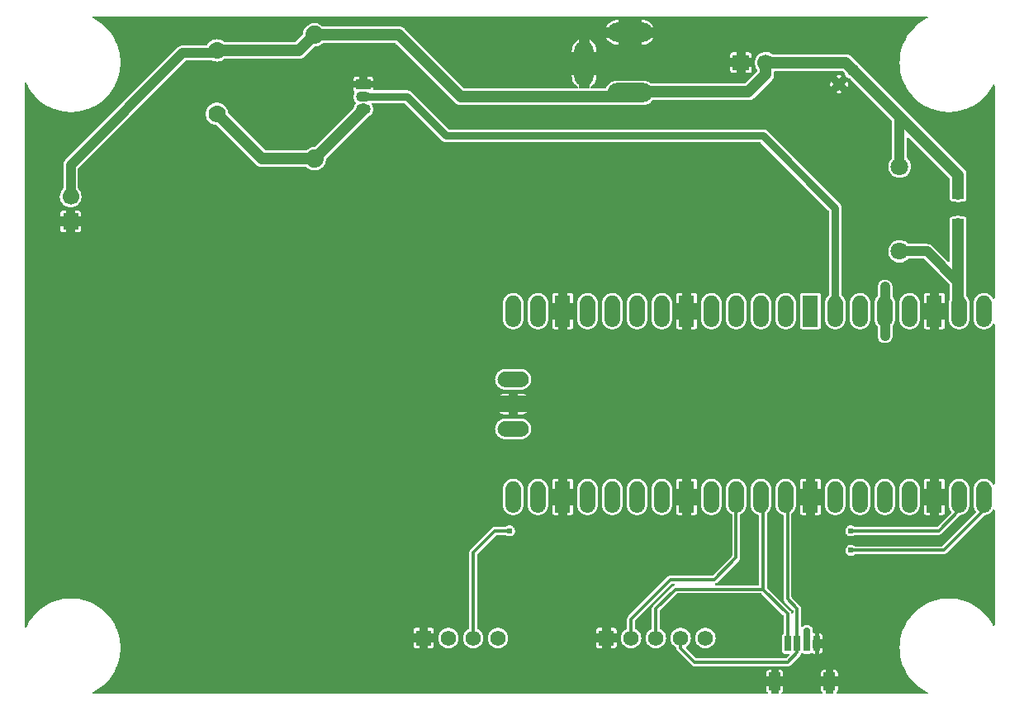
<source format=gbl>
G04 Layer: BottomLayer*
G04 EasyEDA v6.5.40, 2024-04-28 19:39:01*
G04 a67cddfb3fce44daa9051d46cbbcc19f,10*
G04 Gerber Generator version 0.2*
G04 Scale: 100 percent, Rotated: No, Reflected: No *
G04 Dimensions in millimeters *
G04 leading zeros omitted , absolute positions ,4 integer and 5 decimal *
%FSLAX45Y45*%
%MOMM*%

%AMMACRO1*21,1,$1,$2,0,0,$3*%
%AMMACRO2*4,1,4,-0.8,-1.5999,0.8,-1.5999,0.8,1.5999,-0.8,1.5999,-0.8,-1.5999,0*%
%AMMACRO3*4,1,4,-0.8001,-1.5999,0.8001,-1.5999,0.8001,1.5999,-0.8001,1.5999,-0.8001,-1.5999,0*%
%ADD10C,1.0000*%
%ADD11C,0.3000*%
%ADD12C,0.8000*%
%ADD13C,1.2000*%
%ADD14C,0.7000*%
%ADD15MACRO1,0.6X1.55X0.0000*%
%ADD16MACRO1,1.2X1.8X0.0000*%
%ADD17MACRO1,1X1.2X90.0000*%
%ADD18MACRO2*%
%ADD19MACRO3*%
%ADD20C,1.8000*%
%ADD21R,1.5748X1.7000*%
%ADD22C,1.7000*%
%ADD23R,1.5748X1.5748*%
%ADD24C,1.5748*%
%ADD25R,1.5000X1.0700*%
%ADD26O,1.499997X1.0700004*%
%ADD27C,1.8796*%
%ADD28C,1.7780*%
%ADD29C,1.3000*%
%ADD30R,1.7000X1.5748*%
%ADD31O,4.5999908X1.9999959999999999*%
%ADD32O,1.9999959999999999X4.5999908*%
%ADD33C,0.6200*%
%ADD34C,0.6100*%
%ADD35C,0.0131*%

%LPD*%
G36*
X731012Y25908D02*
G01*
X727202Y26670D01*
X723900Y28803D01*
X721715Y32004D01*
X720852Y35864D01*
X721512Y39674D01*
X723595Y43027D01*
X726744Y45313D01*
X730402Y46939D01*
X757834Y61722D01*
X784301Y78130D01*
X809701Y96164D01*
X833932Y115722D01*
X856945Y136702D01*
X878586Y159105D01*
X898804Y182778D01*
X917549Y207670D01*
X934719Y233629D01*
X950264Y260654D01*
X964082Y288544D01*
X976172Y317246D01*
X986485Y346659D01*
X994968Y376631D01*
X1001572Y407060D01*
X1006297Y437845D01*
X1009091Y468884D01*
X1010005Y499973D01*
X1009091Y531114D01*
X1006297Y562152D01*
X1001572Y592937D01*
X994968Y623366D01*
X986485Y653338D01*
X976172Y682752D01*
X964082Y711454D01*
X950264Y739343D01*
X934719Y766368D01*
X917549Y792327D01*
X898804Y817219D01*
X878586Y840892D01*
X856945Y863295D01*
X833932Y884275D01*
X809701Y903833D01*
X784301Y921867D01*
X757834Y938276D01*
X730402Y953058D01*
X702106Y966063D01*
X673049Y977341D01*
X643382Y986790D01*
X613156Y994410D01*
X582574Y1000150D01*
X551637Y1003960D01*
X520547Y1005890D01*
X489407Y1005890D01*
X458317Y1003960D01*
X427431Y1000150D01*
X396798Y994410D01*
X366623Y986790D01*
X336905Y977341D01*
X307898Y966063D01*
X279603Y953058D01*
X252171Y938276D01*
X225704Y921867D01*
X200304Y903833D01*
X176022Y884275D01*
X153060Y863295D01*
X131368Y840892D01*
X111150Y817219D01*
X92405Y792327D01*
X75234Y766368D01*
X59740Y739343D01*
X45872Y711454D01*
X43230Y707136D01*
X39928Y704951D01*
X36017Y704189D01*
X32156Y704951D01*
X28854Y707186D01*
X26670Y710438D01*
X25908Y714349D01*
X25908Y6285687D01*
X26670Y6289548D01*
X28854Y6292850D01*
X32156Y6295034D01*
X36017Y6295847D01*
X39928Y6295085D01*
X43230Y6292900D01*
X45872Y6288532D01*
X59740Y6260642D01*
X75234Y6233617D01*
X92405Y6207658D01*
X111150Y6182766D01*
X131419Y6159093D01*
X153060Y6136690D01*
X176072Y6115710D01*
X200304Y6096152D01*
X225704Y6078118D01*
X252171Y6061710D01*
X279603Y6046927D01*
X307898Y6033922D01*
X336956Y6022644D01*
X366623Y6013196D01*
X396798Y6005576D01*
X427431Y5999835D01*
X458317Y5996025D01*
X489407Y5994095D01*
X520547Y5994095D01*
X551637Y5996025D01*
X582574Y5999835D01*
X613206Y6005576D01*
X643382Y6013196D01*
X673049Y6022644D01*
X702106Y6033922D01*
X730402Y6046927D01*
X757834Y6061710D01*
X784301Y6078118D01*
X809701Y6096152D01*
X833932Y6115710D01*
X856945Y6136690D01*
X878586Y6159093D01*
X898855Y6182766D01*
X917549Y6207658D01*
X934719Y6233617D01*
X950264Y6260642D01*
X964133Y6288532D01*
X976223Y6317234D01*
X986485Y6346647D01*
X994968Y6376619D01*
X1001572Y6407048D01*
X1006297Y6437833D01*
X1009091Y6468872D01*
X1010005Y6499961D01*
X1009091Y6531102D01*
X1006297Y6562140D01*
X1001572Y6592925D01*
X994968Y6623354D01*
X986485Y6653326D01*
X976223Y6682740D01*
X964133Y6711442D01*
X950264Y6739331D01*
X934719Y6766356D01*
X917549Y6792315D01*
X898855Y6817207D01*
X878586Y6840880D01*
X856945Y6863283D01*
X833932Y6884263D01*
X809701Y6903821D01*
X784301Y6921855D01*
X757834Y6938264D01*
X730402Y6953046D01*
X726795Y6954672D01*
X723595Y6956958D01*
X721563Y6960311D01*
X720852Y6964121D01*
X721715Y6967981D01*
X723950Y6971182D01*
X727202Y6973316D01*
X731012Y6974078D01*
X9278975Y6974078D01*
X9282785Y6973316D01*
X9286036Y6971182D01*
X9288272Y6967981D01*
X9289084Y6964121D01*
X9288424Y6960311D01*
X9286392Y6956958D01*
X9283192Y6954672D01*
X9279585Y6953046D01*
X9252153Y6938264D01*
X9225686Y6921855D01*
X9200286Y6903821D01*
X9176054Y6884263D01*
X9153042Y6863283D01*
X9131401Y6840880D01*
X9111132Y6817207D01*
X9092387Y6792315D01*
X9075216Y6766356D01*
X9059722Y6739331D01*
X9045854Y6711442D01*
X9033764Y6682740D01*
X9023451Y6653326D01*
X9015018Y6623354D01*
X9008414Y6592925D01*
X9003690Y6562140D01*
X9000896Y6531102D01*
X8999982Y6500012D01*
X9000896Y6468872D01*
X9003690Y6437833D01*
X9008414Y6407048D01*
X9015018Y6376619D01*
X9023451Y6346647D01*
X9033764Y6317234D01*
X9045854Y6288532D01*
X9059722Y6260642D01*
X9075216Y6233617D01*
X9092387Y6207658D01*
X9111132Y6182766D01*
X9131401Y6159093D01*
X9153042Y6136690D01*
X9176054Y6115710D01*
X9200286Y6096152D01*
X9225686Y6078118D01*
X9252153Y6061710D01*
X9279585Y6046927D01*
X9307880Y6033922D01*
X9336938Y6022644D01*
X9366605Y6013196D01*
X9396780Y6005576D01*
X9427413Y5999835D01*
X9458299Y5996025D01*
X9489389Y5994095D01*
X9520529Y5994095D01*
X9551619Y5996025D01*
X9582556Y5999835D01*
X9613188Y6005576D01*
X9643364Y6013196D01*
X9673031Y6022644D01*
X9702088Y6033922D01*
X9730384Y6046927D01*
X9757816Y6061710D01*
X9784283Y6078118D01*
X9809683Y6096152D01*
X9833914Y6115710D01*
X9856927Y6136690D01*
X9878568Y6159093D01*
X9898837Y6182766D01*
X9917531Y6207658D01*
X9934702Y6233617D01*
X9950246Y6260642D01*
X9954818Y6269837D01*
X9957663Y6273292D01*
X9961727Y6275222D01*
X9966248Y6275171D01*
X9970262Y6273241D01*
X9973056Y6269685D01*
X9974072Y6265316D01*
X9974072Y4089603D01*
X9973157Y4085336D01*
X9970516Y4081881D01*
X9966655Y4079849D01*
X9962286Y4079595D01*
X9958222Y4081170D01*
X9955225Y4084370D01*
X9951161Y4091076D01*
X9948976Y4094175D01*
X9943388Y4101287D01*
X9940950Y4104081D01*
X9934549Y4110482D01*
X9931806Y4112920D01*
X9924694Y4118508D01*
X9921544Y4120692D01*
X9913823Y4125366D01*
X9910521Y4127093D01*
X9902240Y4130801D01*
X9898837Y4132072D01*
X9890201Y4134815D01*
X9886442Y4135729D01*
X9877552Y4137355D01*
X9873894Y4137761D01*
X9864852Y4138320D01*
X9861092Y4138320D01*
X9852050Y4137761D01*
X9848392Y4137355D01*
X9839502Y4135729D01*
X9835794Y4134815D01*
X9823704Y4130801D01*
X9815474Y4127093D01*
X9812172Y4125366D01*
X9804450Y4120692D01*
X9801301Y4118559D01*
X9794189Y4112971D01*
X9791395Y4110482D01*
X9784994Y4104081D01*
X9782505Y4101287D01*
X9776917Y4094175D01*
X9770110Y4083304D01*
X9768382Y4080001D01*
X9764674Y4071772D01*
X9763353Y4068267D01*
X9760661Y4059631D01*
X9759797Y4056024D01*
X9758121Y4047134D01*
X9757664Y4043426D01*
X9757054Y4032199D01*
X9757054Y3872788D01*
X9757664Y3861562D01*
X9758121Y3857853D01*
X9759797Y3848963D01*
X9760661Y3845407D01*
X9763353Y3836720D01*
X9764674Y3833164D01*
X9768382Y3824935D01*
X9770110Y3821684D01*
X9776917Y3810812D01*
X9782505Y3803700D01*
X9784994Y3800906D01*
X9791395Y3794506D01*
X9794189Y3792016D01*
X9801352Y3786428D01*
X9804400Y3784346D01*
X9812121Y3779672D01*
X9815474Y3777894D01*
X9823704Y3774186D01*
X9827209Y3772865D01*
X9835845Y3770172D01*
X9839502Y3769258D01*
X9848392Y3767632D01*
X9852050Y3767226D01*
X9861092Y3766667D01*
X9864852Y3766667D01*
X9873894Y3767226D01*
X9877552Y3767632D01*
X9886442Y3769258D01*
X9890150Y3770172D01*
X9898786Y3772865D01*
X9902240Y3774186D01*
X9910521Y3777894D01*
X9913874Y3779672D01*
X9921595Y3784346D01*
X9924694Y3786479D01*
X9931806Y3792067D01*
X9934549Y3794506D01*
X9940950Y3800906D01*
X9943388Y3803700D01*
X9948976Y3810812D01*
X9951161Y3813911D01*
X9955225Y3820617D01*
X9958222Y3823766D01*
X9962286Y3825392D01*
X9966655Y3825138D01*
X9970516Y3823106D01*
X9973157Y3819651D01*
X9974072Y3815384D01*
X9974072Y2184603D01*
X9973157Y2180336D01*
X9970516Y2176881D01*
X9966655Y2174849D01*
X9962286Y2174595D01*
X9958222Y2176170D01*
X9955225Y2179370D01*
X9951161Y2186076D01*
X9948976Y2189175D01*
X9943388Y2196287D01*
X9940950Y2199081D01*
X9934549Y2205482D01*
X9931806Y2207920D01*
X9924694Y2213508D01*
X9921595Y2215642D01*
X9913874Y2220315D01*
X9910521Y2222093D01*
X9902240Y2225802D01*
X9898786Y2227122D01*
X9890150Y2229815D01*
X9886442Y2230729D01*
X9877552Y2232355D01*
X9873894Y2232761D01*
X9864852Y2233320D01*
X9861092Y2233320D01*
X9852050Y2232761D01*
X9848392Y2232355D01*
X9839502Y2230729D01*
X9835845Y2229815D01*
X9827209Y2227122D01*
X9823704Y2225802D01*
X9815474Y2222093D01*
X9812121Y2220315D01*
X9804400Y2215642D01*
X9801352Y2213559D01*
X9794189Y2207971D01*
X9791395Y2205482D01*
X9784994Y2199081D01*
X9782505Y2196287D01*
X9776917Y2189175D01*
X9770110Y2178304D01*
X9768382Y2175052D01*
X9764674Y2166823D01*
X9763353Y2163267D01*
X9760661Y2154580D01*
X9759797Y2151024D01*
X9758121Y2142134D01*
X9757664Y2138426D01*
X9757054Y2127199D01*
X9757054Y1967788D01*
X9757664Y1956562D01*
X9758121Y1952853D01*
X9759797Y1943963D01*
X9760661Y1940356D01*
X9763353Y1931720D01*
X9764674Y1928215D01*
X9768382Y1919986D01*
X9770110Y1916684D01*
X9776917Y1905812D01*
X9780727Y1900986D01*
X9782403Y1897735D01*
X9782860Y1894128D01*
X9781997Y1890572D01*
X9779914Y1887575D01*
X9436100Y1543761D01*
X9432798Y1541526D01*
X9428937Y1540764D01*
X8543442Y1540764D01*
X8540242Y1541272D01*
X8537397Y1542745D01*
X8529929Y1548282D01*
X8521293Y1552651D01*
X8512098Y1555445D01*
X8502548Y1556715D01*
X8492896Y1556258D01*
X8483447Y1554226D01*
X8474506Y1550670D01*
X8466277Y1545590D01*
X8459063Y1539240D01*
X8452967Y1531721D01*
X8448294Y1523288D01*
X8445093Y1514195D01*
X8443468Y1504696D01*
X8443468Y1495044D01*
X8445093Y1485544D01*
X8448294Y1476451D01*
X8452967Y1468018D01*
X8459063Y1460500D01*
X8466277Y1454150D01*
X8474506Y1449070D01*
X8483447Y1445514D01*
X8492896Y1443482D01*
X8502548Y1443024D01*
X8512098Y1444294D01*
X8521293Y1447088D01*
X8529929Y1451457D01*
X8537397Y1456994D01*
X8540242Y1458468D01*
X8543442Y1458976D01*
X9449562Y1458976D01*
X9458045Y1459788D01*
X9465716Y1462125D01*
X9472777Y1465884D01*
X9479330Y1471320D01*
X9867290Y1859229D01*
X9870033Y1861210D01*
X9873284Y1862175D01*
X9877552Y1862632D01*
X9886442Y1864258D01*
X9890201Y1865172D01*
X9898837Y1867916D01*
X9902240Y1869186D01*
X9910521Y1872894D01*
X9913823Y1874621D01*
X9921544Y1879295D01*
X9924694Y1881479D01*
X9931806Y1887067D01*
X9934549Y1889506D01*
X9940950Y1895906D01*
X9943388Y1898700D01*
X9948976Y1905812D01*
X9951161Y1908911D01*
X9955225Y1915617D01*
X9958222Y1918766D01*
X9962286Y1920392D01*
X9966655Y1920138D01*
X9970516Y1918106D01*
X9973157Y1914652D01*
X9974072Y1910384D01*
X9974072Y734669D01*
X9973056Y730300D01*
X9970262Y726744D01*
X9966248Y724763D01*
X9961727Y724763D01*
X9957663Y726694D01*
X9954818Y730148D01*
X9950246Y739343D01*
X9934702Y766368D01*
X9917531Y792327D01*
X9898786Y817219D01*
X9878568Y840892D01*
X9856927Y863295D01*
X9833914Y884275D01*
X9809683Y903833D01*
X9784283Y921867D01*
X9757816Y938276D01*
X9730384Y953058D01*
X9702088Y966063D01*
X9673031Y977341D01*
X9643364Y986790D01*
X9613138Y994410D01*
X9582556Y1000150D01*
X9551619Y1003960D01*
X9520529Y1005890D01*
X9489389Y1005890D01*
X9458299Y1003960D01*
X9427413Y1000150D01*
X9396780Y994410D01*
X9366605Y986790D01*
X9336887Y977341D01*
X9307880Y966063D01*
X9279585Y953058D01*
X9252153Y938276D01*
X9225686Y921867D01*
X9200286Y903833D01*
X9176004Y884275D01*
X9153042Y863295D01*
X9131350Y840892D01*
X9111132Y817219D01*
X9092387Y792327D01*
X9075216Y766368D01*
X9059722Y739343D01*
X9045854Y711454D01*
X9033764Y682752D01*
X9023451Y653338D01*
X9015018Y623366D01*
X9008414Y592937D01*
X9003690Y562152D01*
X9000845Y531114D01*
X8999982Y500024D01*
X9000845Y468884D01*
X9003690Y437845D01*
X9008414Y407060D01*
X9015018Y376631D01*
X9023451Y346659D01*
X9033764Y317246D01*
X9045854Y288544D01*
X9059722Y260654D01*
X9075216Y233629D01*
X9092387Y207670D01*
X9111132Y182778D01*
X9131350Y159105D01*
X9153042Y136702D01*
X9176004Y115722D01*
X9200286Y96164D01*
X9225686Y78130D01*
X9252153Y61722D01*
X9279585Y46939D01*
X9283192Y45313D01*
X9286392Y43027D01*
X9288424Y39674D01*
X9289084Y35864D01*
X9288272Y32004D01*
X9286036Y28803D01*
X9282785Y26670D01*
X9278924Y25908D01*
X8359292Y25908D01*
X8355025Y26822D01*
X8351570Y29464D01*
X8349488Y33274D01*
X8349234Y37592D01*
X8350758Y41656D01*
X8353856Y44653D01*
X8356092Y46075D01*
X8360156Y50139D01*
X8363254Y55067D01*
X8365134Y60502D01*
X8365845Y66852D01*
X8365845Y104902D01*
X8316315Y104902D01*
X8316315Y36068D01*
X8315553Y32156D01*
X8313318Y28905D01*
X8310016Y26670D01*
X8306155Y25908D01*
X8253780Y25908D01*
X8249869Y26670D01*
X8246567Y28905D01*
X8244382Y32156D01*
X8243620Y36068D01*
X8243620Y104902D01*
X8194040Y104902D01*
X8194040Y66852D01*
X8194751Y60502D01*
X8196681Y55067D01*
X8199729Y50139D01*
X8203844Y46075D01*
X8206028Y44653D01*
X8209127Y41656D01*
X8210702Y37592D01*
X8210397Y33274D01*
X8208365Y29464D01*
X8204860Y26822D01*
X8200644Y25908D01*
X7799374Y25908D01*
X7795107Y26822D01*
X7791653Y29464D01*
X7789570Y33274D01*
X7789316Y37592D01*
X7790840Y41656D01*
X7793939Y44653D01*
X7796072Y46024D01*
X7800187Y50088D01*
X7803235Y55016D01*
X7805166Y60452D01*
X7805877Y66802D01*
X7805877Y104851D01*
X7756296Y104851D01*
X7756296Y36068D01*
X7755534Y32156D01*
X7753350Y28905D01*
X7750048Y26670D01*
X7746136Y25908D01*
X7693761Y25908D01*
X7689900Y26670D01*
X7686598Y28905D01*
X7684363Y32156D01*
X7683601Y36068D01*
X7683601Y104851D01*
X7634071Y104851D01*
X7634071Y66802D01*
X7634782Y60452D01*
X7636662Y55016D01*
X7639761Y50088D01*
X7643825Y46024D01*
X7645958Y44653D01*
X7649057Y41656D01*
X7650632Y37592D01*
X7650327Y33274D01*
X7648244Y29464D01*
X7644790Y26822D01*
X7640574Y25908D01*
G37*

%LPC*%
G36*
X7634071Y207568D02*
G01*
X7683601Y207568D01*
X7683601Y272135D01*
X7660538Y272135D01*
X7654188Y271424D01*
X7648752Y269494D01*
X7643825Y266395D01*
X7639761Y262331D01*
X7636662Y257403D01*
X7634782Y251967D01*
X7634071Y245617D01*
G37*
G36*
X7756296Y207568D02*
G01*
X7805877Y207568D01*
X7805877Y245617D01*
X7805166Y251967D01*
X7803235Y257403D01*
X7800187Y262331D01*
X7796072Y266395D01*
X7791196Y269494D01*
X7785709Y271424D01*
X7779410Y272135D01*
X7756296Y272135D01*
G37*
G36*
X8194040Y207619D02*
G01*
X8243620Y207619D01*
X8243620Y272186D01*
X8220506Y272186D01*
X8214207Y271475D01*
X8208721Y269544D01*
X8203844Y266446D01*
X8199729Y262382D01*
X8196681Y257454D01*
X8194751Y252018D01*
X8194040Y245668D01*
G37*
G36*
X8316315Y207619D02*
G01*
X8365845Y207619D01*
X8365845Y245668D01*
X8365134Y252018D01*
X8363254Y257454D01*
X8360156Y262382D01*
X8356092Y266446D01*
X8351164Y269544D01*
X8345728Y271475D01*
X8339378Y272186D01*
X8316315Y272186D01*
G37*
G36*
X6900418Y309118D02*
G01*
X7849616Y309118D01*
X7858099Y309930D01*
X7865770Y312267D01*
X7872831Y316026D01*
X7879384Y321411D01*
X7978546Y420827D01*
X7983931Y427380D01*
X7987690Y434441D01*
X7988858Y438302D01*
X7990331Y441299D01*
X7994243Y444754D01*
X7997850Y446328D01*
X8001812Y446481D01*
X8005521Y445058D01*
X8008721Y443026D01*
X8014157Y441096D01*
X8020507Y440385D01*
X8079384Y440385D01*
X8085683Y441096D01*
X8091170Y443026D01*
X8094522Y445160D01*
X8098028Y446532D01*
X8101838Y446532D01*
X8105343Y445160D01*
X8108696Y443026D01*
X8114182Y441096D01*
X8120481Y440385D01*
X8128558Y440385D01*
X8128558Y498703D01*
X8116011Y498703D01*
X8112099Y499465D01*
X8108797Y501700D01*
X8106613Y505002D01*
X8105851Y508863D01*
X8105851Y518007D01*
X8106714Y522122D01*
X8107527Y524052D01*
X8110016Y533755D01*
X8110880Y544220D01*
X8110880Y578764D01*
X8111642Y582625D01*
X8113877Y585927D01*
X8117179Y588162D01*
X8121040Y588924D01*
X8128558Y588924D01*
X8128558Y647242D01*
X8121040Y647242D01*
X8117179Y648004D01*
X8113877Y650189D01*
X8111642Y653491D01*
X8110880Y657402D01*
X8110880Y674573D01*
X8110016Y685038D01*
X8107578Y694740D01*
X8103514Y703986D01*
X8098028Y712368D01*
X8091220Y719785D01*
X8083296Y725982D01*
X8074456Y730758D01*
X8064957Y734009D01*
X8055000Y735685D01*
X8044942Y735685D01*
X8035036Y734009D01*
X8025536Y730758D01*
X8016697Y725982D01*
X8008467Y719480D01*
X8005216Y717143D01*
X8001304Y716229D01*
X7997342Y716889D01*
X7993938Y719074D01*
X7991652Y722426D01*
X7990840Y726389D01*
X7990840Y899515D01*
X7990027Y907999D01*
X7987690Y915669D01*
X7983931Y922731D01*
X7978495Y929335D01*
X7893862Y1013968D01*
X7891678Y1017269D01*
X7890916Y1021130D01*
X7890916Y1875129D01*
X7891373Y1878126D01*
X7892694Y1880870D01*
X7894777Y1883105D01*
X7899755Y1887016D01*
X7902600Y1889556D01*
X7909001Y1895957D01*
X7911388Y1898650D01*
X7916976Y1905812D01*
X7919161Y1908911D01*
X7923834Y1916684D01*
X7925562Y1919986D01*
X7929270Y1928215D01*
X7930591Y1931720D01*
X7933283Y1940356D01*
X7934198Y1943963D01*
X7935823Y1952853D01*
X7936280Y1956562D01*
X7936890Y1967788D01*
X7936890Y2127199D01*
X7936280Y2138426D01*
X7935823Y2142134D01*
X7934198Y2151024D01*
X7933334Y2154580D01*
X7930642Y2163267D01*
X7929270Y2166823D01*
X7925562Y2175052D01*
X7923834Y2178304D01*
X7919161Y2186076D01*
X7916976Y2189175D01*
X7911388Y2196338D01*
X7909001Y2199030D01*
X7902600Y2205431D01*
X7899755Y2207971D01*
X7892643Y2213559D01*
X7889595Y2215642D01*
X7881874Y2220315D01*
X7878521Y2222093D01*
X7870240Y2225802D01*
X7866786Y2227122D01*
X7858150Y2229815D01*
X7854442Y2230729D01*
X7845552Y2232355D01*
X7841894Y2232761D01*
X7832852Y2233320D01*
X7829092Y2233320D01*
X7820050Y2232761D01*
X7816392Y2232355D01*
X7807502Y2230729D01*
X7803845Y2229815D01*
X7795209Y2227122D01*
X7791703Y2225802D01*
X7783474Y2222093D01*
X7780121Y2220315D01*
X7772400Y2215642D01*
X7769352Y2213559D01*
X7762189Y2207971D01*
X7759395Y2205482D01*
X7752994Y2199081D01*
X7750505Y2196287D01*
X7744917Y2189175D01*
X7738109Y2178304D01*
X7736382Y2175052D01*
X7732674Y2166823D01*
X7731353Y2163267D01*
X7728661Y2154580D01*
X7727797Y2151024D01*
X7726121Y2142134D01*
X7725664Y2138426D01*
X7725054Y2127199D01*
X7725054Y1967788D01*
X7725664Y1956562D01*
X7726121Y1952853D01*
X7727797Y1943963D01*
X7728661Y1940356D01*
X7731353Y1931720D01*
X7732674Y1928215D01*
X7736382Y1919986D01*
X7738109Y1916684D01*
X7744917Y1905812D01*
X7750505Y1898700D01*
X7752994Y1895906D01*
X7759395Y1889506D01*
X7762189Y1887016D01*
X7769301Y1881428D01*
X7772450Y1879295D01*
X7780172Y1874621D01*
X7783474Y1872894D01*
X7791703Y1869186D01*
X7801965Y1865731D01*
X7805674Y1863648D01*
X7808163Y1860245D01*
X7809077Y1856079D01*
X7809077Y1000506D01*
X7809890Y992022D01*
X7812227Y984351D01*
X7815986Y977290D01*
X7821422Y970737D01*
X7906054Y886053D01*
X7908290Y882751D01*
X7909052Y878890D01*
X7909052Y863803D01*
X7908188Y859790D01*
X7905851Y856437D01*
X7902346Y854252D01*
X7898333Y853643D01*
X7894320Y854710D01*
X7891119Y857250D01*
X7889138Y860856D01*
X7887716Y865682D01*
X7883906Y872744D01*
X7878521Y879297D01*
X7643875Y1113942D01*
X7641691Y1117244D01*
X7640878Y1121156D01*
X7640878Y1878279D01*
X7641844Y1882495D01*
X7644434Y1885950D01*
X7648702Y1889607D01*
X7655001Y1895957D01*
X7657388Y1898650D01*
X7662976Y1905812D01*
X7665161Y1908911D01*
X7669834Y1916684D01*
X7671562Y1919986D01*
X7675270Y1928215D01*
X7676591Y1931720D01*
X7679283Y1940356D01*
X7680198Y1943963D01*
X7681823Y1952853D01*
X7682280Y1956562D01*
X7682890Y1967788D01*
X7682890Y2127199D01*
X7682280Y2138426D01*
X7681823Y2142134D01*
X7680198Y2151024D01*
X7679334Y2154580D01*
X7676642Y2163267D01*
X7675270Y2166823D01*
X7671562Y2175052D01*
X7669834Y2178304D01*
X7665161Y2186076D01*
X7662976Y2189175D01*
X7657388Y2196338D01*
X7655001Y2199030D01*
X7648600Y2205431D01*
X7645755Y2207971D01*
X7638643Y2213559D01*
X7635595Y2215642D01*
X7627874Y2220315D01*
X7624521Y2222093D01*
X7616240Y2225802D01*
X7612786Y2227122D01*
X7604150Y2229815D01*
X7600442Y2230729D01*
X7591552Y2232355D01*
X7587894Y2232761D01*
X7578852Y2233320D01*
X7575092Y2233320D01*
X7566050Y2232761D01*
X7562392Y2232355D01*
X7553502Y2230729D01*
X7549845Y2229815D01*
X7541209Y2227122D01*
X7537703Y2225802D01*
X7529474Y2222093D01*
X7526121Y2220315D01*
X7518400Y2215642D01*
X7515352Y2213559D01*
X7508189Y2207971D01*
X7505395Y2205482D01*
X7498994Y2199081D01*
X7496505Y2196287D01*
X7490917Y2189175D01*
X7484109Y2178304D01*
X7482382Y2175052D01*
X7478674Y2166823D01*
X7477353Y2163267D01*
X7474661Y2154580D01*
X7473797Y2151024D01*
X7472121Y2142134D01*
X7471664Y2138426D01*
X7471054Y2127199D01*
X7471054Y1967788D01*
X7471664Y1956562D01*
X7472121Y1952853D01*
X7473797Y1943963D01*
X7474661Y1940356D01*
X7477353Y1931720D01*
X7478674Y1928215D01*
X7482382Y1919986D01*
X7484109Y1916684D01*
X7490917Y1905812D01*
X7496505Y1898700D01*
X7498994Y1895906D01*
X7505395Y1889506D01*
X7508189Y1887016D01*
X7515301Y1881428D01*
X7518450Y1879295D01*
X7526172Y1874621D01*
X7529474Y1872894D01*
X7537703Y1869186D01*
X7541107Y1867916D01*
X7551877Y1864664D01*
X7555636Y1862582D01*
X7558176Y1859127D01*
X7559090Y1854911D01*
X7559090Y1151128D01*
X7558328Y1147267D01*
X7556093Y1143965D01*
X7552791Y1141730D01*
X7548930Y1140968D01*
X7114438Y1140968D01*
X7110374Y1141831D01*
X7107021Y1144168D01*
X7104888Y1147673D01*
X7104278Y1151686D01*
X7105345Y1155700D01*
X7107885Y1158900D01*
X7111492Y1160881D01*
X7115708Y1162151D01*
X7122769Y1165910D01*
X7129322Y1171346D01*
X7351623Y1393647D01*
X7357059Y1400200D01*
X7360818Y1407261D01*
X7363155Y1414932D01*
X7363968Y1423416D01*
X7363968Y1863394D01*
X7364679Y1867052D01*
X7366609Y1870202D01*
X7369505Y1872437D01*
X7373874Y1874672D01*
X7381544Y1879295D01*
X7384643Y1881428D01*
X7391755Y1887016D01*
X7394600Y1889506D01*
X7401001Y1895906D01*
X7403490Y1898700D01*
X7409027Y1905812D01*
X7411161Y1908911D01*
X7415834Y1916684D01*
X7417562Y1919986D01*
X7421270Y1928215D01*
X7422591Y1931720D01*
X7425283Y1940356D01*
X7426198Y1943963D01*
X7427823Y1952853D01*
X7428280Y1956562D01*
X7428890Y1967788D01*
X7428890Y2127199D01*
X7428280Y2138426D01*
X7427823Y2142134D01*
X7426198Y2151024D01*
X7425334Y2154580D01*
X7422642Y2163267D01*
X7421270Y2166823D01*
X7417562Y2175052D01*
X7415834Y2178304D01*
X7411161Y2186076D01*
X7409027Y2189175D01*
X7403490Y2196287D01*
X7401001Y2199081D01*
X7394600Y2205482D01*
X7391755Y2207971D01*
X7384643Y2213559D01*
X7381595Y2215642D01*
X7373874Y2220315D01*
X7370521Y2222093D01*
X7362240Y2225802D01*
X7358786Y2227122D01*
X7350150Y2229815D01*
X7346442Y2230729D01*
X7337552Y2232355D01*
X7333894Y2232761D01*
X7324852Y2233320D01*
X7321092Y2233320D01*
X7312050Y2232761D01*
X7308392Y2232355D01*
X7299502Y2230729D01*
X7295845Y2229815D01*
X7287209Y2227122D01*
X7283703Y2225802D01*
X7275474Y2222093D01*
X7272121Y2220315D01*
X7264400Y2215642D01*
X7261352Y2213559D01*
X7254189Y2207971D01*
X7251344Y2205431D01*
X7242556Y2196338D01*
X7236968Y2189175D01*
X7234834Y2186076D01*
X7230109Y2178304D01*
X7228382Y2175052D01*
X7224674Y2166823D01*
X7223353Y2163267D01*
X7220661Y2154580D01*
X7219797Y2151024D01*
X7218121Y2142134D01*
X7217664Y2138426D01*
X7217054Y2127199D01*
X7217054Y1967788D01*
X7217664Y1956562D01*
X7218121Y1952853D01*
X7219797Y1943963D01*
X7220661Y1940356D01*
X7223353Y1931720D01*
X7224674Y1928215D01*
X7228382Y1919986D01*
X7230109Y1916684D01*
X7234834Y1908911D01*
X7236968Y1905812D01*
X7242556Y1898650D01*
X7251344Y1889556D01*
X7254189Y1887016D01*
X7261301Y1881428D01*
X7264450Y1879295D01*
X7272121Y1874672D01*
X7276592Y1872386D01*
X7279538Y1870151D01*
X7281468Y1866950D01*
X7282180Y1863343D01*
X7282180Y1444040D01*
X7281418Y1440180D01*
X7279182Y1436878D01*
X7086092Y1243787D01*
X7082790Y1241552D01*
X7078929Y1240790D01*
X6650481Y1240790D01*
X6641998Y1239977D01*
X6634327Y1237640D01*
X6627266Y1233881D01*
X6620713Y1228496D01*
X6217310Y825347D01*
X6211874Y818743D01*
X6208115Y811682D01*
X6205778Y804011D01*
X6204966Y795528D01*
X6204966Y702360D01*
X6204254Y698703D01*
X6202273Y695502D01*
X6199276Y693267D01*
X6193790Y690575D01*
X6182410Y682955D01*
X6172149Y673912D01*
X6163106Y663651D01*
X6155486Y652272D01*
X6149441Y639978D01*
X6145072Y627024D01*
X6142380Y613613D01*
X6141466Y599948D01*
X6142380Y586282D01*
X6145072Y572871D01*
X6149441Y559917D01*
X6155486Y547624D01*
X6163106Y536244D01*
X6172149Y525983D01*
X6182410Y516940D01*
X6193790Y509320D01*
X6206083Y503275D01*
X6219037Y498906D01*
X6232448Y496214D01*
X6246114Y495300D01*
X6259779Y496214D01*
X6273190Y498906D01*
X6286144Y503275D01*
X6298438Y509320D01*
X6309817Y516940D01*
X6320078Y525983D01*
X6329121Y536244D01*
X6336741Y547624D01*
X6342786Y559917D01*
X6347155Y572871D01*
X6349847Y586282D01*
X6350762Y599948D01*
X6349847Y613613D01*
X6347155Y627024D01*
X6342786Y639978D01*
X6336741Y652272D01*
X6329121Y663651D01*
X6320078Y673912D01*
X6309817Y682955D01*
X6298438Y690575D01*
X6292443Y693521D01*
X6289446Y695756D01*
X6287465Y698957D01*
X6286754Y702614D01*
X6286754Y774852D01*
X6287566Y778764D01*
X6289751Y782066D01*
X6663944Y1156004D01*
X6667246Y1158240D01*
X6671106Y1159002D01*
X6685635Y1159002D01*
X6689699Y1158138D01*
X6693052Y1155801D01*
X6695186Y1152296D01*
X6695795Y1148283D01*
X6694728Y1144270D01*
X6692188Y1141069D01*
X6688581Y1139088D01*
X6684365Y1137818D01*
X6677304Y1134059D01*
X6670751Y1128623D01*
X6471310Y929182D01*
X6465874Y922629D01*
X6462115Y915568D01*
X6459778Y907897D01*
X6458966Y899414D01*
X6458966Y702360D01*
X6458254Y698703D01*
X6456273Y695502D01*
X6453276Y693267D01*
X6447790Y690575D01*
X6436410Y682955D01*
X6426149Y673912D01*
X6417106Y663651D01*
X6409486Y652272D01*
X6403441Y639978D01*
X6399072Y627024D01*
X6396380Y613613D01*
X6395466Y599948D01*
X6396380Y586282D01*
X6399072Y572871D01*
X6403441Y559917D01*
X6409486Y547624D01*
X6417106Y536244D01*
X6426149Y525983D01*
X6436410Y516940D01*
X6447790Y509320D01*
X6460083Y503275D01*
X6473037Y498906D01*
X6486448Y496214D01*
X6500114Y495300D01*
X6513779Y496214D01*
X6527190Y498906D01*
X6540144Y503275D01*
X6552438Y509320D01*
X6563817Y516940D01*
X6574078Y525983D01*
X6583121Y536244D01*
X6590741Y547624D01*
X6596786Y559917D01*
X6601155Y572871D01*
X6603847Y586282D01*
X6604762Y599948D01*
X6603847Y613613D01*
X6601155Y627024D01*
X6596786Y639978D01*
X6590741Y652272D01*
X6583121Y663651D01*
X6574078Y673912D01*
X6563817Y682955D01*
X6552438Y690575D01*
X6546443Y693521D01*
X6543446Y695756D01*
X6541465Y698957D01*
X6540754Y702614D01*
X6540754Y878789D01*
X6541566Y882650D01*
X6543751Y885952D01*
X6713981Y1056182D01*
X6717284Y1058367D01*
X6721144Y1059180D01*
X7578750Y1059180D01*
X7582662Y1058367D01*
X7585964Y1056182D01*
X7806080Y836066D01*
X7808264Y832764D01*
X7809026Y828903D01*
X7809026Y650341D01*
X7808468Y646988D01*
X7806842Y644042D01*
X7803845Y641451D01*
X7799730Y637387D01*
X7796631Y632460D01*
X7794752Y627024D01*
X7794040Y620674D01*
X7794040Y466851D01*
X7794752Y460501D01*
X7796631Y455066D01*
X7799730Y450138D01*
X7803845Y446074D01*
X7808722Y442976D01*
X7814157Y441045D01*
X7820507Y440334D01*
X7857998Y440334D01*
X7861858Y439572D01*
X7865160Y437388D01*
X7867345Y434085D01*
X7868158Y430225D01*
X7867345Y426313D01*
X7865160Y423011D01*
X7836103Y393903D01*
X7832852Y391718D01*
X7828940Y390906D01*
X6921042Y390906D01*
X6917181Y391668D01*
X6913880Y393903D01*
X6810400Y497382D01*
X6808012Y501142D01*
X6807453Y505561D01*
X6808876Y509778D01*
X6811924Y513029D01*
X6817817Y516940D01*
X6828078Y525983D01*
X6837121Y536244D01*
X6844741Y547624D01*
X6850786Y559917D01*
X6855155Y572871D01*
X6857847Y586282D01*
X6858762Y599948D01*
X6857847Y613613D01*
X6855155Y627024D01*
X6850786Y639978D01*
X6844741Y652272D01*
X6837121Y663651D01*
X6828078Y673912D01*
X6817817Y682955D01*
X6806438Y690575D01*
X6794144Y696620D01*
X6781190Y700989D01*
X6767779Y703681D01*
X6754114Y704596D01*
X6740448Y703681D01*
X6727037Y700989D01*
X6714083Y696620D01*
X6701790Y690575D01*
X6690410Y682955D01*
X6680149Y673912D01*
X6671106Y663651D01*
X6663486Y652272D01*
X6657441Y639978D01*
X6653072Y627024D01*
X6650380Y613613D01*
X6649466Y599948D01*
X6650380Y586282D01*
X6653072Y572871D01*
X6657441Y559917D01*
X6663486Y547624D01*
X6671106Y536244D01*
X6680149Y525983D01*
X6690410Y516940D01*
X6701790Y509320D01*
X6707276Y506628D01*
X6710273Y504393D01*
X6712254Y501192D01*
X6712966Y496570D01*
X6713778Y488086D01*
X6716115Y480415D01*
X6719874Y473354D01*
X6725310Y466801D01*
X6870649Y321462D01*
X6877202Y316026D01*
X6884263Y312267D01*
X6891934Y309930D01*
G37*
G36*
X8171281Y440385D02*
G01*
X8179358Y440385D01*
X8185708Y441096D01*
X8191144Y443026D01*
X8196021Y446125D01*
X8200136Y450189D01*
X8203234Y455117D01*
X8205114Y460552D01*
X8205825Y466902D01*
X8205825Y498703D01*
X8171281Y498703D01*
G37*
G36*
X6037834Y495300D02*
G01*
X6070295Y495300D01*
X6076594Y496011D01*
X6082080Y497941D01*
X6086957Y500989D01*
X6091072Y505104D01*
X6094120Y509981D01*
X6096050Y515467D01*
X6096762Y521766D01*
X6096762Y554228D01*
X6037834Y554228D01*
G37*
G36*
X4164837Y495300D02*
G01*
X4197299Y495300D01*
X4203598Y496011D01*
X4209084Y497941D01*
X4213961Y500989D01*
X4218076Y505104D01*
X4221124Y509981D01*
X4223054Y515467D01*
X4223766Y521766D01*
X4223766Y554228D01*
X4164837Y554228D01*
G37*
G36*
X5913932Y495300D02*
G01*
X5946394Y495300D01*
X5946394Y554228D01*
X5887466Y554228D01*
X5887466Y521766D01*
X5888177Y515467D01*
X5890107Y509981D01*
X5893155Y505104D01*
X5897270Y500989D01*
X5902147Y497941D01*
X5907633Y496011D01*
G37*
G36*
X4040936Y495300D02*
G01*
X4073398Y495300D01*
X4073398Y554228D01*
X4014470Y554228D01*
X4014470Y521766D01*
X4015181Y515467D01*
X4017111Y509981D01*
X4020159Y505104D01*
X4024274Y500989D01*
X4029151Y497941D01*
X4034637Y496011D01*
G37*
G36*
X4881118Y495300D02*
G01*
X4894783Y496214D01*
X4908194Y498906D01*
X4921148Y503275D01*
X4933442Y509320D01*
X4944821Y516940D01*
X4955082Y525983D01*
X4964125Y536244D01*
X4971745Y547624D01*
X4977790Y559917D01*
X4982159Y572871D01*
X4984851Y586282D01*
X4985766Y599948D01*
X4984851Y613613D01*
X4982159Y627024D01*
X4977790Y639978D01*
X4971745Y652272D01*
X4964125Y663651D01*
X4955082Y673912D01*
X4944821Y682955D01*
X4933442Y690575D01*
X4921148Y696620D01*
X4908194Y700989D01*
X4894783Y703681D01*
X4881118Y704596D01*
X4867452Y703681D01*
X4854041Y700989D01*
X4841087Y696620D01*
X4828794Y690575D01*
X4817414Y682955D01*
X4807153Y673912D01*
X4798110Y663651D01*
X4790490Y652272D01*
X4784445Y639978D01*
X4780076Y627024D01*
X4777384Y613613D01*
X4776470Y599948D01*
X4777384Y586282D01*
X4780076Y572871D01*
X4784445Y559917D01*
X4790490Y547624D01*
X4798110Y536244D01*
X4807153Y525983D01*
X4817414Y516940D01*
X4828794Y509320D01*
X4841087Y503275D01*
X4854041Y498906D01*
X4867452Y496214D01*
G37*
G36*
X7008114Y495300D02*
G01*
X7021779Y496214D01*
X7035190Y498906D01*
X7048144Y503275D01*
X7060438Y509320D01*
X7071817Y516940D01*
X7082078Y525983D01*
X7091121Y536244D01*
X7098741Y547624D01*
X7104786Y559917D01*
X7109155Y572871D01*
X7111847Y586282D01*
X7112762Y599948D01*
X7111847Y613613D01*
X7109155Y627024D01*
X7104786Y639978D01*
X7098741Y652272D01*
X7091121Y663651D01*
X7082078Y673912D01*
X7071817Y682955D01*
X7060438Y690575D01*
X7048144Y696620D01*
X7035190Y700989D01*
X7021779Y703681D01*
X7008114Y704596D01*
X6994448Y703681D01*
X6981037Y700989D01*
X6968083Y696620D01*
X6955790Y690575D01*
X6944410Y682955D01*
X6934149Y673912D01*
X6925106Y663651D01*
X6917486Y652272D01*
X6911441Y639978D01*
X6907072Y627024D01*
X6904380Y613613D01*
X6903466Y599948D01*
X6904380Y586282D01*
X6907072Y572871D01*
X6911441Y559917D01*
X6917486Y547624D01*
X6925106Y536244D01*
X6934149Y525983D01*
X6944410Y516940D01*
X6955790Y509320D01*
X6968083Y503275D01*
X6981037Y498906D01*
X6994448Y496214D01*
G37*
G36*
X4373118Y495300D02*
G01*
X4386783Y496214D01*
X4400194Y498906D01*
X4413148Y503275D01*
X4425442Y509320D01*
X4436821Y516940D01*
X4447082Y525983D01*
X4456125Y536244D01*
X4463745Y547624D01*
X4469790Y559917D01*
X4474159Y572871D01*
X4476851Y586282D01*
X4477766Y599948D01*
X4476851Y613613D01*
X4474159Y627024D01*
X4469790Y639978D01*
X4463745Y652272D01*
X4456125Y663651D01*
X4447082Y673912D01*
X4436821Y682955D01*
X4425442Y690575D01*
X4413148Y696620D01*
X4400194Y700989D01*
X4386783Y703681D01*
X4373118Y704596D01*
X4359452Y703681D01*
X4346041Y700989D01*
X4333087Y696620D01*
X4320794Y690575D01*
X4309414Y682955D01*
X4299153Y673912D01*
X4290110Y663651D01*
X4282490Y652272D01*
X4276445Y639978D01*
X4272076Y627024D01*
X4269384Y613613D01*
X4268470Y599948D01*
X4269384Y586282D01*
X4272076Y572871D01*
X4276445Y559917D01*
X4282490Y547624D01*
X4290110Y536244D01*
X4299153Y525983D01*
X4309414Y516940D01*
X4320794Y509320D01*
X4333087Y503275D01*
X4346041Y498906D01*
X4359452Y496214D01*
G37*
G36*
X4627118Y495300D02*
G01*
X4640783Y496214D01*
X4654194Y498906D01*
X4667148Y503275D01*
X4679442Y509320D01*
X4690821Y516940D01*
X4701082Y525983D01*
X4710125Y536244D01*
X4717745Y547624D01*
X4723790Y559917D01*
X4728159Y572871D01*
X4730851Y586282D01*
X4731766Y599948D01*
X4730851Y613613D01*
X4728159Y627024D01*
X4723790Y639978D01*
X4717745Y652272D01*
X4710125Y663651D01*
X4701082Y673912D01*
X4690821Y682955D01*
X4679442Y690575D01*
X4673549Y693470D01*
X4670552Y695706D01*
X4668570Y698855D01*
X4667910Y702564D01*
X4667910Y1455826D01*
X4668672Y1459738D01*
X4670856Y1463040D01*
X4863947Y1656130D01*
X4867249Y1658315D01*
X4871161Y1659077D01*
X4956860Y1659077D01*
X4960467Y1658416D01*
X4963566Y1656537D01*
X4966157Y1654251D01*
X4974386Y1649222D01*
X4983327Y1645615D01*
X4992776Y1643583D01*
X5002428Y1643176D01*
X5011978Y1644396D01*
X5021173Y1647240D01*
X5029809Y1651558D01*
X5037582Y1657299D01*
X5044236Y1664258D01*
X5049621Y1672285D01*
X5053634Y1681073D01*
X5056022Y1690370D01*
X5056886Y1699971D01*
X5056022Y1709623D01*
X5053634Y1718919D01*
X5049621Y1727707D01*
X5044236Y1735734D01*
X5037582Y1742693D01*
X5029809Y1748434D01*
X5021173Y1752752D01*
X5011978Y1755597D01*
X5002428Y1756816D01*
X4992776Y1756410D01*
X4983327Y1754378D01*
X4974386Y1750771D01*
X4966157Y1745742D01*
X4963566Y1743456D01*
X4960467Y1741576D01*
X4956860Y1740916D01*
X4850485Y1740916D01*
X4842002Y1740052D01*
X4834331Y1737766D01*
X4827270Y1733956D01*
X4820716Y1728571D01*
X4598416Y1506270D01*
X4593031Y1499717D01*
X4589221Y1492656D01*
X4586935Y1484985D01*
X4586071Y1476502D01*
X4586071Y702411D01*
X4585411Y698754D01*
X4583430Y695553D01*
X4580432Y693318D01*
X4574794Y690575D01*
X4563414Y682955D01*
X4553153Y673912D01*
X4544110Y663651D01*
X4536490Y652272D01*
X4530445Y639978D01*
X4526076Y627024D01*
X4523384Y613613D01*
X4522470Y599948D01*
X4523384Y586282D01*
X4526076Y572871D01*
X4530445Y559917D01*
X4536490Y547624D01*
X4544110Y536244D01*
X4553153Y525983D01*
X4563414Y516940D01*
X4574794Y509320D01*
X4587087Y503275D01*
X4600041Y498906D01*
X4613452Y496214D01*
G37*
G36*
X8171281Y588924D02*
G01*
X8205825Y588924D01*
X8205825Y620725D01*
X8205114Y627075D01*
X8203234Y632510D01*
X8200136Y637438D01*
X8196021Y641502D01*
X8191144Y644601D01*
X8185708Y646531D01*
X8179358Y647242D01*
X8171281Y647242D01*
G37*
G36*
X6037834Y645668D02*
G01*
X6096762Y645668D01*
X6096762Y678129D01*
X6096050Y684428D01*
X6094120Y689914D01*
X6091072Y694791D01*
X6086957Y698906D01*
X6082080Y701954D01*
X6076594Y703884D01*
X6070295Y704596D01*
X6037834Y704596D01*
G37*
G36*
X4014470Y645668D02*
G01*
X4073398Y645668D01*
X4073398Y704596D01*
X4040936Y704596D01*
X4034637Y703884D01*
X4029151Y701954D01*
X4024274Y698906D01*
X4020159Y694791D01*
X4017111Y689914D01*
X4015181Y684428D01*
X4014470Y678129D01*
G37*
G36*
X4164837Y645668D02*
G01*
X4223766Y645668D01*
X4223766Y678129D01*
X4223054Y684428D01*
X4221124Y689914D01*
X4218076Y694791D01*
X4213961Y698906D01*
X4209084Y701954D01*
X4203598Y703884D01*
X4197299Y704596D01*
X4164837Y704596D01*
G37*
G36*
X5887466Y645668D02*
G01*
X5946394Y645668D01*
X5946394Y704596D01*
X5913932Y704596D01*
X5907633Y703884D01*
X5902147Y701954D01*
X5897270Y698906D01*
X5893155Y694791D01*
X5890107Y689914D01*
X5888177Y684428D01*
X5887466Y678129D01*
G37*
G36*
X8502548Y1643176D02*
G01*
X8512098Y1644446D01*
X8521293Y1647240D01*
X8529929Y1651609D01*
X8537397Y1657146D01*
X8540242Y1658620D01*
X8543442Y1659128D01*
X9399524Y1659128D01*
X9408007Y1659940D01*
X9415678Y1662277D01*
X9422739Y1666036D01*
X9429292Y1671472D01*
X9617608Y1859737D01*
X9620097Y1861566D01*
X9622993Y1862582D01*
X9632442Y1864258D01*
X9636201Y1865172D01*
X9644837Y1867916D01*
X9648240Y1869186D01*
X9656521Y1872894D01*
X9659823Y1874621D01*
X9667544Y1879295D01*
X9670694Y1881479D01*
X9677806Y1887067D01*
X9680549Y1889506D01*
X9686950Y1895906D01*
X9689388Y1898700D01*
X9694976Y1905812D01*
X9697161Y1908911D01*
X9701834Y1916684D01*
X9703562Y1919986D01*
X9707270Y1928215D01*
X9708591Y1931720D01*
X9711283Y1940356D01*
X9712198Y1944014D01*
X9713823Y1952904D01*
X9714280Y1956562D01*
X9714890Y1967788D01*
X9714890Y2127199D01*
X9714280Y2138426D01*
X9713823Y2142083D01*
X9712198Y2150973D01*
X9711334Y2154580D01*
X9708642Y2163267D01*
X9707270Y2166823D01*
X9703562Y2175052D01*
X9701834Y2178304D01*
X9697161Y2186076D01*
X9694976Y2189175D01*
X9689388Y2196287D01*
X9686950Y2199081D01*
X9680549Y2205482D01*
X9677806Y2207920D01*
X9670694Y2213508D01*
X9667595Y2215642D01*
X9659874Y2220315D01*
X9656521Y2222093D01*
X9648240Y2225802D01*
X9644786Y2227122D01*
X9636150Y2229815D01*
X9632442Y2230729D01*
X9623552Y2232355D01*
X9619894Y2232761D01*
X9610852Y2233320D01*
X9607092Y2233320D01*
X9598050Y2232761D01*
X9594392Y2232355D01*
X9585502Y2230729D01*
X9581845Y2229815D01*
X9573209Y2227122D01*
X9569704Y2225802D01*
X9561474Y2222093D01*
X9558121Y2220315D01*
X9550400Y2215642D01*
X9547352Y2213559D01*
X9540189Y2207971D01*
X9537395Y2205482D01*
X9530994Y2199081D01*
X9528505Y2196287D01*
X9522917Y2189175D01*
X9516110Y2178304D01*
X9514382Y2175052D01*
X9510674Y2166823D01*
X9509353Y2163267D01*
X9506661Y2154580D01*
X9505797Y2151024D01*
X9504121Y2142134D01*
X9503664Y2138426D01*
X9503054Y2127199D01*
X9503054Y1967788D01*
X9503664Y1956562D01*
X9504121Y1952853D01*
X9505797Y1943963D01*
X9506661Y1940356D01*
X9509353Y1931720D01*
X9510674Y1928215D01*
X9514382Y1919986D01*
X9516110Y1916684D01*
X9522917Y1905812D01*
X9528403Y1898853D01*
X9530080Y1895602D01*
X9530537Y1891995D01*
X9529673Y1888439D01*
X9527590Y1885391D01*
X9386062Y1743913D01*
X9382760Y1741678D01*
X9378899Y1740916D01*
X8543442Y1740916D01*
X8540242Y1741424D01*
X8537397Y1742897D01*
X8529929Y1748434D01*
X8521293Y1752803D01*
X8512098Y1755597D01*
X8502548Y1756867D01*
X8492896Y1756410D01*
X8483447Y1754378D01*
X8474506Y1750822D01*
X8466277Y1745742D01*
X8459063Y1739392D01*
X8452967Y1731873D01*
X8448294Y1723440D01*
X8445093Y1714347D01*
X8443468Y1704848D01*
X8443468Y1695196D01*
X8445093Y1685696D01*
X8448294Y1676603D01*
X8452967Y1668170D01*
X8459063Y1660652D01*
X8466277Y1654302D01*
X8474506Y1649222D01*
X8483447Y1645666D01*
X8492896Y1643634D01*
G37*
G36*
X5465572Y1861566D02*
G01*
X5498642Y1861566D01*
X5498642Y1961134D01*
X5439105Y1961134D01*
X5439105Y1888083D01*
X5439816Y1881733D01*
X5441696Y1876298D01*
X5444794Y1871370D01*
X5448909Y1867306D01*
X5453786Y1864207D01*
X5459272Y1862328D01*
G37*
G36*
X9401352Y1861566D02*
G01*
X9434423Y1861566D01*
X9440722Y1862328D01*
X9446158Y1864207D01*
X9451086Y1867306D01*
X9455150Y1871370D01*
X9458248Y1876298D01*
X9460179Y1881733D01*
X9460890Y1888083D01*
X9460890Y1961134D01*
X9401352Y1961134D01*
G37*
G36*
X6735521Y1861566D02*
G01*
X6768642Y1861566D01*
X6768642Y1961134D01*
X6709054Y1961134D01*
X6709054Y1888083D01*
X6709765Y1881733D01*
X6711696Y1876298D01*
X6714794Y1871370D01*
X6718858Y1867306D01*
X6723786Y1864207D01*
X6729222Y1862328D01*
G37*
G36*
X8005521Y1861566D02*
G01*
X8038642Y1861566D01*
X8038642Y1961134D01*
X7979054Y1961134D01*
X7979054Y1888083D01*
X7979765Y1881733D01*
X7981696Y1876298D01*
X7984794Y1871370D01*
X7988858Y1867306D01*
X7993786Y1864207D01*
X7999222Y1862328D01*
G37*
G36*
X8131352Y1861566D02*
G01*
X8164423Y1861566D01*
X8170722Y1862328D01*
X8176209Y1864207D01*
X8181086Y1867306D01*
X8185200Y1871370D01*
X8188299Y1876298D01*
X8190179Y1881733D01*
X8190890Y1888083D01*
X8190890Y1961134D01*
X8131352Y1961134D01*
G37*
G36*
X6861352Y1861566D02*
G01*
X6894423Y1861566D01*
X6900722Y1862328D01*
X6906209Y1864207D01*
X6911086Y1867306D01*
X6915200Y1871370D01*
X6918299Y1876298D01*
X6920179Y1881733D01*
X6920890Y1888083D01*
X6920890Y1961134D01*
X6861352Y1961134D01*
G37*
G36*
X9275521Y1861566D02*
G01*
X9308642Y1861566D01*
X9308642Y1961134D01*
X9249054Y1961134D01*
X9249054Y1888083D01*
X9249765Y1881733D01*
X9251696Y1876298D01*
X9254794Y1871370D01*
X9258858Y1867306D01*
X9263786Y1864207D01*
X9269222Y1862328D01*
G37*
G36*
X5591352Y1861566D02*
G01*
X5624423Y1861566D01*
X5630722Y1862328D01*
X5636209Y1864207D01*
X5641086Y1867306D01*
X5645200Y1871370D01*
X5648299Y1876298D01*
X5650179Y1881733D01*
X5650890Y1888083D01*
X5650890Y1961134D01*
X5591352Y1961134D01*
G37*
G36*
X5035092Y1861667D02*
G01*
X5038852Y1861667D01*
X5047894Y1862226D01*
X5051552Y1862632D01*
X5060442Y1864258D01*
X5064201Y1865172D01*
X5072837Y1867916D01*
X5076240Y1869186D01*
X5084521Y1872894D01*
X5087823Y1874621D01*
X5095544Y1879295D01*
X5098643Y1881428D01*
X5105755Y1887016D01*
X5108600Y1889506D01*
X5115001Y1895906D01*
X5117490Y1898700D01*
X5123027Y1905812D01*
X5125161Y1908911D01*
X5129834Y1916684D01*
X5131562Y1919986D01*
X5135270Y1928215D01*
X5136591Y1931720D01*
X5139283Y1940356D01*
X5140198Y1943963D01*
X5141823Y1952853D01*
X5142280Y1956562D01*
X5142890Y1967788D01*
X5142890Y2127199D01*
X5142280Y2138426D01*
X5141823Y2142134D01*
X5140198Y2151024D01*
X5139334Y2154580D01*
X5136642Y2163267D01*
X5135270Y2166823D01*
X5131562Y2175052D01*
X5129834Y2178304D01*
X5125161Y2186076D01*
X5123027Y2189175D01*
X5117490Y2196287D01*
X5115001Y2199081D01*
X5108600Y2205482D01*
X5105755Y2207971D01*
X5098643Y2213559D01*
X5095595Y2215642D01*
X5087874Y2220315D01*
X5084521Y2222093D01*
X5076240Y2225802D01*
X5072786Y2227122D01*
X5064150Y2229815D01*
X5060442Y2230729D01*
X5051552Y2232355D01*
X5047894Y2232761D01*
X5038852Y2233320D01*
X5035092Y2233320D01*
X5022443Y2232355D01*
X5013502Y2230729D01*
X5009845Y2229815D01*
X5001209Y2227122D01*
X4997704Y2225802D01*
X4989474Y2222093D01*
X4986121Y2220315D01*
X4978400Y2215642D01*
X4975301Y2213508D01*
X4968189Y2207920D01*
X4965395Y2205482D01*
X4958994Y2199081D01*
X4956556Y2196287D01*
X4950968Y2189175D01*
X4948834Y2186076D01*
X4944110Y2178304D01*
X4942382Y2175052D01*
X4938674Y2166823D01*
X4937353Y2163267D01*
X4934661Y2154580D01*
X4933746Y2150973D01*
X4932172Y2142083D01*
X4931714Y2138426D01*
X4931105Y2127199D01*
X4931105Y1967788D01*
X4931714Y1956562D01*
X4932172Y1952904D01*
X4933746Y1944014D01*
X4934661Y1940356D01*
X4937353Y1931720D01*
X4938674Y1928215D01*
X4942382Y1919986D01*
X4944110Y1916684D01*
X4948834Y1908911D01*
X4950968Y1905812D01*
X4956556Y1898700D01*
X4958994Y1895906D01*
X4965395Y1889506D01*
X4968189Y1887067D01*
X4975301Y1881479D01*
X4978450Y1879295D01*
X4986172Y1874621D01*
X4989474Y1872894D01*
X4997704Y1869186D01*
X5009743Y1865172D01*
X5013502Y1864258D01*
X5022443Y1862632D01*
G37*
G36*
X5289092Y1861667D02*
G01*
X5292852Y1861667D01*
X5301894Y1862226D01*
X5305552Y1862632D01*
X5314442Y1864258D01*
X5318201Y1865172D01*
X5326837Y1867916D01*
X5330240Y1869186D01*
X5338521Y1872894D01*
X5341823Y1874621D01*
X5349544Y1879295D01*
X5352643Y1881428D01*
X5359755Y1887016D01*
X5362600Y1889506D01*
X5369001Y1895906D01*
X5371490Y1898700D01*
X5377027Y1905812D01*
X5379161Y1908911D01*
X5383834Y1916684D01*
X5385562Y1919986D01*
X5389270Y1928215D01*
X5390591Y1931720D01*
X5393283Y1940356D01*
X5394198Y1943963D01*
X5395823Y1952853D01*
X5396280Y1956562D01*
X5396890Y1967788D01*
X5396890Y2127199D01*
X5396280Y2138426D01*
X5395823Y2142134D01*
X5394198Y2151024D01*
X5393334Y2154580D01*
X5390642Y2163267D01*
X5389270Y2166823D01*
X5385562Y2175052D01*
X5383834Y2178304D01*
X5379161Y2186076D01*
X5377027Y2189175D01*
X5371490Y2196287D01*
X5369001Y2199081D01*
X5362600Y2205482D01*
X5359755Y2207971D01*
X5352643Y2213559D01*
X5349595Y2215642D01*
X5341874Y2220315D01*
X5338521Y2222093D01*
X5330240Y2225802D01*
X5326786Y2227122D01*
X5318150Y2229815D01*
X5314442Y2230729D01*
X5305552Y2232355D01*
X5301894Y2232761D01*
X5292852Y2233320D01*
X5289092Y2233320D01*
X5276443Y2232355D01*
X5267502Y2230729D01*
X5263845Y2229815D01*
X5255209Y2227122D01*
X5251704Y2225802D01*
X5243474Y2222093D01*
X5240121Y2220315D01*
X5232400Y2215642D01*
X5229301Y2213508D01*
X5222189Y2207920D01*
X5219395Y2205482D01*
X5212994Y2199081D01*
X5210556Y2196287D01*
X5204968Y2189175D01*
X5202834Y2186076D01*
X5198110Y2178304D01*
X5196382Y2175052D01*
X5192674Y2166823D01*
X5191353Y2163267D01*
X5188661Y2154580D01*
X5187746Y2150973D01*
X5186172Y2142083D01*
X5185714Y2138426D01*
X5185105Y2127199D01*
X5185105Y1967788D01*
X5185714Y1956562D01*
X5186172Y1952904D01*
X5187746Y1944014D01*
X5188661Y1940356D01*
X5191353Y1931720D01*
X5192674Y1928215D01*
X5196382Y1919986D01*
X5198110Y1916684D01*
X5202834Y1908911D01*
X5204968Y1905812D01*
X5210556Y1898700D01*
X5212994Y1895906D01*
X5219395Y1889506D01*
X5222189Y1887067D01*
X5229301Y1881479D01*
X5232450Y1879295D01*
X5240172Y1874621D01*
X5243474Y1872894D01*
X5251704Y1869186D01*
X5263743Y1865172D01*
X5267502Y1864258D01*
X5276443Y1862632D01*
G37*
G36*
X6051092Y1861667D02*
G01*
X6054852Y1861667D01*
X6063894Y1862226D01*
X6067552Y1862632D01*
X6076442Y1864258D01*
X6080201Y1865172D01*
X6088837Y1867916D01*
X6092240Y1869186D01*
X6100521Y1872894D01*
X6103823Y1874621D01*
X6111544Y1879295D01*
X6114643Y1881428D01*
X6121755Y1887016D01*
X6124600Y1889506D01*
X6131001Y1895906D01*
X6133490Y1898700D01*
X6139027Y1905812D01*
X6141161Y1908911D01*
X6145834Y1916684D01*
X6147562Y1919986D01*
X6151270Y1928215D01*
X6152591Y1931720D01*
X6155283Y1940356D01*
X6156198Y1943963D01*
X6157823Y1952853D01*
X6158280Y1956562D01*
X6158890Y1967788D01*
X6158890Y2127199D01*
X6158280Y2138426D01*
X6157823Y2142134D01*
X6156198Y2151024D01*
X6155334Y2154580D01*
X6152642Y2163267D01*
X6151270Y2166823D01*
X6147562Y2175052D01*
X6145834Y2178304D01*
X6141161Y2186076D01*
X6139027Y2189175D01*
X6133490Y2196287D01*
X6131001Y2199081D01*
X6124600Y2205482D01*
X6121755Y2207971D01*
X6114643Y2213559D01*
X6111595Y2215642D01*
X6103874Y2220315D01*
X6100521Y2222093D01*
X6092240Y2225802D01*
X6088786Y2227122D01*
X6080150Y2229815D01*
X6076442Y2230729D01*
X6067552Y2232355D01*
X6063894Y2232761D01*
X6054852Y2233320D01*
X6051092Y2233320D01*
X6042050Y2232761D01*
X6038392Y2232355D01*
X6029502Y2230729D01*
X6025845Y2229815D01*
X6017209Y2227122D01*
X6013704Y2225802D01*
X6005474Y2222093D01*
X6002121Y2220315D01*
X5994400Y2215642D01*
X5991301Y2213508D01*
X5984189Y2207920D01*
X5981395Y2205482D01*
X5974994Y2199081D01*
X5972556Y2196287D01*
X5966968Y2189175D01*
X5964834Y2186076D01*
X5960110Y2178304D01*
X5958382Y2175052D01*
X5954674Y2166823D01*
X5953353Y2163267D01*
X5950661Y2154580D01*
X5949797Y2151024D01*
X5948121Y2142134D01*
X5947664Y2138324D01*
X5947105Y2127250D01*
X5947105Y1967738D01*
X5947664Y1956663D01*
X5948121Y1952853D01*
X5949797Y1943963D01*
X5950661Y1940356D01*
X5953353Y1931720D01*
X5954674Y1928215D01*
X5958382Y1919986D01*
X5960110Y1916684D01*
X5964834Y1908911D01*
X5966968Y1905812D01*
X5972556Y1898700D01*
X5974994Y1895906D01*
X5981395Y1889506D01*
X5984189Y1887067D01*
X5991301Y1881479D01*
X5994450Y1879295D01*
X6002172Y1874621D01*
X6005474Y1872894D01*
X6013704Y1869186D01*
X6025794Y1865172D01*
X6029502Y1864258D01*
X6038392Y1862632D01*
X6042050Y1862226D01*
G37*
G36*
X8845092Y1861667D02*
G01*
X8848852Y1861667D01*
X8857894Y1862226D01*
X8861552Y1862632D01*
X8870442Y1864258D01*
X8874201Y1865172D01*
X8882837Y1867916D01*
X8886240Y1869186D01*
X8894521Y1872894D01*
X8897823Y1874621D01*
X8905544Y1879295D01*
X8908694Y1881479D01*
X8915806Y1887067D01*
X8918549Y1889506D01*
X8924950Y1895906D01*
X8927388Y1898700D01*
X8932976Y1905812D01*
X8935161Y1908911D01*
X8939834Y1916684D01*
X8941562Y1919986D01*
X8945270Y1928215D01*
X8946591Y1931720D01*
X8949283Y1940356D01*
X8950198Y1943963D01*
X8951823Y1952853D01*
X8952280Y1956663D01*
X8952890Y1967738D01*
X8952890Y2127250D01*
X8952280Y2138324D01*
X8951823Y2142134D01*
X8950198Y2151024D01*
X8949334Y2154580D01*
X8946642Y2163267D01*
X8945270Y2166823D01*
X8941562Y2175052D01*
X8939834Y2178304D01*
X8935161Y2186076D01*
X8932976Y2189175D01*
X8927388Y2196287D01*
X8924950Y2199081D01*
X8918549Y2205482D01*
X8915806Y2207920D01*
X8908694Y2213508D01*
X8905595Y2215642D01*
X8897874Y2220315D01*
X8894521Y2222093D01*
X8886240Y2225802D01*
X8882786Y2227122D01*
X8874150Y2229815D01*
X8870442Y2230729D01*
X8861552Y2232355D01*
X8857894Y2232761D01*
X8848852Y2233320D01*
X8845092Y2233320D01*
X8836050Y2232761D01*
X8832392Y2232355D01*
X8823502Y2230729D01*
X8819845Y2229815D01*
X8811209Y2227122D01*
X8807704Y2225802D01*
X8799474Y2222093D01*
X8796121Y2220315D01*
X8788400Y2215642D01*
X8785352Y2213559D01*
X8778189Y2207971D01*
X8775395Y2205482D01*
X8768994Y2199081D01*
X8766505Y2196287D01*
X8760917Y2189175D01*
X8754110Y2178304D01*
X8752382Y2175052D01*
X8748674Y2166823D01*
X8747353Y2163267D01*
X8744661Y2154580D01*
X8743797Y2151024D01*
X8742121Y2142134D01*
X8741664Y2138426D01*
X8741054Y2127199D01*
X8741054Y1967788D01*
X8741664Y1956562D01*
X8742121Y1952853D01*
X8743797Y1943963D01*
X8744661Y1940356D01*
X8747353Y1931720D01*
X8748674Y1928215D01*
X8752382Y1919986D01*
X8754110Y1916684D01*
X8760917Y1905812D01*
X8766505Y1898700D01*
X8768994Y1895906D01*
X8775395Y1889506D01*
X8778189Y1887016D01*
X8785301Y1881428D01*
X8788450Y1879295D01*
X8796172Y1874621D01*
X8799474Y1872894D01*
X8807704Y1869186D01*
X8819794Y1865172D01*
X8823502Y1864258D01*
X8832392Y1862632D01*
X8836050Y1862226D01*
G37*
G36*
X5797092Y1861667D02*
G01*
X5800852Y1861667D01*
X5809894Y1862226D01*
X5813552Y1862632D01*
X5822442Y1864258D01*
X5826201Y1865172D01*
X5834837Y1867916D01*
X5838240Y1869186D01*
X5846521Y1872894D01*
X5849823Y1874621D01*
X5857544Y1879295D01*
X5860643Y1881428D01*
X5867755Y1887016D01*
X5870600Y1889506D01*
X5877001Y1895906D01*
X5879490Y1898700D01*
X5885027Y1905812D01*
X5887161Y1908911D01*
X5891834Y1916684D01*
X5893562Y1919986D01*
X5897270Y1928215D01*
X5898591Y1931720D01*
X5901283Y1940356D01*
X5902198Y1943963D01*
X5903823Y1952853D01*
X5904280Y1956562D01*
X5904890Y1967788D01*
X5904890Y2127199D01*
X5904280Y2138426D01*
X5903823Y2142134D01*
X5902198Y2151024D01*
X5901334Y2154580D01*
X5898642Y2163267D01*
X5897270Y2166823D01*
X5893562Y2175052D01*
X5891834Y2178304D01*
X5887161Y2186076D01*
X5885027Y2189175D01*
X5879490Y2196287D01*
X5877001Y2199081D01*
X5870600Y2205482D01*
X5867755Y2207971D01*
X5860643Y2213559D01*
X5857595Y2215642D01*
X5849874Y2220315D01*
X5846521Y2222093D01*
X5838240Y2225802D01*
X5834786Y2227122D01*
X5826150Y2229815D01*
X5822442Y2230729D01*
X5813552Y2232355D01*
X5809894Y2232761D01*
X5800852Y2233320D01*
X5797092Y2233320D01*
X5788050Y2232761D01*
X5784392Y2232355D01*
X5775502Y2230729D01*
X5771845Y2229815D01*
X5763209Y2227122D01*
X5759704Y2225802D01*
X5751474Y2222093D01*
X5748121Y2220315D01*
X5740400Y2215642D01*
X5737301Y2213508D01*
X5730189Y2207920D01*
X5727395Y2205482D01*
X5720994Y2199081D01*
X5718556Y2196287D01*
X5712968Y2189175D01*
X5710834Y2186076D01*
X5706110Y2178304D01*
X5704382Y2175052D01*
X5700674Y2166823D01*
X5699353Y2163267D01*
X5696661Y2154580D01*
X5695797Y2151024D01*
X5694121Y2142134D01*
X5693664Y2138324D01*
X5693105Y2127250D01*
X5693105Y1967738D01*
X5693664Y1956663D01*
X5694121Y1952853D01*
X5695797Y1943963D01*
X5696661Y1940356D01*
X5699353Y1931720D01*
X5700674Y1928215D01*
X5704382Y1919986D01*
X5706110Y1916684D01*
X5710834Y1908911D01*
X5712968Y1905812D01*
X5718556Y1898700D01*
X5720994Y1895906D01*
X5727395Y1889506D01*
X5730189Y1887067D01*
X5737301Y1881479D01*
X5740450Y1879295D01*
X5748172Y1874621D01*
X5751474Y1872894D01*
X5759704Y1869186D01*
X5771794Y1865172D01*
X5775502Y1864258D01*
X5784392Y1862632D01*
X5788050Y1862226D01*
G37*
G36*
X9099092Y1861667D02*
G01*
X9102852Y1861667D01*
X9111894Y1862226D01*
X9115552Y1862632D01*
X9124442Y1864258D01*
X9128201Y1865172D01*
X9136837Y1867916D01*
X9140240Y1869186D01*
X9148521Y1872894D01*
X9151823Y1874621D01*
X9159544Y1879295D01*
X9162694Y1881479D01*
X9169806Y1887067D01*
X9172549Y1889506D01*
X9178950Y1895906D01*
X9181388Y1898700D01*
X9186976Y1905812D01*
X9189161Y1908911D01*
X9193834Y1916684D01*
X9195562Y1919986D01*
X9199270Y1928215D01*
X9200591Y1931720D01*
X9203283Y1940356D01*
X9204198Y1943963D01*
X9205823Y1952853D01*
X9206280Y1956663D01*
X9206890Y1967738D01*
X9206890Y2127250D01*
X9206280Y2138324D01*
X9205823Y2142134D01*
X9204198Y2151024D01*
X9203334Y2154580D01*
X9200642Y2163267D01*
X9199270Y2166823D01*
X9195562Y2175052D01*
X9193834Y2178304D01*
X9189161Y2186076D01*
X9186976Y2189175D01*
X9181388Y2196287D01*
X9178950Y2199081D01*
X9172549Y2205482D01*
X9169806Y2207920D01*
X9162694Y2213508D01*
X9159595Y2215642D01*
X9151874Y2220315D01*
X9148521Y2222093D01*
X9140240Y2225802D01*
X9136786Y2227122D01*
X9128150Y2229815D01*
X9124442Y2230729D01*
X9115552Y2232355D01*
X9111894Y2232761D01*
X9102852Y2233320D01*
X9099092Y2233320D01*
X9090050Y2232761D01*
X9086392Y2232355D01*
X9077502Y2230729D01*
X9073845Y2229815D01*
X9065209Y2227122D01*
X9061704Y2225802D01*
X9053474Y2222093D01*
X9050121Y2220315D01*
X9042400Y2215642D01*
X9039352Y2213559D01*
X9032189Y2207971D01*
X9029395Y2205482D01*
X9022994Y2199081D01*
X9020505Y2196287D01*
X9014917Y2189175D01*
X9008110Y2178304D01*
X9006382Y2175052D01*
X9002674Y2166823D01*
X9001353Y2163267D01*
X8998661Y2154580D01*
X8997797Y2151024D01*
X8996121Y2142134D01*
X8995664Y2138426D01*
X8995054Y2127199D01*
X8995054Y1967788D01*
X8995664Y1956562D01*
X8996121Y1952853D01*
X8997797Y1943963D01*
X8998661Y1940356D01*
X9001353Y1931720D01*
X9002674Y1928215D01*
X9006382Y1919986D01*
X9008110Y1916684D01*
X9014917Y1905812D01*
X9020505Y1898700D01*
X9022994Y1895906D01*
X9029395Y1889506D01*
X9032189Y1887016D01*
X9039301Y1881428D01*
X9042450Y1879295D01*
X9050172Y1874621D01*
X9053474Y1872894D01*
X9061704Y1869186D01*
X9073794Y1865172D01*
X9077502Y1864258D01*
X9086392Y1862632D01*
X9090050Y1862226D01*
G37*
G36*
X6305092Y1861667D02*
G01*
X6308852Y1861667D01*
X6317894Y1862226D01*
X6321552Y1862632D01*
X6330442Y1864258D01*
X6334201Y1865172D01*
X6342837Y1867916D01*
X6346240Y1869186D01*
X6354521Y1872894D01*
X6357823Y1874621D01*
X6365544Y1879295D01*
X6368643Y1881428D01*
X6375755Y1887016D01*
X6378600Y1889506D01*
X6385001Y1895906D01*
X6387490Y1898700D01*
X6393027Y1905812D01*
X6395161Y1908911D01*
X6399834Y1916684D01*
X6401562Y1919986D01*
X6405270Y1928215D01*
X6406591Y1931720D01*
X6409283Y1940356D01*
X6410198Y1943963D01*
X6411823Y1952853D01*
X6412280Y1956562D01*
X6412890Y1967788D01*
X6412890Y2127199D01*
X6412280Y2138426D01*
X6411823Y2142134D01*
X6410198Y2151024D01*
X6409334Y2154580D01*
X6406642Y2163267D01*
X6405270Y2166823D01*
X6401562Y2175052D01*
X6399834Y2178304D01*
X6395161Y2186076D01*
X6393027Y2189175D01*
X6387490Y2196287D01*
X6385001Y2199081D01*
X6378600Y2205482D01*
X6375755Y2207971D01*
X6368643Y2213559D01*
X6365595Y2215642D01*
X6357874Y2220315D01*
X6354521Y2222093D01*
X6346240Y2225802D01*
X6342786Y2227122D01*
X6334150Y2229815D01*
X6330442Y2230729D01*
X6321552Y2232355D01*
X6317894Y2232761D01*
X6308852Y2233320D01*
X6305092Y2233320D01*
X6296050Y2232761D01*
X6292392Y2232355D01*
X6283502Y2230729D01*
X6279845Y2229815D01*
X6271209Y2227122D01*
X6267704Y2225802D01*
X6259474Y2222093D01*
X6256121Y2220315D01*
X6248400Y2215642D01*
X6245301Y2213508D01*
X6238189Y2207920D01*
X6235395Y2205482D01*
X6228994Y2199081D01*
X6226556Y2196287D01*
X6220968Y2189175D01*
X6218834Y2186076D01*
X6214110Y2178304D01*
X6212382Y2175052D01*
X6208674Y2166823D01*
X6207353Y2163267D01*
X6204661Y2154580D01*
X6203797Y2151024D01*
X6202121Y2142134D01*
X6201664Y2138426D01*
X6201054Y2127199D01*
X6201054Y1967788D01*
X6201664Y1956562D01*
X6202121Y1952853D01*
X6203797Y1943963D01*
X6204661Y1940356D01*
X6207353Y1931720D01*
X6208674Y1928215D01*
X6212382Y1919986D01*
X6214110Y1916684D01*
X6218834Y1908911D01*
X6220968Y1905812D01*
X6226556Y1898700D01*
X6228994Y1895906D01*
X6235395Y1889506D01*
X6238189Y1887067D01*
X6245301Y1881479D01*
X6248450Y1879295D01*
X6256172Y1874621D01*
X6259474Y1872894D01*
X6267704Y1869186D01*
X6279794Y1865172D01*
X6283502Y1864258D01*
X6292392Y1862632D01*
X6296050Y1862226D01*
G37*
G36*
X8591092Y1861667D02*
G01*
X8594852Y1861667D01*
X8603894Y1862226D01*
X8607552Y1862632D01*
X8616442Y1864258D01*
X8620201Y1865172D01*
X8628837Y1867916D01*
X8632240Y1869186D01*
X8640521Y1872894D01*
X8643823Y1874621D01*
X8651544Y1879295D01*
X8654694Y1881479D01*
X8661806Y1887067D01*
X8664549Y1889506D01*
X8670950Y1895906D01*
X8673388Y1898700D01*
X8678976Y1905812D01*
X8681161Y1908911D01*
X8685834Y1916684D01*
X8687562Y1919986D01*
X8691270Y1928215D01*
X8692591Y1931720D01*
X8695283Y1940356D01*
X8696198Y1943963D01*
X8697823Y1952853D01*
X8698280Y1956562D01*
X8698890Y1967788D01*
X8698890Y2127199D01*
X8698280Y2138426D01*
X8697823Y2142134D01*
X8696198Y2151024D01*
X8695334Y2154580D01*
X8692642Y2163267D01*
X8691270Y2166823D01*
X8687562Y2175052D01*
X8685834Y2178304D01*
X8681161Y2186076D01*
X8678976Y2189175D01*
X8673388Y2196287D01*
X8670950Y2199081D01*
X8664549Y2205482D01*
X8661806Y2207920D01*
X8654694Y2213508D01*
X8651595Y2215642D01*
X8643874Y2220315D01*
X8640521Y2222093D01*
X8632240Y2225802D01*
X8628786Y2227122D01*
X8620150Y2229815D01*
X8616442Y2230729D01*
X8607552Y2232355D01*
X8603894Y2232761D01*
X8594852Y2233320D01*
X8591092Y2233320D01*
X8582050Y2232761D01*
X8578392Y2232355D01*
X8569502Y2230729D01*
X8565845Y2229815D01*
X8557209Y2227122D01*
X8553704Y2225802D01*
X8545474Y2222093D01*
X8542121Y2220315D01*
X8534400Y2215642D01*
X8531352Y2213559D01*
X8524189Y2207971D01*
X8521395Y2205482D01*
X8514994Y2199081D01*
X8512505Y2196287D01*
X8506917Y2189175D01*
X8500110Y2178304D01*
X8498382Y2175052D01*
X8494674Y2166823D01*
X8493353Y2163267D01*
X8490661Y2154580D01*
X8489797Y2151024D01*
X8488121Y2142134D01*
X8487664Y2138426D01*
X8487054Y2127199D01*
X8487054Y1967788D01*
X8487664Y1956562D01*
X8488121Y1952853D01*
X8489797Y1943963D01*
X8490661Y1940356D01*
X8493353Y1931720D01*
X8494674Y1928215D01*
X8498382Y1919986D01*
X8500110Y1916684D01*
X8506917Y1905812D01*
X8512505Y1898700D01*
X8514994Y1895906D01*
X8521395Y1889506D01*
X8524189Y1887016D01*
X8531301Y1881428D01*
X8534450Y1879295D01*
X8542172Y1874621D01*
X8545474Y1872894D01*
X8553704Y1869186D01*
X8565794Y1865172D01*
X8569502Y1864258D01*
X8578392Y1862632D01*
X8582050Y1862226D01*
G37*
G36*
X7067092Y1861667D02*
G01*
X7070852Y1861667D01*
X7079894Y1862226D01*
X7083552Y1862632D01*
X7092442Y1864258D01*
X7096201Y1865172D01*
X7104837Y1867916D01*
X7108240Y1869186D01*
X7116521Y1872894D01*
X7119823Y1874621D01*
X7127544Y1879295D01*
X7130643Y1881428D01*
X7137755Y1887016D01*
X7140600Y1889506D01*
X7147001Y1895906D01*
X7149490Y1898700D01*
X7155027Y1905812D01*
X7157161Y1908911D01*
X7161834Y1916684D01*
X7163562Y1919986D01*
X7167270Y1928215D01*
X7168591Y1931720D01*
X7171283Y1940356D01*
X7172198Y1943963D01*
X7173823Y1952853D01*
X7174280Y1956562D01*
X7174890Y1967788D01*
X7174890Y2127199D01*
X7174280Y2138426D01*
X7173823Y2142134D01*
X7172198Y2151024D01*
X7171334Y2154580D01*
X7168642Y2163267D01*
X7167270Y2166823D01*
X7163562Y2175052D01*
X7161834Y2178304D01*
X7157161Y2186076D01*
X7155027Y2189175D01*
X7149490Y2196287D01*
X7147001Y2199081D01*
X7140600Y2205482D01*
X7137755Y2207971D01*
X7130643Y2213559D01*
X7127595Y2215642D01*
X7119874Y2220315D01*
X7116521Y2222093D01*
X7108240Y2225802D01*
X7104786Y2227122D01*
X7096150Y2229815D01*
X7092442Y2230729D01*
X7083552Y2232355D01*
X7079894Y2232761D01*
X7070852Y2233320D01*
X7067092Y2233320D01*
X7058050Y2232761D01*
X7054392Y2232355D01*
X7045502Y2230729D01*
X7041845Y2229815D01*
X7033209Y2227122D01*
X7029703Y2225802D01*
X7021474Y2222093D01*
X7018121Y2220315D01*
X7010400Y2215642D01*
X7007352Y2213559D01*
X7000189Y2207971D01*
X6997344Y2205431D01*
X6988556Y2196338D01*
X6982968Y2189175D01*
X6980834Y2186076D01*
X6976109Y2178304D01*
X6974382Y2175052D01*
X6970674Y2166823D01*
X6969353Y2163267D01*
X6966661Y2154580D01*
X6965797Y2151024D01*
X6964121Y2142134D01*
X6963664Y2138426D01*
X6963054Y2127199D01*
X6963054Y1967788D01*
X6963664Y1956562D01*
X6964121Y1952853D01*
X6965797Y1943963D01*
X6966661Y1940356D01*
X6969353Y1931720D01*
X6970674Y1928215D01*
X6974382Y1919986D01*
X6976109Y1916684D01*
X6980834Y1908911D01*
X6982968Y1905812D01*
X6988556Y1898650D01*
X6997344Y1889556D01*
X7000189Y1887016D01*
X7007301Y1881428D01*
X7010450Y1879295D01*
X7018172Y1874621D01*
X7021474Y1872894D01*
X7029703Y1869186D01*
X7041794Y1865172D01*
X7045502Y1864258D01*
X7054392Y1862632D01*
X7058050Y1862226D01*
G37*
G36*
X6559092Y1861667D02*
G01*
X6562852Y1861667D01*
X6571894Y1862226D01*
X6575552Y1862632D01*
X6584442Y1864258D01*
X6588201Y1865172D01*
X6596837Y1867916D01*
X6600240Y1869186D01*
X6608521Y1872894D01*
X6611823Y1874621D01*
X6619544Y1879295D01*
X6622643Y1881428D01*
X6629755Y1887016D01*
X6632600Y1889506D01*
X6639001Y1895906D01*
X6641490Y1898700D01*
X6647027Y1905812D01*
X6649161Y1908911D01*
X6653834Y1916684D01*
X6655562Y1919986D01*
X6659270Y1928215D01*
X6660591Y1931720D01*
X6663283Y1940356D01*
X6664198Y1943963D01*
X6665823Y1952853D01*
X6666280Y1956562D01*
X6666890Y1967788D01*
X6666890Y2127199D01*
X6666280Y2138426D01*
X6665823Y2142134D01*
X6664198Y2151024D01*
X6663334Y2154580D01*
X6660642Y2163267D01*
X6659270Y2166823D01*
X6655562Y2175052D01*
X6653834Y2178304D01*
X6649161Y2186076D01*
X6647027Y2189175D01*
X6641490Y2196287D01*
X6639001Y2199081D01*
X6632600Y2205482D01*
X6629755Y2207971D01*
X6622643Y2213559D01*
X6619595Y2215642D01*
X6611874Y2220315D01*
X6608521Y2222093D01*
X6600240Y2225802D01*
X6596786Y2227122D01*
X6588150Y2229815D01*
X6584442Y2230729D01*
X6575552Y2232355D01*
X6571894Y2232761D01*
X6562852Y2233320D01*
X6559092Y2233320D01*
X6550050Y2232761D01*
X6546392Y2232355D01*
X6537502Y2230729D01*
X6533845Y2229815D01*
X6525209Y2227122D01*
X6521704Y2225802D01*
X6513474Y2222093D01*
X6510121Y2220315D01*
X6502400Y2215642D01*
X6499352Y2213559D01*
X6492189Y2207971D01*
X6489344Y2205431D01*
X6480556Y2196338D01*
X6474968Y2189175D01*
X6472834Y2186076D01*
X6468110Y2178304D01*
X6466382Y2175052D01*
X6462674Y2166823D01*
X6461353Y2163267D01*
X6458661Y2154580D01*
X6457797Y2151024D01*
X6456121Y2142134D01*
X6455664Y2138426D01*
X6455054Y2127199D01*
X6455054Y1967788D01*
X6455664Y1956562D01*
X6456121Y1952853D01*
X6457797Y1943963D01*
X6458661Y1940356D01*
X6461353Y1931720D01*
X6462674Y1928215D01*
X6466382Y1919986D01*
X6468110Y1916684D01*
X6472834Y1908911D01*
X6474968Y1905812D01*
X6480556Y1898650D01*
X6489344Y1889556D01*
X6492189Y1887016D01*
X6499301Y1881428D01*
X6502450Y1879295D01*
X6510172Y1874621D01*
X6513474Y1872894D01*
X6521704Y1869186D01*
X6533794Y1865172D01*
X6537502Y1864258D01*
X6546392Y1862632D01*
X6550050Y1862226D01*
G37*
G36*
X8337092Y1861667D02*
G01*
X8340852Y1861667D01*
X8349894Y1862226D01*
X8353552Y1862632D01*
X8362442Y1864258D01*
X8366201Y1865172D01*
X8374837Y1867916D01*
X8378240Y1869186D01*
X8386521Y1872894D01*
X8389823Y1874621D01*
X8397544Y1879295D01*
X8400643Y1881428D01*
X8407755Y1887016D01*
X8410600Y1889556D01*
X8417001Y1895957D01*
X8419388Y1898650D01*
X8424976Y1905812D01*
X8427161Y1908911D01*
X8431834Y1916684D01*
X8433562Y1919986D01*
X8437270Y1928215D01*
X8438591Y1931720D01*
X8441283Y1940356D01*
X8442198Y1943963D01*
X8443823Y1952853D01*
X8444280Y1956562D01*
X8444890Y1967788D01*
X8444890Y2127199D01*
X8444280Y2138426D01*
X8443823Y2142134D01*
X8442198Y2151024D01*
X8441334Y2154580D01*
X8438642Y2163267D01*
X8437270Y2166823D01*
X8433562Y2175052D01*
X8431834Y2178304D01*
X8427161Y2186076D01*
X8424976Y2189175D01*
X8419388Y2196338D01*
X8417001Y2199030D01*
X8410600Y2205431D01*
X8407755Y2207971D01*
X8400643Y2213559D01*
X8397595Y2215642D01*
X8389874Y2220315D01*
X8386521Y2222093D01*
X8378240Y2225802D01*
X8374786Y2227122D01*
X8366150Y2229815D01*
X8362442Y2230729D01*
X8353552Y2232355D01*
X8349894Y2232761D01*
X8340852Y2233320D01*
X8337092Y2233320D01*
X8328050Y2232761D01*
X8324392Y2232355D01*
X8315502Y2230729D01*
X8311845Y2229815D01*
X8303209Y2227122D01*
X8299703Y2225802D01*
X8291474Y2222093D01*
X8288121Y2220315D01*
X8280400Y2215642D01*
X8277352Y2213559D01*
X8270189Y2207971D01*
X8267395Y2205482D01*
X8260994Y2199081D01*
X8258505Y2196287D01*
X8252917Y2189175D01*
X8246109Y2178304D01*
X8244382Y2175052D01*
X8240674Y2166823D01*
X8239353Y2163267D01*
X8236661Y2154580D01*
X8235797Y2151024D01*
X8234121Y2142134D01*
X8233664Y2138426D01*
X8233054Y2127199D01*
X8233054Y1967788D01*
X8233664Y1956562D01*
X8234121Y1952853D01*
X8235797Y1943963D01*
X8236661Y1940356D01*
X8239353Y1931720D01*
X8240674Y1928215D01*
X8244382Y1919986D01*
X8246109Y1916684D01*
X8252917Y1905812D01*
X8258505Y1898700D01*
X8260994Y1895906D01*
X8267395Y1889506D01*
X8270189Y1887016D01*
X8277301Y1881428D01*
X8280450Y1879295D01*
X8288172Y1874621D01*
X8291474Y1872894D01*
X8299703Y1869186D01*
X8311794Y1865172D01*
X8315502Y1864258D01*
X8324392Y1862632D01*
X8328050Y1862226D01*
G37*
G36*
X5439105Y2133854D02*
G01*
X5498642Y2133854D01*
X5498642Y2233371D01*
X5465572Y2233371D01*
X5459272Y2232660D01*
X5453786Y2230780D01*
X5448909Y2227681D01*
X5444794Y2223617D01*
X5441696Y2218690D01*
X5439816Y2213254D01*
X5439105Y2206904D01*
G37*
G36*
X9401352Y2133854D02*
G01*
X9460890Y2133854D01*
X9460890Y2206904D01*
X9460179Y2213254D01*
X9458248Y2218690D01*
X9455150Y2223617D01*
X9451086Y2227681D01*
X9446158Y2230780D01*
X9440722Y2232660D01*
X9434423Y2233371D01*
X9401352Y2233371D01*
G37*
G36*
X6709054Y2133854D02*
G01*
X6768642Y2133854D01*
X6768642Y2233371D01*
X6735521Y2233371D01*
X6729222Y2232660D01*
X6723786Y2230780D01*
X6718858Y2227681D01*
X6714794Y2223617D01*
X6711696Y2218690D01*
X6709765Y2213254D01*
X6709054Y2206904D01*
G37*
G36*
X7979054Y2133854D02*
G01*
X8038642Y2133854D01*
X8038642Y2233371D01*
X8005521Y2233371D01*
X7999222Y2232660D01*
X7993786Y2230780D01*
X7988858Y2227681D01*
X7984794Y2223617D01*
X7981696Y2218690D01*
X7979765Y2213254D01*
X7979054Y2206904D01*
G37*
G36*
X8131352Y2133854D02*
G01*
X8190890Y2133854D01*
X8190890Y2206904D01*
X8190179Y2213254D01*
X8188299Y2218690D01*
X8185200Y2223617D01*
X8181086Y2227681D01*
X8176209Y2230780D01*
X8170722Y2232660D01*
X8164423Y2233371D01*
X8131352Y2233371D01*
G37*
G36*
X6861352Y2133854D02*
G01*
X6920890Y2133854D01*
X6920890Y2206904D01*
X6920179Y2213254D01*
X6918299Y2218690D01*
X6915200Y2223617D01*
X6911086Y2227681D01*
X6906209Y2230780D01*
X6900722Y2232660D01*
X6894423Y2233371D01*
X6861352Y2233371D01*
G37*
G36*
X9249054Y2133854D02*
G01*
X9308642Y2133854D01*
X9308642Y2233371D01*
X9275521Y2233371D01*
X9269222Y2232660D01*
X9263786Y2230780D01*
X9258858Y2227681D01*
X9254794Y2223617D01*
X9251696Y2218690D01*
X9249765Y2213254D01*
X9249054Y2206904D01*
G37*
G36*
X5591352Y2133854D02*
G01*
X5650890Y2133854D01*
X5650890Y2206904D01*
X5650179Y2213254D01*
X5648299Y2218690D01*
X5645200Y2223617D01*
X5641086Y2227681D01*
X5636209Y2230780D01*
X5630722Y2232660D01*
X5624423Y2233371D01*
X5591352Y2233371D01*
G37*
G36*
X4957165Y2640076D02*
G01*
X5116728Y2640076D01*
X5127904Y2640685D01*
X5131612Y2641142D01*
X5140553Y2642768D01*
X5144160Y2643682D01*
X5152796Y2646375D01*
X5156301Y2647696D01*
X5164531Y2651404D01*
X5167833Y2653131D01*
X5175554Y2657805D01*
X5178704Y2659989D01*
X5185816Y2665577D01*
X5188508Y2667965D01*
X5194909Y2674366D01*
X5197449Y2677210D01*
X5203037Y2684322D01*
X5205120Y2687370D01*
X5209844Y2695092D01*
X5211572Y2698445D01*
X5215280Y2706725D01*
X5216601Y2710230D01*
X5219293Y2718866D01*
X5220208Y2722524D01*
X5221833Y2731414D01*
X5222290Y2735072D01*
X5222798Y2744114D01*
X5222798Y2747873D01*
X5222290Y2756916D01*
X5221833Y2760573D01*
X5220208Y2769463D01*
X5219293Y2773121D01*
X5216601Y2781757D01*
X5215280Y2785262D01*
X5211572Y2793542D01*
X5209844Y2796895D01*
X5205120Y2804617D01*
X5203037Y2807665D01*
X5197449Y2814777D01*
X5194960Y2817571D01*
X5188559Y2823972D01*
X5185765Y2826461D01*
X5178653Y2832049D01*
X5175554Y2834182D01*
X5167833Y2838856D01*
X5164531Y2840583D01*
X5156301Y2844292D01*
X5152796Y2845612D01*
X5144160Y2848305D01*
X5140553Y2849219D01*
X5131612Y2850845D01*
X5127904Y2851302D01*
X5116728Y2851912D01*
X4957267Y2851912D01*
X4946040Y2851302D01*
X4942332Y2850845D01*
X4933442Y2849219D01*
X4929835Y2848305D01*
X4921199Y2845612D01*
X4917744Y2844292D01*
X4909464Y2840583D01*
X4906162Y2838856D01*
X4898390Y2834182D01*
X4895342Y2832049D01*
X4888230Y2826461D01*
X4885385Y2823972D01*
X4878984Y2817571D01*
X4876495Y2814726D01*
X4870907Y2807614D01*
X4864150Y2796895D01*
X4862423Y2793542D01*
X4858715Y2785262D01*
X4857394Y2781757D01*
X4854702Y2773121D01*
X4853787Y2769565D01*
X4852162Y2760675D01*
X4851704Y2756916D01*
X4851146Y2747873D01*
X4851146Y2744114D01*
X4851704Y2735072D01*
X4852162Y2731312D01*
X4853787Y2722422D01*
X4854702Y2718866D01*
X4857394Y2710230D01*
X4858715Y2706725D01*
X4862423Y2698445D01*
X4864150Y2695092D01*
X4870907Y2684373D01*
X4876495Y2677261D01*
X4879035Y2674366D01*
X4885436Y2667965D01*
X4888179Y2665577D01*
X4895291Y2659989D01*
X4898390Y2657805D01*
X4906162Y2653131D01*
X4909464Y2651404D01*
X4917744Y2647696D01*
X4921199Y2646375D01*
X4929835Y2643682D01*
X4933442Y2642768D01*
X4942332Y2641142D01*
X4946091Y2640685D01*
G37*
G36*
X4957267Y2894076D02*
G01*
X4990642Y2894076D01*
X4990642Y2913634D01*
X4895748Y2913634D01*
X4898390Y2911805D01*
X4906162Y2907131D01*
X4909464Y2905404D01*
X4917744Y2901696D01*
X4921199Y2900375D01*
X4929835Y2897682D01*
X4933442Y2896768D01*
X4942332Y2895142D01*
X4946040Y2894685D01*
G37*
G36*
X5083352Y2894076D02*
G01*
X5116728Y2894076D01*
X5127904Y2894685D01*
X5131612Y2895142D01*
X5140553Y2896768D01*
X5144160Y2897682D01*
X5152796Y2900375D01*
X5156301Y2901696D01*
X5164531Y2905404D01*
X5167833Y2907131D01*
X5175554Y2911805D01*
X5178196Y2913634D01*
X5083352Y2913634D01*
G37*
G36*
X5083352Y3086354D02*
G01*
X5178196Y3086354D01*
X5175554Y3088182D01*
X5167833Y3092856D01*
X5164531Y3094583D01*
X5156301Y3098292D01*
X5152796Y3099612D01*
X5144160Y3102305D01*
X5140553Y3103219D01*
X5131612Y3104845D01*
X5127904Y3105302D01*
X5116728Y3105912D01*
X5083352Y3105912D01*
G37*
G36*
X4895748Y3086354D02*
G01*
X4990642Y3086354D01*
X4990642Y3105912D01*
X4957267Y3105912D01*
X4946040Y3105302D01*
X4942332Y3104845D01*
X4933442Y3103219D01*
X4929835Y3102305D01*
X4921199Y3099612D01*
X4917744Y3098292D01*
X4909464Y3094583D01*
X4906162Y3092856D01*
X4898390Y3088182D01*
G37*
G36*
X4957267Y3148076D02*
G01*
X5116728Y3148076D01*
X5127904Y3148685D01*
X5131612Y3149142D01*
X5140553Y3150768D01*
X5144160Y3151682D01*
X5152796Y3154375D01*
X5156301Y3155696D01*
X5164531Y3159404D01*
X5167833Y3161131D01*
X5175554Y3165805D01*
X5178653Y3167938D01*
X5185765Y3173526D01*
X5188559Y3176016D01*
X5194960Y3182416D01*
X5197449Y3185210D01*
X5203037Y3192322D01*
X5205120Y3195370D01*
X5209844Y3203092D01*
X5211572Y3206445D01*
X5215280Y3214725D01*
X5216601Y3218230D01*
X5219293Y3226866D01*
X5220208Y3230524D01*
X5221833Y3239414D01*
X5222290Y3243072D01*
X5222798Y3252114D01*
X5222798Y3255873D01*
X5222290Y3264915D01*
X5221833Y3268573D01*
X5220208Y3277463D01*
X5219293Y3281121D01*
X5216601Y3289757D01*
X5215280Y3293262D01*
X5211572Y3301542D01*
X5209844Y3304895D01*
X5205120Y3312617D01*
X5203037Y3315665D01*
X5197449Y3322777D01*
X5194909Y3325622D01*
X5188508Y3332022D01*
X5185816Y3334410D01*
X5178704Y3339998D01*
X5175554Y3342182D01*
X5167833Y3346856D01*
X5164531Y3348583D01*
X5156301Y3352292D01*
X5152796Y3353612D01*
X5144160Y3356305D01*
X5140553Y3357219D01*
X5131612Y3358845D01*
X5127904Y3359302D01*
X5116728Y3359912D01*
X4957267Y3359912D01*
X4946040Y3359302D01*
X4942332Y3358845D01*
X4933442Y3357219D01*
X4929835Y3356305D01*
X4921199Y3353612D01*
X4917744Y3352292D01*
X4909464Y3348583D01*
X4906162Y3346856D01*
X4898390Y3342182D01*
X4895291Y3339998D01*
X4888179Y3334410D01*
X4885436Y3332022D01*
X4879035Y3325622D01*
X4876495Y3322726D01*
X4870907Y3315614D01*
X4864150Y3304895D01*
X4862423Y3301542D01*
X4858715Y3293262D01*
X4857394Y3289757D01*
X4854702Y3281121D01*
X4853787Y3277565D01*
X4852162Y3268675D01*
X4851704Y3264915D01*
X4851146Y3255873D01*
X4851146Y3252114D01*
X4851704Y3243072D01*
X4852162Y3239312D01*
X4853787Y3230422D01*
X4854702Y3226866D01*
X4857394Y3218230D01*
X4858715Y3214725D01*
X4862423Y3206445D01*
X4864150Y3203092D01*
X4870907Y3192373D01*
X4876495Y3185261D01*
X4878984Y3182416D01*
X4885385Y3176016D01*
X4888230Y3173526D01*
X4895342Y3167938D01*
X4898390Y3165805D01*
X4906162Y3161131D01*
X4909464Y3159404D01*
X4917744Y3155696D01*
X4921199Y3154375D01*
X4929835Y3151682D01*
X4933442Y3150768D01*
X4942332Y3149142D01*
X4946040Y3148685D01*
G37*
G36*
X8844330Y3624326D02*
G01*
X8855659Y3624326D01*
X8866886Y3626002D01*
X8877706Y3629355D01*
X8887917Y3634282D01*
X8897315Y3640683D01*
X8905595Y3648405D01*
X8912656Y3657244D01*
X8918346Y3667048D01*
X8922512Y3677615D01*
X8925001Y3688689D01*
X8925915Y3700373D01*
X8925915Y3798214D01*
X8926423Y3801567D01*
X8928049Y3804513D01*
X8932976Y3810812D01*
X8935161Y3813911D01*
X8939834Y3821684D01*
X8941562Y3824935D01*
X8945270Y3833164D01*
X8946642Y3836720D01*
X8949334Y3845407D01*
X8950198Y3848963D01*
X8951823Y3857853D01*
X8952280Y3861663D01*
X8952890Y3872737D01*
X8952890Y4032250D01*
X8952280Y4043324D01*
X8951823Y4047134D01*
X8950198Y4056024D01*
X8949283Y4059631D01*
X8946591Y4068267D01*
X8945270Y4071772D01*
X8941562Y4080001D01*
X8939834Y4083304D01*
X8935161Y4091076D01*
X8932976Y4094175D01*
X8928049Y4100474D01*
X8926423Y4103420D01*
X8925915Y4106773D01*
X8925915Y4199636D01*
X8925001Y4211320D01*
X8922512Y4222343D01*
X8918346Y4232910D01*
X8912656Y4242714D01*
X8905595Y4251604D01*
X8897315Y4259326D01*
X8887917Y4265726D01*
X8877706Y4270603D01*
X8866886Y4273956D01*
X8855659Y4275683D01*
X8844330Y4275683D01*
X8833104Y4273956D01*
X8822283Y4270603D01*
X8812022Y4265726D01*
X8802674Y4259326D01*
X8794343Y4251604D01*
X8787282Y4242714D01*
X8781592Y4232910D01*
X8777478Y4222343D01*
X8774938Y4211320D01*
X8774074Y4199636D01*
X8774074Y4113377D01*
X8773363Y4109669D01*
X8771331Y4106418D01*
X8766403Y4101134D01*
X8760917Y4094175D01*
X8754110Y4083304D01*
X8752382Y4080001D01*
X8748674Y4071772D01*
X8747353Y4068267D01*
X8744661Y4059631D01*
X8743797Y4056024D01*
X8742121Y4047134D01*
X8741664Y4043426D01*
X8741054Y4032199D01*
X8741054Y3872788D01*
X8741664Y3861562D01*
X8742121Y3857853D01*
X8743797Y3848963D01*
X8744661Y3845407D01*
X8747353Y3836720D01*
X8748674Y3833164D01*
X8752382Y3824935D01*
X8754110Y3821684D01*
X8760917Y3810812D01*
X8766403Y3803853D01*
X8771331Y3798570D01*
X8773363Y3795318D01*
X8774074Y3791610D01*
X8774074Y3700373D01*
X8774938Y3688689D01*
X8777478Y3677615D01*
X8781592Y3667048D01*
X8787282Y3657244D01*
X8794343Y3648405D01*
X8802674Y3640683D01*
X8812022Y3634282D01*
X8822283Y3629355D01*
X8833104Y3626002D01*
G37*
G36*
X5465572Y3766565D02*
G01*
X5498642Y3766565D01*
X5498642Y3866134D01*
X5439105Y3866134D01*
X5439105Y3793083D01*
X5439816Y3786733D01*
X5441696Y3781298D01*
X5444794Y3776370D01*
X5448909Y3772306D01*
X5453786Y3769207D01*
X5459272Y3767328D01*
G37*
G36*
X9401352Y3766565D02*
G01*
X9434423Y3766565D01*
X9440722Y3767328D01*
X9446158Y3769207D01*
X9451086Y3772306D01*
X9455150Y3776370D01*
X9458248Y3781298D01*
X9460179Y3786733D01*
X9460890Y3793083D01*
X9460890Y3866134D01*
X9401352Y3866134D01*
G37*
G36*
X6735521Y3766565D02*
G01*
X6768642Y3766565D01*
X6768642Y3866134D01*
X6709054Y3866134D01*
X6709054Y3793083D01*
X6709765Y3786733D01*
X6711696Y3781298D01*
X6714794Y3776370D01*
X6718858Y3772306D01*
X6723786Y3769207D01*
X6729222Y3767328D01*
G37*
G36*
X6861352Y3766565D02*
G01*
X6894423Y3766565D01*
X6900722Y3767328D01*
X6906209Y3769207D01*
X6911086Y3772306D01*
X6915200Y3776370D01*
X6918299Y3781298D01*
X6920179Y3786733D01*
X6920890Y3793083D01*
X6920890Y3866134D01*
X6861352Y3866134D01*
G37*
G36*
X9275521Y3766565D02*
G01*
X9308642Y3766565D01*
X9308642Y3866134D01*
X9249054Y3866134D01*
X9249054Y3793083D01*
X9249765Y3786733D01*
X9251696Y3781298D01*
X9254794Y3776370D01*
X9258858Y3772306D01*
X9263786Y3769207D01*
X9269222Y3767328D01*
G37*
G36*
X5591352Y3766565D02*
G01*
X5624423Y3766565D01*
X5630722Y3767328D01*
X5636209Y3769207D01*
X5641086Y3772306D01*
X5645200Y3776370D01*
X5648299Y3781298D01*
X5650179Y3786733D01*
X5650890Y3793083D01*
X5650890Y3866134D01*
X5591352Y3866134D01*
G37*
G36*
X8005521Y3766565D02*
G01*
X8164423Y3766565D01*
X8170722Y3767328D01*
X8176209Y3769207D01*
X8181086Y3772306D01*
X8185200Y3776370D01*
X8188299Y3781298D01*
X8190179Y3786733D01*
X8190890Y3793083D01*
X8190890Y4111904D01*
X8190179Y4118254D01*
X8188299Y4123690D01*
X8185200Y4128617D01*
X8181086Y4132681D01*
X8176209Y4135780D01*
X8170722Y4137660D01*
X8164423Y4138371D01*
X8005521Y4138371D01*
X7999222Y4137660D01*
X7993786Y4135780D01*
X7988858Y4132681D01*
X7984794Y4128617D01*
X7981696Y4123690D01*
X7979765Y4118254D01*
X7979054Y4111904D01*
X7979054Y3793083D01*
X7979765Y3786733D01*
X7981696Y3781298D01*
X7984794Y3776370D01*
X7988858Y3772306D01*
X7993786Y3769207D01*
X7999222Y3767328D01*
G37*
G36*
X5289092Y3766667D02*
G01*
X5292852Y3766667D01*
X5301894Y3767226D01*
X5305552Y3767632D01*
X5314442Y3769258D01*
X5318150Y3770172D01*
X5326786Y3772865D01*
X5330240Y3774186D01*
X5338521Y3777894D01*
X5341874Y3779672D01*
X5349595Y3784346D01*
X5352643Y3786428D01*
X5359755Y3792016D01*
X5362600Y3794506D01*
X5369001Y3800906D01*
X5371490Y3803700D01*
X5377027Y3810812D01*
X5379161Y3813911D01*
X5383834Y3821684D01*
X5385562Y3824935D01*
X5389270Y3833164D01*
X5390642Y3836720D01*
X5393334Y3845407D01*
X5394198Y3848963D01*
X5395823Y3857853D01*
X5396280Y3861562D01*
X5396890Y3872788D01*
X5396890Y4032199D01*
X5396280Y4043426D01*
X5395823Y4047134D01*
X5394198Y4056024D01*
X5393283Y4059631D01*
X5390591Y4068267D01*
X5389270Y4071772D01*
X5385562Y4080001D01*
X5383834Y4083304D01*
X5379161Y4091076D01*
X5377027Y4094175D01*
X5371490Y4101287D01*
X5369001Y4104081D01*
X5362600Y4110482D01*
X5359755Y4112971D01*
X5352643Y4118559D01*
X5349544Y4120692D01*
X5341823Y4125366D01*
X5338521Y4127093D01*
X5330240Y4130801D01*
X5326837Y4132072D01*
X5318201Y4134815D01*
X5314442Y4135729D01*
X5305552Y4137355D01*
X5301894Y4137761D01*
X5292852Y4138320D01*
X5289092Y4138320D01*
X5276443Y4137355D01*
X5267502Y4135729D01*
X5263743Y4134815D01*
X5251704Y4130801D01*
X5243474Y4127093D01*
X5240172Y4125366D01*
X5232450Y4120692D01*
X5229301Y4118508D01*
X5222189Y4112920D01*
X5219395Y4110482D01*
X5212994Y4104081D01*
X5210556Y4101287D01*
X5204968Y4094175D01*
X5202834Y4091076D01*
X5198110Y4083304D01*
X5196382Y4080001D01*
X5192674Y4071772D01*
X5191353Y4068267D01*
X5188661Y4059631D01*
X5187746Y4055973D01*
X5186172Y4047083D01*
X5185714Y4043426D01*
X5185105Y4032199D01*
X5185105Y3872788D01*
X5185714Y3861562D01*
X5186172Y3857904D01*
X5187746Y3849014D01*
X5188661Y3845407D01*
X5191353Y3836720D01*
X5192674Y3833164D01*
X5196382Y3824935D01*
X5198110Y3821684D01*
X5202834Y3813911D01*
X5204968Y3810812D01*
X5210556Y3803700D01*
X5212994Y3800906D01*
X5219395Y3794506D01*
X5222189Y3792067D01*
X5229301Y3786479D01*
X5232400Y3784346D01*
X5240121Y3779672D01*
X5243474Y3777894D01*
X5251704Y3774186D01*
X5255209Y3772865D01*
X5263845Y3770172D01*
X5267502Y3769258D01*
X5276443Y3767632D01*
G37*
G36*
X5035092Y3766667D02*
G01*
X5038852Y3766667D01*
X5047894Y3767226D01*
X5051552Y3767632D01*
X5060442Y3769258D01*
X5064150Y3770172D01*
X5072786Y3772865D01*
X5076240Y3774186D01*
X5084521Y3777894D01*
X5087874Y3779672D01*
X5095595Y3784346D01*
X5098643Y3786428D01*
X5105755Y3792016D01*
X5108600Y3794506D01*
X5115001Y3800906D01*
X5117490Y3803700D01*
X5123027Y3810812D01*
X5125161Y3813911D01*
X5129834Y3821684D01*
X5131562Y3824935D01*
X5135270Y3833164D01*
X5136642Y3836720D01*
X5139334Y3845407D01*
X5140198Y3848963D01*
X5141823Y3857853D01*
X5142280Y3861562D01*
X5142890Y3872788D01*
X5142890Y4032199D01*
X5142280Y4043426D01*
X5141823Y4047134D01*
X5140198Y4056024D01*
X5139283Y4059631D01*
X5136591Y4068267D01*
X5135270Y4071772D01*
X5131562Y4080001D01*
X5129834Y4083304D01*
X5125161Y4091076D01*
X5123027Y4094175D01*
X5117490Y4101287D01*
X5115001Y4104081D01*
X5108600Y4110482D01*
X5105755Y4112971D01*
X5098643Y4118559D01*
X5095544Y4120692D01*
X5087823Y4125366D01*
X5084521Y4127093D01*
X5076240Y4130801D01*
X5072837Y4132072D01*
X5064201Y4134815D01*
X5060442Y4135729D01*
X5051552Y4137355D01*
X5047894Y4137761D01*
X5038852Y4138320D01*
X5035092Y4138320D01*
X5022443Y4137355D01*
X5013502Y4135729D01*
X5009743Y4134815D01*
X4997704Y4130801D01*
X4989474Y4127093D01*
X4986172Y4125366D01*
X4978450Y4120692D01*
X4975301Y4118508D01*
X4968189Y4112920D01*
X4965395Y4110482D01*
X4958994Y4104081D01*
X4956556Y4101287D01*
X4950968Y4094175D01*
X4948834Y4091076D01*
X4944110Y4083304D01*
X4942382Y4080001D01*
X4938674Y4071772D01*
X4937353Y4068267D01*
X4934661Y4059631D01*
X4933746Y4055973D01*
X4932172Y4047083D01*
X4931714Y4043426D01*
X4931105Y4032199D01*
X4931105Y3872788D01*
X4931714Y3861562D01*
X4932172Y3857904D01*
X4933746Y3849014D01*
X4934661Y3845407D01*
X4937353Y3836720D01*
X4938674Y3833164D01*
X4942382Y3824935D01*
X4944110Y3821684D01*
X4948834Y3813911D01*
X4950968Y3810812D01*
X4956556Y3803700D01*
X4958994Y3800906D01*
X4965395Y3794506D01*
X4968189Y3792067D01*
X4975301Y3786479D01*
X4978400Y3784346D01*
X4986121Y3779672D01*
X4989474Y3777894D01*
X4997704Y3774186D01*
X5001209Y3772865D01*
X5009845Y3770172D01*
X5013502Y3769258D01*
X5022443Y3767632D01*
G37*
G36*
X5797092Y3766667D02*
G01*
X5800852Y3766667D01*
X5809894Y3767226D01*
X5813552Y3767632D01*
X5822442Y3769258D01*
X5826150Y3770172D01*
X5834786Y3772865D01*
X5838240Y3774186D01*
X5846521Y3777894D01*
X5849874Y3779672D01*
X5857595Y3784346D01*
X5860643Y3786428D01*
X5867755Y3792016D01*
X5870600Y3794506D01*
X5877001Y3800906D01*
X5879490Y3803700D01*
X5885027Y3810812D01*
X5887161Y3813911D01*
X5891834Y3821684D01*
X5893562Y3824935D01*
X5897270Y3833164D01*
X5898642Y3836720D01*
X5901334Y3845407D01*
X5902198Y3848963D01*
X5903823Y3857853D01*
X5904280Y3861562D01*
X5904890Y3872788D01*
X5904890Y4032199D01*
X5904280Y4043426D01*
X5903823Y4047134D01*
X5902198Y4056024D01*
X5901283Y4059631D01*
X5898591Y4068267D01*
X5897270Y4071772D01*
X5893562Y4080001D01*
X5891834Y4083304D01*
X5887161Y4091076D01*
X5885027Y4094175D01*
X5879490Y4101287D01*
X5877001Y4104081D01*
X5870600Y4110482D01*
X5867755Y4112971D01*
X5860643Y4118559D01*
X5857544Y4120692D01*
X5849823Y4125366D01*
X5846521Y4127093D01*
X5838240Y4130801D01*
X5834837Y4132072D01*
X5826201Y4134815D01*
X5822442Y4135729D01*
X5813552Y4137355D01*
X5809894Y4137761D01*
X5800852Y4138320D01*
X5797092Y4138320D01*
X5788050Y4137761D01*
X5784392Y4137355D01*
X5775502Y4135729D01*
X5771794Y4134815D01*
X5759704Y4130801D01*
X5751474Y4127093D01*
X5748172Y4125366D01*
X5740450Y4120692D01*
X5737301Y4118508D01*
X5730189Y4112920D01*
X5727395Y4110482D01*
X5720994Y4104081D01*
X5718556Y4101287D01*
X5712968Y4094175D01*
X5710834Y4091076D01*
X5706110Y4083304D01*
X5704382Y4080001D01*
X5700674Y4071772D01*
X5699353Y4068267D01*
X5696661Y4059631D01*
X5695797Y4056024D01*
X5694121Y4047134D01*
X5693664Y4043324D01*
X5693105Y4032250D01*
X5693105Y3872737D01*
X5693664Y3861663D01*
X5694121Y3857853D01*
X5695797Y3848963D01*
X5696661Y3845407D01*
X5699353Y3836720D01*
X5700674Y3833164D01*
X5704382Y3824935D01*
X5706110Y3821684D01*
X5710834Y3813911D01*
X5712968Y3810812D01*
X5718556Y3803700D01*
X5720994Y3800906D01*
X5727395Y3794506D01*
X5730189Y3792067D01*
X5737301Y3786479D01*
X5740400Y3784346D01*
X5748121Y3779672D01*
X5751474Y3777894D01*
X5759704Y3774186D01*
X5763209Y3772865D01*
X5771845Y3770172D01*
X5775502Y3769258D01*
X5784392Y3767632D01*
X5788050Y3767226D01*
G37*
G36*
X6051092Y3766667D02*
G01*
X6054852Y3766667D01*
X6063894Y3767226D01*
X6067552Y3767632D01*
X6076442Y3769258D01*
X6080150Y3770172D01*
X6088786Y3772865D01*
X6092240Y3774186D01*
X6100521Y3777894D01*
X6103874Y3779672D01*
X6111595Y3784346D01*
X6114643Y3786428D01*
X6121755Y3792016D01*
X6124600Y3794506D01*
X6131001Y3800906D01*
X6133490Y3803700D01*
X6139027Y3810812D01*
X6141161Y3813911D01*
X6145834Y3821684D01*
X6147562Y3824935D01*
X6151270Y3833164D01*
X6152642Y3836720D01*
X6155334Y3845407D01*
X6156198Y3848963D01*
X6157823Y3857853D01*
X6158280Y3861562D01*
X6158890Y3872788D01*
X6158890Y4032199D01*
X6158280Y4043426D01*
X6157823Y4047134D01*
X6156198Y4056024D01*
X6155283Y4059631D01*
X6152591Y4068267D01*
X6151270Y4071772D01*
X6147562Y4080001D01*
X6145834Y4083304D01*
X6141161Y4091076D01*
X6139027Y4094175D01*
X6133490Y4101287D01*
X6131001Y4104081D01*
X6124600Y4110482D01*
X6121755Y4112971D01*
X6114643Y4118559D01*
X6111544Y4120692D01*
X6103823Y4125366D01*
X6100521Y4127093D01*
X6092240Y4130801D01*
X6088837Y4132072D01*
X6080201Y4134815D01*
X6076442Y4135729D01*
X6067552Y4137355D01*
X6063894Y4137761D01*
X6054852Y4138320D01*
X6051092Y4138320D01*
X6042050Y4137761D01*
X6038392Y4137355D01*
X6029502Y4135729D01*
X6025794Y4134815D01*
X6013704Y4130801D01*
X6005474Y4127093D01*
X6002172Y4125366D01*
X5994450Y4120692D01*
X5991301Y4118508D01*
X5984189Y4112920D01*
X5981395Y4110482D01*
X5974994Y4104081D01*
X5972556Y4101287D01*
X5966968Y4094175D01*
X5964834Y4091076D01*
X5960110Y4083304D01*
X5958382Y4080001D01*
X5954674Y4071772D01*
X5953353Y4068267D01*
X5950661Y4059631D01*
X5949797Y4056024D01*
X5948121Y4047134D01*
X5947664Y4043324D01*
X5947105Y4032250D01*
X5947105Y3872737D01*
X5947664Y3861663D01*
X5948121Y3857853D01*
X5949797Y3848963D01*
X5950661Y3845407D01*
X5953353Y3836720D01*
X5954674Y3833164D01*
X5958382Y3824935D01*
X5960110Y3821684D01*
X5964834Y3813911D01*
X5966968Y3810812D01*
X5972556Y3803700D01*
X5974994Y3800906D01*
X5981395Y3794506D01*
X5984189Y3792067D01*
X5991301Y3786479D01*
X5994400Y3784346D01*
X6002121Y3779672D01*
X6005474Y3777894D01*
X6013704Y3774186D01*
X6017209Y3772865D01*
X6025845Y3770172D01*
X6029502Y3769258D01*
X6038392Y3767632D01*
X6042050Y3767226D01*
G37*
G36*
X9099092Y3766667D02*
G01*
X9102852Y3766667D01*
X9111894Y3767226D01*
X9115552Y3767632D01*
X9124442Y3769258D01*
X9128150Y3770172D01*
X9136786Y3772865D01*
X9140240Y3774186D01*
X9148521Y3777894D01*
X9151874Y3779672D01*
X9159595Y3784346D01*
X9162694Y3786479D01*
X9169806Y3792067D01*
X9172549Y3794506D01*
X9178950Y3800906D01*
X9181388Y3803700D01*
X9186976Y3810812D01*
X9189161Y3813911D01*
X9193834Y3821684D01*
X9195562Y3824935D01*
X9199270Y3833164D01*
X9200642Y3836720D01*
X9203334Y3845407D01*
X9204198Y3848963D01*
X9205823Y3857853D01*
X9206280Y3861663D01*
X9206890Y3872737D01*
X9206890Y4032250D01*
X9206280Y4043324D01*
X9205823Y4047134D01*
X9204198Y4056024D01*
X9203283Y4059631D01*
X9200591Y4068267D01*
X9199270Y4071772D01*
X9195562Y4080001D01*
X9193834Y4083304D01*
X9189161Y4091076D01*
X9186976Y4094175D01*
X9181388Y4101287D01*
X9178950Y4104081D01*
X9172549Y4110482D01*
X9169806Y4112920D01*
X9162694Y4118508D01*
X9159544Y4120692D01*
X9151823Y4125366D01*
X9148521Y4127093D01*
X9140240Y4130801D01*
X9136837Y4132072D01*
X9128201Y4134815D01*
X9124442Y4135729D01*
X9115552Y4137355D01*
X9111894Y4137761D01*
X9102852Y4138320D01*
X9099092Y4138320D01*
X9090050Y4137761D01*
X9086392Y4137355D01*
X9077502Y4135729D01*
X9073794Y4134815D01*
X9061704Y4130801D01*
X9053474Y4127093D01*
X9050172Y4125366D01*
X9042450Y4120692D01*
X9039301Y4118559D01*
X9032189Y4112971D01*
X9029395Y4110482D01*
X9022994Y4104081D01*
X9020505Y4101287D01*
X9014917Y4094175D01*
X9008110Y4083304D01*
X9006382Y4080001D01*
X9002674Y4071772D01*
X9001353Y4068267D01*
X8998661Y4059631D01*
X8997797Y4056024D01*
X8996121Y4047134D01*
X8995664Y4043426D01*
X8995054Y4032199D01*
X8995054Y3872788D01*
X8995664Y3861562D01*
X8996121Y3857853D01*
X8997797Y3848963D01*
X8998661Y3845407D01*
X9001353Y3836720D01*
X9002674Y3833164D01*
X9006382Y3824935D01*
X9008110Y3821684D01*
X9014917Y3810812D01*
X9020505Y3803700D01*
X9022994Y3800906D01*
X9029395Y3794506D01*
X9032189Y3792016D01*
X9039352Y3786428D01*
X9042400Y3784346D01*
X9050121Y3779672D01*
X9053474Y3777894D01*
X9061704Y3774186D01*
X9065209Y3772865D01*
X9073845Y3770172D01*
X9077502Y3769258D01*
X9086392Y3767632D01*
X9090050Y3767226D01*
G37*
G36*
X6559092Y3766667D02*
G01*
X6562852Y3766667D01*
X6571894Y3767226D01*
X6575552Y3767632D01*
X6584442Y3769258D01*
X6588150Y3770172D01*
X6596786Y3772865D01*
X6600240Y3774186D01*
X6608521Y3777894D01*
X6611874Y3779672D01*
X6619595Y3784346D01*
X6622643Y3786428D01*
X6629755Y3792016D01*
X6632600Y3794506D01*
X6639001Y3800906D01*
X6641490Y3803700D01*
X6647027Y3810812D01*
X6649161Y3813911D01*
X6653834Y3821684D01*
X6655562Y3824935D01*
X6659270Y3833164D01*
X6660642Y3836720D01*
X6663334Y3845407D01*
X6664198Y3848963D01*
X6665823Y3857853D01*
X6666280Y3861562D01*
X6666890Y3872788D01*
X6666890Y4032199D01*
X6666280Y4043426D01*
X6665823Y4047134D01*
X6664198Y4056024D01*
X6663283Y4059631D01*
X6660591Y4068267D01*
X6659270Y4071772D01*
X6655562Y4080001D01*
X6653834Y4083304D01*
X6649161Y4091076D01*
X6647027Y4094175D01*
X6641490Y4101287D01*
X6639001Y4104081D01*
X6632600Y4110482D01*
X6629755Y4112971D01*
X6622643Y4118559D01*
X6619544Y4120692D01*
X6611823Y4125366D01*
X6608521Y4127093D01*
X6600240Y4130801D01*
X6596837Y4132072D01*
X6588201Y4134815D01*
X6584442Y4135729D01*
X6575552Y4137355D01*
X6571894Y4137761D01*
X6562852Y4138320D01*
X6559092Y4138320D01*
X6550050Y4137761D01*
X6546392Y4137355D01*
X6537502Y4135729D01*
X6533794Y4134815D01*
X6521704Y4130801D01*
X6513474Y4127093D01*
X6510172Y4125366D01*
X6502450Y4120692D01*
X6499301Y4118559D01*
X6492189Y4112971D01*
X6489344Y4110431D01*
X6480556Y4101337D01*
X6474968Y4094175D01*
X6472834Y4091076D01*
X6468110Y4083304D01*
X6466382Y4080001D01*
X6462674Y4071772D01*
X6461353Y4068267D01*
X6458661Y4059631D01*
X6457797Y4056024D01*
X6456121Y4047134D01*
X6455664Y4043426D01*
X6455054Y4032199D01*
X6455054Y3872788D01*
X6455664Y3861562D01*
X6456121Y3857853D01*
X6457797Y3848963D01*
X6458661Y3845407D01*
X6461353Y3836720D01*
X6462674Y3833164D01*
X6466382Y3824935D01*
X6468110Y3821684D01*
X6472834Y3813911D01*
X6474968Y3810812D01*
X6480556Y3803650D01*
X6489344Y3794556D01*
X6492189Y3792016D01*
X6499352Y3786428D01*
X6502400Y3784346D01*
X6510121Y3779672D01*
X6513474Y3777894D01*
X6521704Y3774186D01*
X6525209Y3772865D01*
X6533845Y3770172D01*
X6537502Y3769258D01*
X6546392Y3767632D01*
X6550050Y3767226D01*
G37*
G36*
X7321092Y3766667D02*
G01*
X7324852Y3766667D01*
X7333894Y3767226D01*
X7337552Y3767632D01*
X7346442Y3769258D01*
X7350150Y3770172D01*
X7358786Y3772865D01*
X7362240Y3774186D01*
X7370521Y3777894D01*
X7373874Y3779672D01*
X7381595Y3784346D01*
X7384643Y3786428D01*
X7391755Y3792016D01*
X7394600Y3794506D01*
X7401001Y3800906D01*
X7403490Y3803700D01*
X7409027Y3810812D01*
X7411161Y3813911D01*
X7415834Y3821684D01*
X7417562Y3824935D01*
X7421270Y3833164D01*
X7422642Y3836720D01*
X7425334Y3845407D01*
X7426198Y3848963D01*
X7427823Y3857853D01*
X7428280Y3861562D01*
X7428890Y3872788D01*
X7428890Y4032199D01*
X7428280Y4043426D01*
X7427823Y4047134D01*
X7426198Y4056024D01*
X7425283Y4059631D01*
X7422591Y4068267D01*
X7421270Y4071772D01*
X7417562Y4080001D01*
X7415834Y4083304D01*
X7411161Y4091076D01*
X7409027Y4094175D01*
X7403490Y4101287D01*
X7401001Y4104081D01*
X7394600Y4110482D01*
X7391755Y4112971D01*
X7384643Y4118559D01*
X7381544Y4120692D01*
X7373823Y4125366D01*
X7370521Y4127093D01*
X7362240Y4130801D01*
X7358837Y4132072D01*
X7350201Y4134815D01*
X7346442Y4135729D01*
X7337552Y4137355D01*
X7333894Y4137761D01*
X7324852Y4138320D01*
X7321092Y4138320D01*
X7312050Y4137761D01*
X7308392Y4137355D01*
X7299502Y4135729D01*
X7295794Y4134815D01*
X7283703Y4130801D01*
X7275474Y4127093D01*
X7272172Y4125366D01*
X7264450Y4120692D01*
X7261301Y4118559D01*
X7254189Y4112971D01*
X7251344Y4110431D01*
X7242556Y4101337D01*
X7236968Y4094175D01*
X7234834Y4091076D01*
X7230109Y4083304D01*
X7228382Y4080001D01*
X7224674Y4071772D01*
X7223353Y4068267D01*
X7220661Y4059631D01*
X7219797Y4056024D01*
X7218121Y4047134D01*
X7217664Y4043426D01*
X7217054Y4032199D01*
X7217054Y3872788D01*
X7217664Y3861562D01*
X7218121Y3857853D01*
X7219797Y3848963D01*
X7220661Y3845407D01*
X7223353Y3836720D01*
X7224674Y3833164D01*
X7228382Y3824935D01*
X7230109Y3821684D01*
X7234834Y3813911D01*
X7236968Y3810812D01*
X7242556Y3803650D01*
X7251344Y3794556D01*
X7254189Y3792016D01*
X7261352Y3786428D01*
X7264400Y3784346D01*
X7272121Y3779672D01*
X7275474Y3777894D01*
X7283703Y3774186D01*
X7287209Y3772865D01*
X7295845Y3770172D01*
X7299502Y3769258D01*
X7308392Y3767632D01*
X7312050Y3767226D01*
G37*
G36*
X7829092Y3766667D02*
G01*
X7832852Y3766667D01*
X7841894Y3767226D01*
X7845552Y3767632D01*
X7854442Y3769258D01*
X7858150Y3770172D01*
X7866786Y3772865D01*
X7870240Y3774186D01*
X7878521Y3777894D01*
X7881874Y3779672D01*
X7889595Y3784346D01*
X7892643Y3786428D01*
X7899755Y3792016D01*
X7902600Y3794556D01*
X7909001Y3800957D01*
X7911388Y3803650D01*
X7916976Y3810812D01*
X7919161Y3813911D01*
X7923834Y3821684D01*
X7925562Y3824935D01*
X7929270Y3833164D01*
X7930642Y3836720D01*
X7933334Y3845407D01*
X7934198Y3848963D01*
X7935823Y3857853D01*
X7936280Y3861562D01*
X7936890Y3872788D01*
X7936890Y4032199D01*
X7936280Y4043426D01*
X7935823Y4047134D01*
X7934198Y4056024D01*
X7933283Y4059631D01*
X7930591Y4068267D01*
X7929270Y4071772D01*
X7925562Y4080001D01*
X7923834Y4083304D01*
X7919161Y4091076D01*
X7916976Y4094175D01*
X7911388Y4101337D01*
X7909001Y4104030D01*
X7902600Y4110431D01*
X7899755Y4112971D01*
X7892643Y4118559D01*
X7889544Y4120692D01*
X7881823Y4125366D01*
X7878521Y4127093D01*
X7870240Y4130801D01*
X7866837Y4132072D01*
X7858201Y4134815D01*
X7854442Y4135729D01*
X7845552Y4137355D01*
X7841894Y4137761D01*
X7832852Y4138320D01*
X7829092Y4138320D01*
X7820050Y4137761D01*
X7816392Y4137355D01*
X7807502Y4135729D01*
X7803794Y4134815D01*
X7791703Y4130801D01*
X7783474Y4127093D01*
X7780172Y4125366D01*
X7772450Y4120692D01*
X7769301Y4118559D01*
X7762189Y4112971D01*
X7759395Y4110482D01*
X7752994Y4104081D01*
X7750505Y4101287D01*
X7744917Y4094175D01*
X7738109Y4083304D01*
X7736382Y4080001D01*
X7732674Y4071772D01*
X7731353Y4068267D01*
X7728661Y4059631D01*
X7727797Y4056024D01*
X7726121Y4047134D01*
X7725664Y4043426D01*
X7725054Y4032199D01*
X7725054Y3872788D01*
X7725664Y3861562D01*
X7726121Y3857853D01*
X7727797Y3848963D01*
X7728661Y3845407D01*
X7731353Y3836720D01*
X7732674Y3833164D01*
X7736382Y3824935D01*
X7738109Y3821684D01*
X7744917Y3810812D01*
X7750505Y3803700D01*
X7752994Y3800906D01*
X7759395Y3794506D01*
X7762189Y3792016D01*
X7769352Y3786428D01*
X7772400Y3784346D01*
X7780121Y3779672D01*
X7783474Y3777894D01*
X7791703Y3774186D01*
X7795209Y3772865D01*
X7803845Y3770172D01*
X7807502Y3769258D01*
X7816392Y3767632D01*
X7820050Y3767226D01*
G37*
G36*
X7575092Y3766667D02*
G01*
X7578852Y3766667D01*
X7587894Y3767226D01*
X7591552Y3767632D01*
X7600442Y3769258D01*
X7604150Y3770172D01*
X7612786Y3772865D01*
X7616240Y3774186D01*
X7624521Y3777894D01*
X7627874Y3779672D01*
X7635595Y3784346D01*
X7638643Y3786428D01*
X7645755Y3792016D01*
X7648600Y3794556D01*
X7655001Y3800957D01*
X7657388Y3803650D01*
X7662976Y3810812D01*
X7665161Y3813911D01*
X7669834Y3821684D01*
X7671562Y3824935D01*
X7675270Y3833164D01*
X7676642Y3836720D01*
X7679334Y3845407D01*
X7680198Y3848963D01*
X7681823Y3857853D01*
X7682280Y3861562D01*
X7682890Y3872788D01*
X7682890Y4032199D01*
X7682280Y4043426D01*
X7681823Y4047134D01*
X7680198Y4056024D01*
X7679283Y4059631D01*
X7676591Y4068267D01*
X7675270Y4071772D01*
X7671562Y4080001D01*
X7669834Y4083304D01*
X7665161Y4091076D01*
X7662976Y4094175D01*
X7657388Y4101337D01*
X7655001Y4104030D01*
X7648600Y4110431D01*
X7645755Y4112971D01*
X7638643Y4118559D01*
X7635544Y4120692D01*
X7627823Y4125366D01*
X7624521Y4127093D01*
X7616240Y4130801D01*
X7612837Y4132072D01*
X7604201Y4134815D01*
X7600442Y4135729D01*
X7591552Y4137355D01*
X7587894Y4137761D01*
X7578852Y4138320D01*
X7575092Y4138320D01*
X7566050Y4137761D01*
X7562392Y4137355D01*
X7553502Y4135729D01*
X7549794Y4134815D01*
X7537703Y4130801D01*
X7529474Y4127093D01*
X7526172Y4125366D01*
X7518450Y4120692D01*
X7515301Y4118559D01*
X7508189Y4112971D01*
X7505395Y4110482D01*
X7498994Y4104081D01*
X7496505Y4101287D01*
X7490917Y4094175D01*
X7484109Y4083304D01*
X7482382Y4080001D01*
X7478674Y4071772D01*
X7477353Y4068267D01*
X7474661Y4059631D01*
X7473797Y4056024D01*
X7472121Y4047134D01*
X7471664Y4043426D01*
X7471054Y4032199D01*
X7471054Y3872788D01*
X7471664Y3861562D01*
X7472121Y3857853D01*
X7473797Y3848963D01*
X7474661Y3845407D01*
X7477353Y3836720D01*
X7478674Y3833164D01*
X7482382Y3824935D01*
X7484109Y3821684D01*
X7490917Y3810812D01*
X7496505Y3803700D01*
X7498994Y3800906D01*
X7505395Y3794506D01*
X7508189Y3792016D01*
X7515352Y3786428D01*
X7518400Y3784346D01*
X7526121Y3779672D01*
X7529474Y3777894D01*
X7537703Y3774186D01*
X7541209Y3772865D01*
X7549845Y3770172D01*
X7553502Y3769258D01*
X7562392Y3767632D01*
X7566050Y3767226D01*
G37*
G36*
X7067092Y3766667D02*
G01*
X7070852Y3766667D01*
X7079894Y3767226D01*
X7083552Y3767632D01*
X7092442Y3769258D01*
X7096150Y3770172D01*
X7104786Y3772865D01*
X7108240Y3774186D01*
X7116521Y3777894D01*
X7119874Y3779672D01*
X7127595Y3784346D01*
X7130643Y3786428D01*
X7137755Y3792016D01*
X7140600Y3794506D01*
X7147001Y3800906D01*
X7149490Y3803700D01*
X7155027Y3810812D01*
X7157161Y3813911D01*
X7161834Y3821684D01*
X7163562Y3824935D01*
X7167270Y3833164D01*
X7168642Y3836720D01*
X7171334Y3845407D01*
X7172198Y3848963D01*
X7173823Y3857853D01*
X7174280Y3861562D01*
X7174890Y3872788D01*
X7174890Y4032199D01*
X7174280Y4043426D01*
X7173823Y4047134D01*
X7172198Y4056024D01*
X7171283Y4059631D01*
X7168591Y4068267D01*
X7167270Y4071772D01*
X7163562Y4080001D01*
X7161834Y4083304D01*
X7157161Y4091076D01*
X7155027Y4094175D01*
X7149490Y4101287D01*
X7147001Y4104081D01*
X7140600Y4110482D01*
X7137755Y4112971D01*
X7130643Y4118559D01*
X7127544Y4120692D01*
X7119823Y4125366D01*
X7116521Y4127093D01*
X7108240Y4130801D01*
X7104837Y4132072D01*
X7096201Y4134815D01*
X7092442Y4135729D01*
X7083552Y4137355D01*
X7079894Y4137761D01*
X7070852Y4138320D01*
X7067092Y4138320D01*
X7058050Y4137761D01*
X7054392Y4137355D01*
X7045502Y4135729D01*
X7041794Y4134815D01*
X7029703Y4130801D01*
X7021474Y4127093D01*
X7018172Y4125366D01*
X7010450Y4120692D01*
X7007301Y4118559D01*
X7000189Y4112971D01*
X6997344Y4110431D01*
X6988556Y4101337D01*
X6982968Y4094175D01*
X6980834Y4091076D01*
X6976109Y4083304D01*
X6974382Y4080001D01*
X6970674Y4071772D01*
X6969353Y4068267D01*
X6966661Y4059631D01*
X6965797Y4056024D01*
X6964121Y4047134D01*
X6963664Y4043426D01*
X6963054Y4032199D01*
X6963054Y3872788D01*
X6963664Y3861562D01*
X6964121Y3857853D01*
X6965797Y3848963D01*
X6966661Y3845407D01*
X6969353Y3836720D01*
X6970674Y3833164D01*
X6974382Y3824935D01*
X6976109Y3821684D01*
X6980834Y3813911D01*
X6982968Y3810812D01*
X6988556Y3803650D01*
X6997344Y3794556D01*
X7000189Y3792016D01*
X7007352Y3786428D01*
X7010400Y3784346D01*
X7018121Y3779672D01*
X7021474Y3777894D01*
X7029703Y3774186D01*
X7033209Y3772865D01*
X7041845Y3770172D01*
X7045502Y3769258D01*
X7054392Y3767632D01*
X7058050Y3767226D01*
G37*
G36*
X6305092Y3766667D02*
G01*
X6308852Y3766667D01*
X6317894Y3767226D01*
X6321552Y3767632D01*
X6330442Y3769258D01*
X6334150Y3770172D01*
X6342786Y3772865D01*
X6346240Y3774186D01*
X6354521Y3777894D01*
X6357874Y3779672D01*
X6365595Y3784346D01*
X6368643Y3786428D01*
X6375755Y3792016D01*
X6378600Y3794506D01*
X6385001Y3800906D01*
X6387490Y3803700D01*
X6393027Y3810812D01*
X6395161Y3813911D01*
X6399834Y3821684D01*
X6401562Y3824935D01*
X6405270Y3833164D01*
X6406642Y3836720D01*
X6409334Y3845407D01*
X6410198Y3848963D01*
X6411823Y3857853D01*
X6412280Y3861562D01*
X6412890Y3872788D01*
X6412890Y4032199D01*
X6412280Y4043426D01*
X6411823Y4047134D01*
X6410198Y4056024D01*
X6409283Y4059631D01*
X6406591Y4068267D01*
X6405270Y4071772D01*
X6401562Y4080001D01*
X6399834Y4083304D01*
X6395161Y4091076D01*
X6393027Y4094175D01*
X6387490Y4101287D01*
X6385001Y4104081D01*
X6378600Y4110482D01*
X6375755Y4112971D01*
X6368643Y4118559D01*
X6365544Y4120692D01*
X6357823Y4125366D01*
X6354521Y4127093D01*
X6346240Y4130801D01*
X6342837Y4132072D01*
X6334201Y4134815D01*
X6330442Y4135729D01*
X6321552Y4137355D01*
X6317894Y4137761D01*
X6308852Y4138320D01*
X6305092Y4138320D01*
X6296050Y4137761D01*
X6292392Y4137355D01*
X6283502Y4135729D01*
X6279794Y4134815D01*
X6267704Y4130801D01*
X6259474Y4127093D01*
X6256172Y4125366D01*
X6248450Y4120692D01*
X6245301Y4118508D01*
X6238189Y4112920D01*
X6235395Y4110482D01*
X6228994Y4104081D01*
X6226556Y4101287D01*
X6220968Y4094175D01*
X6218834Y4091076D01*
X6214110Y4083304D01*
X6212382Y4080001D01*
X6208674Y4071772D01*
X6207353Y4068267D01*
X6204661Y4059631D01*
X6203797Y4056024D01*
X6202121Y4047134D01*
X6201664Y4043426D01*
X6201054Y4032199D01*
X6201054Y3872788D01*
X6201664Y3861562D01*
X6202121Y3857853D01*
X6203797Y3848963D01*
X6204661Y3845407D01*
X6207353Y3836720D01*
X6208674Y3833164D01*
X6212382Y3824935D01*
X6214110Y3821684D01*
X6218834Y3813911D01*
X6220968Y3810812D01*
X6226556Y3803700D01*
X6228994Y3800906D01*
X6235395Y3794506D01*
X6238189Y3792067D01*
X6245301Y3786479D01*
X6248400Y3784346D01*
X6256121Y3779672D01*
X6259474Y3777894D01*
X6267704Y3774186D01*
X6271209Y3772865D01*
X6279845Y3770172D01*
X6283502Y3769258D01*
X6292392Y3767632D01*
X6296050Y3767226D01*
G37*
G36*
X8591092Y3766667D02*
G01*
X8594852Y3766667D01*
X8603894Y3767226D01*
X8607552Y3767632D01*
X8616442Y3769258D01*
X8620150Y3770172D01*
X8628786Y3772865D01*
X8632240Y3774186D01*
X8640521Y3777894D01*
X8643874Y3779672D01*
X8651595Y3784346D01*
X8654694Y3786479D01*
X8661806Y3792067D01*
X8664549Y3794506D01*
X8670950Y3800906D01*
X8673388Y3803700D01*
X8678976Y3810812D01*
X8681161Y3813911D01*
X8685834Y3821684D01*
X8687562Y3824935D01*
X8691270Y3833164D01*
X8692642Y3836720D01*
X8695334Y3845407D01*
X8696198Y3848963D01*
X8697823Y3857853D01*
X8698280Y3861562D01*
X8698890Y3872788D01*
X8698890Y4032199D01*
X8698280Y4043426D01*
X8697823Y4047134D01*
X8696198Y4056024D01*
X8695283Y4059631D01*
X8692591Y4068267D01*
X8691270Y4071772D01*
X8687562Y4080001D01*
X8685834Y4083304D01*
X8681161Y4091076D01*
X8678976Y4094175D01*
X8673388Y4101287D01*
X8670950Y4104081D01*
X8664549Y4110482D01*
X8661806Y4112920D01*
X8654694Y4118508D01*
X8651544Y4120692D01*
X8643823Y4125366D01*
X8640521Y4127093D01*
X8632240Y4130801D01*
X8628837Y4132072D01*
X8620201Y4134815D01*
X8616442Y4135729D01*
X8607552Y4137355D01*
X8603894Y4137761D01*
X8594852Y4138320D01*
X8591092Y4138320D01*
X8582050Y4137761D01*
X8578392Y4137355D01*
X8569502Y4135729D01*
X8565794Y4134815D01*
X8553704Y4130801D01*
X8545474Y4127093D01*
X8542172Y4125366D01*
X8534450Y4120692D01*
X8531301Y4118559D01*
X8524189Y4112971D01*
X8521395Y4110482D01*
X8514994Y4104081D01*
X8512505Y4101287D01*
X8506917Y4094175D01*
X8500110Y4083304D01*
X8498382Y4080001D01*
X8494674Y4071772D01*
X8493353Y4068267D01*
X8490661Y4059631D01*
X8489797Y4056024D01*
X8488121Y4047134D01*
X8487664Y4043426D01*
X8487054Y4032199D01*
X8487054Y3872788D01*
X8487664Y3861562D01*
X8488121Y3857853D01*
X8489797Y3848963D01*
X8490661Y3845407D01*
X8493353Y3836720D01*
X8494674Y3833164D01*
X8498382Y3824935D01*
X8500110Y3821684D01*
X8506917Y3810812D01*
X8512505Y3803700D01*
X8514994Y3800906D01*
X8521395Y3794506D01*
X8524189Y3792016D01*
X8531352Y3786428D01*
X8534400Y3784346D01*
X8542121Y3779672D01*
X8545474Y3777894D01*
X8553704Y3774186D01*
X8557209Y3772865D01*
X8565845Y3770172D01*
X8569502Y3769258D01*
X8578392Y3767632D01*
X8582050Y3767226D01*
G37*
G36*
X9607092Y3766667D02*
G01*
X9610852Y3766667D01*
X9619894Y3767226D01*
X9623552Y3767632D01*
X9632442Y3769258D01*
X9636150Y3770172D01*
X9644786Y3772865D01*
X9648240Y3774186D01*
X9656521Y3777894D01*
X9659874Y3779672D01*
X9667595Y3784346D01*
X9670694Y3786479D01*
X9677806Y3792067D01*
X9680549Y3794506D01*
X9686950Y3800906D01*
X9689388Y3803700D01*
X9694976Y3810812D01*
X9697161Y3813911D01*
X9701834Y3821684D01*
X9703562Y3824935D01*
X9707270Y3833164D01*
X9708642Y3836720D01*
X9711334Y3845407D01*
X9712198Y3849014D01*
X9713823Y3857904D01*
X9714280Y3861562D01*
X9714890Y3872788D01*
X9714890Y4032199D01*
X9714280Y4043426D01*
X9713823Y4047083D01*
X9712198Y4055973D01*
X9711283Y4059631D01*
X9708591Y4068267D01*
X9707270Y4071772D01*
X9703562Y4080001D01*
X9701834Y4083304D01*
X9697161Y4091076D01*
X9695027Y4094175D01*
X9688118Y4102760D01*
X9686442Y4105757D01*
X9685883Y4109161D01*
X9685883Y4894427D01*
X9685172Y4900726D01*
X9683242Y4906213D01*
X9680194Y4911090D01*
X9676079Y4915204D01*
X9671202Y4918252D01*
X9665716Y4920183D01*
X9659416Y4920894D01*
X9642297Y4920894D01*
X9639808Y4921199D01*
X9635642Y4923129D01*
X9624161Y4927396D01*
X9612223Y4929987D01*
X9599980Y4930902D01*
X9587738Y4929987D01*
X9575800Y4927396D01*
X9564319Y4923129D01*
X9560153Y4921199D01*
X9557664Y4920894D01*
X9540544Y4920894D01*
X9534245Y4920183D01*
X9528759Y4918252D01*
X9523882Y4915204D01*
X9519767Y4911090D01*
X9516719Y4906213D01*
X9514789Y4900726D01*
X9514078Y4894427D01*
X9514078Y4467758D01*
X9513316Y4463897D01*
X9511080Y4460595D01*
X9507778Y4458411D01*
X9503918Y4457598D01*
X9500006Y4458411D01*
X9496704Y4460595D01*
X9336735Y4620514D01*
X9327896Y4627575D01*
X9320276Y4632198D01*
X9318091Y4633315D01*
X9309862Y4636719D01*
X9307525Y4637481D01*
X9298889Y4639614D01*
X9296501Y4640021D01*
X9287611Y4640834D01*
X9091777Y4640884D01*
X9087713Y4641748D01*
X9084360Y4644085D01*
X9079331Y4649470D01*
X9068104Y4658715D01*
X9055811Y4666538D01*
X9042654Y4672736D01*
X9028785Y4677206D01*
X9014510Y4679950D01*
X8999982Y4680864D01*
X8985453Y4679950D01*
X8971178Y4677206D01*
X8957310Y4672736D01*
X8944152Y4666538D01*
X8931859Y4658715D01*
X8920632Y4649470D01*
X8910675Y4638852D01*
X8902141Y4627067D01*
X8895130Y4614316D01*
X8889746Y4600803D01*
X8886139Y4586681D01*
X8884310Y4572254D01*
X8884310Y4557725D01*
X8886139Y4543247D01*
X8889746Y4529175D01*
X8895130Y4515662D01*
X8902141Y4502912D01*
X8910675Y4491126D01*
X8920632Y4480509D01*
X8931859Y4471212D01*
X8944152Y4463440D01*
X8957310Y4457242D01*
X8971178Y4452721D01*
X8985453Y4450029D01*
X8999982Y4449114D01*
X9014510Y4450029D01*
X9028785Y4452721D01*
X9042654Y4457242D01*
X9055811Y4463440D01*
X9068104Y4471212D01*
X9079331Y4480509D01*
X9084360Y4485894D01*
X9087713Y4488230D01*
X9091777Y4489094D01*
X9249308Y4489094D01*
X9253220Y4488332D01*
X9256522Y4486097D01*
X9511080Y4231538D01*
X9513316Y4228236D01*
X9514078Y4224324D01*
X9514078Y4081475D01*
X9513163Y4077309D01*
X9510674Y4071772D01*
X9509353Y4068267D01*
X9506661Y4059631D01*
X9505797Y4056024D01*
X9504121Y4047134D01*
X9503664Y4043426D01*
X9503054Y4032199D01*
X9503054Y3872788D01*
X9503664Y3861562D01*
X9504121Y3857853D01*
X9505797Y3848963D01*
X9506661Y3845407D01*
X9509353Y3836720D01*
X9510674Y3833164D01*
X9514382Y3824935D01*
X9516110Y3821684D01*
X9522917Y3810812D01*
X9528505Y3803700D01*
X9530994Y3800906D01*
X9537395Y3794506D01*
X9540189Y3792016D01*
X9547352Y3786428D01*
X9550400Y3784346D01*
X9558121Y3779672D01*
X9561474Y3777894D01*
X9569704Y3774186D01*
X9573209Y3772865D01*
X9581845Y3770172D01*
X9585502Y3769258D01*
X9594392Y3767632D01*
X9598050Y3767226D01*
G37*
G36*
X8337092Y3766667D02*
G01*
X8340852Y3766667D01*
X8349894Y3767226D01*
X8353552Y3767632D01*
X8362442Y3769258D01*
X8366150Y3770172D01*
X8374786Y3772865D01*
X8378240Y3774186D01*
X8386521Y3777894D01*
X8389874Y3779672D01*
X8397595Y3784346D01*
X8400643Y3786428D01*
X8407755Y3792016D01*
X8410600Y3794556D01*
X8417001Y3800957D01*
X8419388Y3803650D01*
X8424976Y3810812D01*
X8427161Y3813911D01*
X8431834Y3821684D01*
X8433562Y3824935D01*
X8437270Y3833164D01*
X8438642Y3836720D01*
X8441334Y3845407D01*
X8442198Y3848963D01*
X8443823Y3857853D01*
X8444280Y3861562D01*
X8444890Y3872788D01*
X8444890Y4032199D01*
X8444280Y4043426D01*
X8443823Y4047134D01*
X8442198Y4056024D01*
X8441283Y4059631D01*
X8438591Y4068267D01*
X8437270Y4071772D01*
X8433562Y4080001D01*
X8431834Y4083304D01*
X8427161Y4091076D01*
X8424976Y4094175D01*
X8419388Y4101337D01*
X8417001Y4104030D01*
X8408416Y4112412D01*
X8405876Y4115866D01*
X8404961Y4120032D01*
X8404961Y5010505D01*
X8404148Y5021224D01*
X8401710Y5031282D01*
X8397748Y5040833D01*
X8392363Y5049621D01*
X8385403Y5057800D01*
X7646822Y5796381D01*
X7638643Y5803341D01*
X7629855Y5808726D01*
X7620304Y5812688D01*
X7610246Y5815126D01*
X7599527Y5815939D01*
X4381500Y5815939D01*
X4377639Y5816752D01*
X4374337Y5818936D01*
X3996842Y6196431D01*
X3988663Y6203391D01*
X3979875Y6208776D01*
X3970324Y6212738D01*
X3960266Y6215176D01*
X3949547Y6215989D01*
X3611067Y6215989D01*
X3607155Y6216802D01*
X3603853Y6218986D01*
X3601669Y6222288D01*
X3600907Y6226149D01*
X3600907Y6243878D01*
X3543858Y6243878D01*
X3543858Y6238646D01*
X3542995Y6234582D01*
X3540607Y6231229D01*
X3537051Y6229045D01*
X3532936Y6228537D01*
X3521100Y6229400D01*
X3478885Y6229400D01*
X3467049Y6228537D01*
X3462934Y6229045D01*
X3459378Y6231229D01*
X3456990Y6234582D01*
X3456127Y6238646D01*
X3456127Y6243878D01*
X3399078Y6243878D01*
X3399078Y6224066D01*
X3399790Y6217767D01*
X3401720Y6212281D01*
X3404768Y6207404D01*
X3408984Y6203188D01*
X3410965Y6200343D01*
X3411880Y6196990D01*
X3411626Y6193485D01*
X3404615Y6179007D01*
X3401110Y6167678D01*
X3399332Y6155944D01*
X3399332Y6144056D01*
X3401110Y6132322D01*
X3404615Y6120993D01*
X3409746Y6110325D01*
X3416452Y6100521D01*
X3423005Y6093409D01*
X3425037Y6090208D01*
X3425748Y6086500D01*
X3425037Y6082792D01*
X3423005Y6079591D01*
X3416452Y6072479D01*
X3409746Y6062675D01*
X3404615Y6052007D01*
X3400094Y6037275D01*
X3398215Y6034684D01*
X3001010Y5637479D01*
X2998012Y5635396D01*
X2994456Y5634532D01*
X2985262Y5633923D01*
X2970733Y5631230D01*
X2956712Y5626760D01*
X2943301Y5620613D01*
X2930753Y5612841D01*
X2918714Y5603138D01*
X2915716Y5601462D01*
X2912364Y5600903D01*
X2499664Y5600903D01*
X2495804Y5601665D01*
X2492502Y5603849D01*
X2117039Y5979312D01*
X2115108Y5982004D01*
X2114143Y5985205D01*
X2112772Y5996381D01*
X2109165Y6010351D01*
X2103882Y6023762D01*
X2096922Y6036360D01*
X2088438Y6048044D01*
X2078583Y6058560D01*
X2067458Y6067755D01*
X2055317Y6075476D01*
X2042261Y6081572D01*
X2028545Y6086043D01*
X2014372Y6088735D01*
X1999996Y6089650D01*
X1985619Y6088735D01*
X1971446Y6086043D01*
X1957730Y6081572D01*
X1944674Y6075476D01*
X1932533Y6067755D01*
X1921408Y6058560D01*
X1911553Y6048044D01*
X1903069Y6036360D01*
X1896110Y6023762D01*
X1890826Y6010351D01*
X1887220Y5996381D01*
X1885442Y5982055D01*
X1885442Y5967679D01*
X1887220Y5953353D01*
X1890826Y5939383D01*
X1896110Y5925972D01*
X1903069Y5913374D01*
X1911553Y5901690D01*
X1921408Y5891174D01*
X1932533Y5881979D01*
X1944674Y5874258D01*
X1957730Y5868162D01*
X1971446Y5863691D01*
X1985619Y5860999D01*
X1989023Y5860745D01*
X1992528Y5859881D01*
X1995576Y5857798D01*
X2398979Y5454345D01*
X2403602Y5450078D01*
X2408377Y5446217D01*
X2413457Y5442712D01*
X2418689Y5439613D01*
X2424176Y5436870D01*
X2429865Y5434482D01*
X2435656Y5432552D01*
X2441600Y5431028D01*
X2447645Y5429961D01*
X2453741Y5429300D01*
X2460040Y5429097D01*
X2912719Y5429097D01*
X2916377Y5428386D01*
X2919526Y5426405D01*
X2924860Y5421579D01*
X2936900Y5413095D01*
X2949905Y5406085D01*
X2963672Y5400751D01*
X2977946Y5397144D01*
X2992628Y5395366D01*
X3007360Y5395366D01*
X3022041Y5397144D01*
X3036316Y5400751D01*
X3050082Y5406085D01*
X3063087Y5413095D01*
X3075127Y5421579D01*
X3086049Y5431536D01*
X3095650Y5442762D01*
X3103778Y5455056D01*
X3110382Y5468264D01*
X3115310Y5482183D01*
X3118459Y5496610D01*
X3119678Y5509869D01*
X3120593Y5513222D01*
X3122625Y5516118D01*
X3559860Y5953353D01*
X3561943Y5954979D01*
X3566210Y5957417D01*
X3575507Y5964783D01*
X3583533Y5973521D01*
X3590239Y5983325D01*
X3595370Y5993993D01*
X3598875Y6005322D01*
X3600653Y6017056D01*
X3600653Y6028944D01*
X3598875Y6040678D01*
X3595370Y6052007D01*
X3590239Y6062675D01*
X3586429Y6068314D01*
X3584752Y6072378D01*
X3585006Y6076746D01*
X3587038Y6080607D01*
X3590544Y6083249D01*
X3594811Y6084214D01*
X3918458Y6084214D01*
X3922318Y6083401D01*
X3925620Y6081217D01*
X4303115Y5703722D01*
X4311294Y5696762D01*
X4320082Y5691378D01*
X4329633Y5687415D01*
X4339691Y5684977D01*
X4350410Y5684164D01*
X7568438Y5684164D01*
X7572298Y5683351D01*
X7575600Y5681167D01*
X8270189Y4986578D01*
X8272373Y4983276D01*
X8273186Y4979416D01*
X8273186Y4120184D01*
X8272272Y4116019D01*
X8269731Y4112564D01*
X8267395Y4110482D01*
X8260994Y4104081D01*
X8258505Y4101287D01*
X8252917Y4094175D01*
X8246109Y4083304D01*
X8244382Y4080001D01*
X8240674Y4071772D01*
X8239353Y4068267D01*
X8236661Y4059631D01*
X8235797Y4056024D01*
X8234121Y4047134D01*
X8233664Y4043426D01*
X8233054Y4032199D01*
X8233054Y3872788D01*
X8233664Y3861562D01*
X8234121Y3857853D01*
X8235797Y3848963D01*
X8236661Y3845407D01*
X8239353Y3836720D01*
X8240674Y3833164D01*
X8244382Y3824935D01*
X8246109Y3821684D01*
X8252917Y3810812D01*
X8258505Y3803700D01*
X8260994Y3800906D01*
X8267395Y3794506D01*
X8270189Y3792016D01*
X8277352Y3786428D01*
X8280400Y3784346D01*
X8288121Y3779672D01*
X8291474Y3777894D01*
X8299703Y3774186D01*
X8303209Y3772865D01*
X8311845Y3770172D01*
X8315502Y3769258D01*
X8324392Y3767632D01*
X8328050Y3767226D01*
G37*
G36*
X5439105Y4038854D02*
G01*
X5498642Y4038854D01*
X5498642Y4138371D01*
X5465572Y4138371D01*
X5459272Y4137660D01*
X5453786Y4135780D01*
X5448909Y4132681D01*
X5444794Y4128617D01*
X5441696Y4123690D01*
X5439816Y4118254D01*
X5439105Y4111904D01*
G37*
G36*
X9401352Y4038854D02*
G01*
X9460890Y4038854D01*
X9460890Y4111904D01*
X9460179Y4118254D01*
X9458248Y4123690D01*
X9455150Y4128617D01*
X9451086Y4132681D01*
X9446158Y4135780D01*
X9440722Y4137660D01*
X9434423Y4138371D01*
X9401352Y4138371D01*
G37*
G36*
X6709054Y4038854D02*
G01*
X6768642Y4038854D01*
X6768642Y4138371D01*
X6735521Y4138371D01*
X6729222Y4137660D01*
X6723786Y4135780D01*
X6718858Y4132681D01*
X6714794Y4128617D01*
X6711696Y4123690D01*
X6709765Y4118254D01*
X6709054Y4111904D01*
G37*
G36*
X6861352Y4038854D02*
G01*
X6920890Y4038854D01*
X6920890Y4111904D01*
X6920179Y4118254D01*
X6918299Y4123690D01*
X6915200Y4128617D01*
X6911086Y4132681D01*
X6906209Y4135780D01*
X6900722Y4137660D01*
X6894423Y4138371D01*
X6861352Y4138371D01*
G37*
G36*
X9249054Y4038854D02*
G01*
X9308642Y4038854D01*
X9308642Y4138371D01*
X9275521Y4138371D01*
X9269222Y4137660D01*
X9263786Y4135780D01*
X9258858Y4132681D01*
X9254794Y4128617D01*
X9251696Y4123690D01*
X9249765Y4118254D01*
X9249054Y4111904D01*
G37*
G36*
X5591352Y4038854D02*
G01*
X5650890Y4038854D01*
X5650890Y4111904D01*
X5650179Y4118254D01*
X5648299Y4123690D01*
X5645200Y4128617D01*
X5641086Y4132681D01*
X5636209Y4135780D01*
X5630722Y4137660D01*
X5624423Y4138371D01*
X5591352Y4138371D01*
G37*
G36*
X545846Y4762093D02*
G01*
X578307Y4762093D01*
X584606Y4762804D01*
X590092Y4764684D01*
X594969Y4767783D01*
X599084Y4771898D01*
X602132Y4776774D01*
X604062Y4782261D01*
X604774Y4788560D01*
X604774Y4824120D01*
X545846Y4824120D01*
G37*
G36*
X421944Y4762093D02*
G01*
X454406Y4762093D01*
X454406Y4824120D01*
X395478Y4824120D01*
X395478Y4788560D01*
X396189Y4782261D01*
X398119Y4776774D01*
X401167Y4771898D01*
X405282Y4767783D01*
X410159Y4764684D01*
X415645Y4762804D01*
G37*
G36*
X545846Y4921859D02*
G01*
X604774Y4921859D01*
X604774Y4957419D01*
X604062Y4963718D01*
X602132Y4969205D01*
X599084Y4974082D01*
X594969Y4978196D01*
X590092Y4981295D01*
X584606Y4983175D01*
X578307Y4983886D01*
X545846Y4983886D01*
G37*
G36*
X395478Y4921859D02*
G01*
X454406Y4921859D01*
X454406Y4983886D01*
X421944Y4983886D01*
X415645Y4983175D01*
X410159Y4981295D01*
X405282Y4978196D01*
X401167Y4974082D01*
X398119Y4969205D01*
X396189Y4963718D01*
X395478Y4957419D01*
G37*
G36*
X493014Y5016347D02*
G01*
X507238Y5016347D01*
X521309Y5018125D01*
X535076Y5021732D01*
X548233Y5027066D01*
X560628Y5034076D01*
X572008Y5042560D01*
X582218Y5052415D01*
X591058Y5063540D01*
X598424Y5075682D01*
X604215Y5088686D01*
X608228Y5102301D01*
X610514Y5116322D01*
X610971Y5130546D01*
X609600Y5144668D01*
X606450Y5158536D01*
X601522Y5171897D01*
X594969Y5184495D01*
X586841Y5196128D01*
X578561Y5205222D01*
X576580Y5208422D01*
X575919Y5212080D01*
X575919Y5414314D01*
X576681Y5418226D01*
X578866Y5421528D01*
X1678482Y6521094D01*
X1681734Y6523329D01*
X1685645Y6524091D01*
X1943354Y6524091D01*
X1947672Y6523126D01*
X1957730Y6518402D01*
X1971446Y6513931D01*
X1985619Y6511239D01*
X1999996Y6510324D01*
X2014372Y6511239D01*
X2028545Y6513931D01*
X2042261Y6518402D01*
X2055317Y6524498D01*
X2067458Y6532219D01*
X2073046Y6536893D01*
X2076094Y6538620D01*
X2079548Y6539179D01*
X2839923Y6539179D01*
X2846222Y6539433D01*
X2852318Y6540093D01*
X2858363Y6541160D01*
X2864307Y6542684D01*
X2870149Y6544614D01*
X2875788Y6546951D01*
X2881274Y6549694D01*
X2886557Y6552844D01*
X2891586Y6556349D01*
X2896362Y6560210D01*
X2900984Y6564477D01*
X2998876Y6662369D01*
X3002178Y6664553D01*
X3007360Y6665366D01*
X3022041Y6667144D01*
X3036316Y6670751D01*
X3050082Y6676085D01*
X3063087Y6683095D01*
X3075127Y6691579D01*
X3080461Y6696405D01*
X3083610Y6698386D01*
X3087268Y6699097D01*
X3825189Y6699097D01*
X3829100Y6698284D01*
X3832402Y6696100D01*
X4439107Y6089345D01*
X4443730Y6085078D01*
X4448505Y6081217D01*
X4453534Y6077712D01*
X4458817Y6074613D01*
X4464304Y6071870D01*
X4469993Y6069482D01*
X4475784Y6067552D01*
X4481728Y6066028D01*
X4487773Y6064961D01*
X4493869Y6064300D01*
X4500168Y6064097D01*
X6364681Y6064097D01*
X6380175Y6065012D01*
X6395110Y6067755D01*
X6409639Y6072276D01*
X6423507Y6078524D01*
X6436512Y6086398D01*
X6448450Y6095796D01*
X6459220Y6106515D01*
X6462014Y6110071D01*
X6464249Y6112154D01*
X6466992Y6113526D01*
X6469989Y6113983D01*
X7449616Y6113983D01*
X7455865Y6114186D01*
X7462062Y6114846D01*
X7468006Y6115913D01*
X7474000Y6117488D01*
X7479792Y6119368D01*
X7485532Y6121755D01*
X7490917Y6124448D01*
X7496251Y6127597D01*
X7501229Y6131102D01*
X7506055Y6134963D01*
X7510627Y6139230D01*
X7687665Y6316014D01*
X7692034Y6320688D01*
X7695844Y6325412D01*
X7699400Y6330492D01*
X7702499Y6335674D01*
X7705242Y6341262D01*
X7707579Y6346850D01*
X7709509Y6352743D01*
X7711033Y6358585D01*
X7712151Y6364681D01*
X7712811Y6370726D01*
X7713014Y6377127D01*
X7713014Y6403898D01*
X7713776Y6407759D01*
X7716012Y6411061D01*
X7719314Y6413296D01*
X7723174Y6414058D01*
X8410194Y6414058D01*
X8414054Y6413296D01*
X8417356Y6411061D01*
X8432088Y6396380D01*
X8433612Y6394399D01*
X8435848Y6388150D01*
X8441182Y6376670D01*
X8448344Y6365748D01*
X8456422Y6356451D01*
X8465972Y6348120D01*
X8476640Y6341211D01*
X8488121Y6335877D01*
X8494420Y6333591D01*
X8496350Y6332067D01*
X8921089Y5907328D01*
X8923324Y5904077D01*
X8924086Y5900166D01*
X8924086Y5527090D01*
X8923375Y5523331D01*
X8921292Y5520131D01*
X8910675Y5508853D01*
X8902141Y5497068D01*
X8895130Y5484317D01*
X8889746Y5470804D01*
X8886139Y5456732D01*
X8884310Y5442254D01*
X8884310Y5427726D01*
X8886139Y5413298D01*
X8889746Y5399176D01*
X8895130Y5385663D01*
X8902141Y5372912D01*
X8910675Y5361127D01*
X8920632Y5350510D01*
X8931859Y5341264D01*
X8944152Y5333441D01*
X8957310Y5327243D01*
X8971178Y5322773D01*
X8985453Y5320030D01*
X8999982Y5319115D01*
X9014510Y5320030D01*
X9028785Y5322773D01*
X9042654Y5327243D01*
X9055811Y5333441D01*
X9068104Y5341264D01*
X9079331Y5350510D01*
X9089288Y5361127D01*
X9097822Y5372912D01*
X9104833Y5385663D01*
X9110218Y5399176D01*
X9113824Y5413298D01*
X9115653Y5427726D01*
X9115653Y5442254D01*
X9113824Y5456732D01*
X9110218Y5470804D01*
X9104833Y5484317D01*
X9097822Y5497068D01*
X9089288Y5508853D01*
X9078671Y5520131D01*
X9076588Y5523331D01*
X9075877Y5527090D01*
X9075877Y5728004D01*
X9076639Y5731916D01*
X9078874Y5735218D01*
X9082176Y5737402D01*
X9086037Y5738164D01*
X9089948Y5737402D01*
X9093250Y5735218D01*
X9511080Y5317337D01*
X9513316Y5314035D01*
X9514078Y5310174D01*
X9514078Y5105552D01*
X9514789Y5099253D01*
X9516719Y5093766D01*
X9519767Y5088890D01*
X9523882Y5084775D01*
X9528759Y5081727D01*
X9534245Y5079796D01*
X9540544Y5079085D01*
X9557664Y5079085D01*
X9560153Y5078780D01*
X9564319Y5076850D01*
X9575800Y5072583D01*
X9587738Y5069992D01*
X9599980Y5069078D01*
X9612223Y5069992D01*
X9624161Y5072583D01*
X9635642Y5076850D01*
X9639808Y5078780D01*
X9642297Y5079085D01*
X9659416Y5079085D01*
X9665716Y5079796D01*
X9671202Y5081727D01*
X9676079Y5084775D01*
X9680194Y5088890D01*
X9683242Y5093766D01*
X9685172Y5099253D01*
X9685883Y5105552D01*
X9685883Y5349798D01*
X9685680Y5356098D01*
X9685020Y5362194D01*
X9683902Y5368239D01*
X9682378Y5374182D01*
X9680448Y5379974D01*
X9678111Y5385663D01*
X9675368Y5391150D01*
X9672269Y5396382D01*
X9668764Y5401462D01*
X9664903Y5406186D01*
X9660585Y5410809D01*
X8510828Y6560566D01*
X8506256Y6564884D01*
X8501481Y6568744D01*
X8496401Y6572250D01*
X8491169Y6575348D01*
X8485682Y6578092D01*
X8479993Y6580428D01*
X8474202Y6582409D01*
X8468258Y6583883D01*
X8462213Y6585000D01*
X8456117Y6585661D01*
X8449818Y6585864D01*
X7700467Y6585864D01*
X7697419Y6586321D01*
X7694675Y6587693D01*
X7684465Y6594805D01*
X7671866Y6601358D01*
X7658557Y6606286D01*
X7644688Y6609435D01*
X7630515Y6610807D01*
X7616342Y6610350D01*
X7602321Y6608114D01*
X7588707Y6604050D01*
X7575702Y6598310D01*
X7563561Y6590944D01*
X7552436Y6582054D01*
X7542530Y6571843D01*
X7534046Y6560464D01*
X7527086Y6548120D01*
X7521752Y6534912D01*
X7518146Y6521196D01*
X7516317Y6507073D01*
X7516317Y6492900D01*
X7518146Y6478778D01*
X7521752Y6465062D01*
X7527086Y6451854D01*
X7534046Y6439509D01*
X7539177Y6432600D01*
X7540701Y6429756D01*
X7541209Y6426555D01*
X7541209Y6416751D01*
X7540447Y6412890D01*
X7538212Y6409588D01*
X7417257Y6288786D01*
X7413955Y6286550D01*
X7410043Y6285788D01*
X6449974Y6285788D01*
X6446672Y6286347D01*
X6443726Y6287973D01*
X6436512Y6293612D01*
X6423507Y6301486D01*
X6409639Y6307734D01*
X6395110Y6312255D01*
X6380175Y6314998D01*
X6364681Y6315913D01*
X6105296Y6315913D01*
X6089802Y6314998D01*
X6074867Y6312255D01*
X6060338Y6307734D01*
X6046470Y6301486D01*
X6033465Y6293612D01*
X6021527Y6284214D01*
X6010757Y6273495D01*
X6001359Y6261506D01*
X5993536Y6248501D01*
X5990539Y6241897D01*
X5988304Y6238748D01*
X5985052Y6236614D01*
X5981293Y6235903D01*
X5839053Y6235903D01*
X5834786Y6236817D01*
X5831332Y6239459D01*
X5829300Y6243320D01*
X5829046Y6247688D01*
X5830671Y6251752D01*
X5833821Y6254750D01*
X5836462Y6256375D01*
X5848451Y6265722D01*
X5859221Y6276492D01*
X5868568Y6288481D01*
X5876442Y6301486D01*
X5882690Y6315303D01*
X5887212Y6329832D01*
X5889955Y6344818D01*
X5890869Y6360261D01*
X5890869Y6368643D01*
X5821324Y6368643D01*
X5821324Y6246063D01*
X5820562Y6242151D01*
X5818327Y6238849D01*
X5815076Y6236665D01*
X5811164Y6235903D01*
X5718810Y6235903D01*
X5714898Y6236665D01*
X5711596Y6238849D01*
X5709412Y6242151D01*
X5708650Y6246063D01*
X5708650Y6368643D01*
X5639054Y6368643D01*
X5639054Y6360261D01*
X5640019Y6344818D01*
X5642762Y6329832D01*
X5647283Y6315303D01*
X5653481Y6301486D01*
X5661355Y6288481D01*
X5670753Y6276492D01*
X5681472Y6265722D01*
X5693460Y6256375D01*
X5696153Y6254750D01*
X5699302Y6251752D01*
X5700928Y6247688D01*
X5700674Y6243320D01*
X5698591Y6239459D01*
X5695137Y6236817D01*
X5690870Y6235903D01*
X4539792Y6235903D01*
X4535881Y6236665D01*
X4532579Y6238849D01*
X3925874Y6845604D01*
X3921251Y6849922D01*
X3916476Y6853732D01*
X3911447Y6857238D01*
X3906164Y6860387D01*
X3900678Y6863130D01*
X3894988Y6865467D01*
X3889197Y6867398D01*
X3883253Y6868922D01*
X3877208Y6870039D01*
X3871112Y6870649D01*
X3864813Y6870903D01*
X3087624Y6870903D01*
X3084271Y6871462D01*
X3081274Y6873138D01*
X3069234Y6882841D01*
X3056686Y6890613D01*
X3043275Y6896760D01*
X3029254Y6901230D01*
X3014726Y6903923D01*
X2999994Y6904837D01*
X2985262Y6903923D01*
X2970733Y6901230D01*
X2956712Y6896760D01*
X2943301Y6890613D01*
X2930753Y6882841D01*
X2919222Y6873595D01*
X2908960Y6862978D01*
X2900070Y6851192D01*
X2892704Y6838442D01*
X2886964Y6824827D01*
X2882900Y6810654D01*
X2880614Y6796024D01*
X2880461Y6790842D01*
X2879648Y6787134D01*
X2877515Y6783984D01*
X2807512Y6713981D01*
X2804210Y6711797D01*
X2800299Y6711035D01*
X2079548Y6711035D01*
X2076094Y6711594D01*
X2073046Y6713321D01*
X2067458Y6717995D01*
X2055317Y6725716D01*
X2042261Y6731812D01*
X2028545Y6736283D01*
X2014372Y6738975D01*
X1999996Y6739890D01*
X1985619Y6738975D01*
X1971446Y6736283D01*
X1957730Y6731812D01*
X1944674Y6725716D01*
X1932533Y6717995D01*
X1921408Y6708800D01*
X1911553Y6698284D01*
X1903069Y6686600D01*
X1900072Y6681165D01*
X1897837Y6678371D01*
X1894738Y6676542D01*
X1891182Y6675881D01*
X1647342Y6675831D01*
X1638503Y6675018D01*
X1636064Y6674612D01*
X1627428Y6672478D01*
X1625092Y6671716D01*
X1616913Y6668312D01*
X1614678Y6667195D01*
X1607058Y6662572D01*
X1598218Y6655511D01*
X444500Y5501741D01*
X438810Y5494883D01*
X437388Y5492902D01*
X432816Y5485282D01*
X431698Y5483098D01*
X428294Y5474868D01*
X427532Y5472531D01*
X425399Y5463895D01*
X424992Y5461508D01*
X424129Y5452618D01*
X424078Y5211775D01*
X423418Y5208117D01*
X421436Y5204968D01*
X413410Y5196128D01*
X405282Y5184495D01*
X398729Y5171897D01*
X393801Y5158536D01*
X390652Y5144668D01*
X389280Y5130546D01*
X389737Y5116322D01*
X392023Y5102301D01*
X396087Y5088686D01*
X401828Y5075682D01*
X409194Y5063540D01*
X418033Y5052415D01*
X428243Y5042560D01*
X439623Y5034076D01*
X452018Y5027066D01*
X465175Y5021732D01*
X478942Y5018125D01*
G37*
G36*
X8384031Y6188506D02*
G01*
X8396630Y6190081D01*
X8408873Y6193332D01*
X8409838Y6193790D01*
X8379256Y6224320D01*
X8348725Y6193790D01*
X8358835Y6190742D01*
X8371331Y6188760D01*
G37*
G36*
X8293811Y6248755D02*
G01*
X8324342Y6279286D01*
X8293760Y6309868D01*
X8290052Y6296609D01*
X8288528Y6284061D01*
X8288731Y6271361D01*
X8290712Y6258814D01*
G37*
G36*
X8464651Y6248806D02*
G01*
X8467039Y6255766D01*
X8469477Y6268212D01*
X8470138Y6280861D01*
X8469020Y6293510D01*
X8466175Y6305854D01*
X8464702Y6309766D01*
X8434222Y6279286D01*
G37*
G36*
X3543858Y6310122D02*
G01*
X3600907Y6310122D01*
X3600907Y6329934D01*
X3600196Y6336233D01*
X3598265Y6341719D01*
X3595217Y6346596D01*
X3591102Y6350711D01*
X3586226Y6353759D01*
X3580739Y6355689D01*
X3574440Y6356400D01*
X3543858Y6356400D01*
G37*
G36*
X3399078Y6310122D02*
G01*
X3456127Y6310122D01*
X3456127Y6356400D01*
X3425545Y6356400D01*
X3419246Y6355689D01*
X3413760Y6353759D01*
X3408883Y6350711D01*
X3404768Y6346596D01*
X3401720Y6341719D01*
X3399790Y6336233D01*
X3399078Y6329934D01*
G37*
G36*
X8379256Y6334201D02*
G01*
X8409736Y6364681D01*
X8405825Y6366205D01*
X8393480Y6369050D01*
X8380831Y6370167D01*
X8368182Y6369507D01*
X8355736Y6367068D01*
X8348827Y6364681D01*
G37*
G36*
X7288580Y6395313D02*
G01*
X7324140Y6395313D01*
X7324140Y6454241D01*
X7262063Y6454241D01*
X7262063Y6421831D01*
X7262774Y6415481D01*
X7264704Y6410045D01*
X7267803Y6405118D01*
X7271867Y6401054D01*
X7276795Y6397955D01*
X7282230Y6396075D01*
G37*
G36*
X7421829Y6395313D02*
G01*
X7457389Y6395313D01*
X7463739Y6396075D01*
X7469174Y6397955D01*
X7474102Y6401054D01*
X7478166Y6405118D01*
X7481265Y6410045D01*
X7483195Y6415481D01*
X7483906Y6421831D01*
X7483906Y6454241D01*
X7421829Y6454241D01*
G37*
G36*
X7421829Y6545681D02*
G01*
X7483906Y6545681D01*
X7483906Y6578142D01*
X7483195Y6584492D01*
X7481265Y6589928D01*
X7478166Y6594856D01*
X7474102Y6598920D01*
X7469174Y6602018D01*
X7463739Y6603898D01*
X7457389Y6604609D01*
X7421829Y6604609D01*
G37*
G36*
X7262063Y6545681D02*
G01*
X7324140Y6545681D01*
X7324140Y6604609D01*
X7288580Y6604609D01*
X7282230Y6603898D01*
X7276795Y6602018D01*
X7271867Y6598920D01*
X7267803Y6594856D01*
X7264704Y6589928D01*
X7262774Y6584492D01*
X7262063Y6578142D01*
G37*
G36*
X5639054Y6611315D02*
G01*
X5708650Y6611315D01*
X5708650Y6732422D01*
X5706465Y6731457D01*
X5693460Y6723583D01*
X5681472Y6714185D01*
X5670753Y6703466D01*
X5661355Y6691477D01*
X5653481Y6678472D01*
X5647283Y6664604D01*
X5642762Y6650075D01*
X5640019Y6635140D01*
X5639054Y6619646D01*
G37*
G36*
X5821324Y6611315D02*
G01*
X5890869Y6611315D01*
X5890869Y6619646D01*
X5889955Y6635140D01*
X5887212Y6650075D01*
X5882690Y6664604D01*
X5876442Y6678472D01*
X5868568Y6691477D01*
X5859221Y6703466D01*
X5848451Y6714185D01*
X5836462Y6723583D01*
X5823458Y6731457D01*
X5821324Y6732422D01*
G37*
G36*
X6356350Y6684060D02*
G01*
X6364681Y6684060D01*
X6380175Y6685025D01*
X6395110Y6687769D01*
X6409639Y6692290D01*
X6423507Y6698488D01*
X6436512Y6706362D01*
X6448501Y6715759D01*
X6459220Y6726478D01*
X6468618Y6738467D01*
X6476492Y6751472D01*
X6477457Y6753606D01*
X6356350Y6753606D01*
G37*
G36*
X6105296Y6684060D02*
G01*
X6113627Y6684060D01*
X6113627Y6753606D01*
X5992571Y6753606D01*
X5993536Y6751472D01*
X6001410Y6738467D01*
X6010757Y6726478D01*
X6021527Y6715759D01*
X6033465Y6706362D01*
X6046520Y6698488D01*
X6060338Y6692290D01*
X6074867Y6687769D01*
X6089802Y6685025D01*
G37*
G36*
X5992571Y6866331D02*
G01*
X6113627Y6866331D01*
X6113627Y6935876D01*
X6105296Y6935876D01*
X6089802Y6934962D01*
X6074867Y6932218D01*
X6060338Y6927697D01*
X6046520Y6921449D01*
X6033465Y6913575D01*
X6021527Y6904228D01*
X6010757Y6893458D01*
X6001410Y6881469D01*
X5993536Y6868464D01*
G37*
G36*
X6356350Y6866331D02*
G01*
X6477457Y6866331D01*
X6476492Y6868464D01*
X6468618Y6881469D01*
X6459220Y6893458D01*
X6448501Y6904228D01*
X6436512Y6913575D01*
X6423507Y6921449D01*
X6409639Y6927697D01*
X6395110Y6932218D01*
X6380175Y6934962D01*
X6364681Y6935876D01*
X6356350Y6935876D01*
G37*

%LPD*%
D10*
X9608985Y3952494D02*
G01*
X9608985Y4240987D01*
X9284982Y4564989D01*
X8999981Y4564989D01*
X8520704Y6420700D02*
G01*
X8999981Y5941423D01*
X8999981Y5434990D01*
X1999995Y6625107D02*
G01*
X1974875Y6599986D01*
X1649996Y6599986D01*
X499998Y5449989D01*
X499998Y5126989D01*
D11*
X9863074Y2047494D02*
G01*
X9863074Y1912873D01*
X9450070Y1499870D01*
X8500109Y1499870D01*
X9609074Y2047494D02*
G01*
X9609074Y1909063D01*
X9400031Y1700021D01*
X8500109Y1700021D01*
X4999990Y1699996D02*
G01*
X4849987Y1699996D01*
X4626990Y1477002D01*
X4626990Y600001D01*
X6245859Y599947D02*
G01*
X6245859Y796036D01*
X6649974Y1199895D01*
X7100061Y1199895D01*
X7323074Y1422907D01*
X7323074Y2047494D01*
D12*
X8339074Y3952494D02*
G01*
X8339074Y5010912D01*
X7599934Y5750052D01*
X4350004Y5750052D01*
X3949954Y6150102D01*
X3499865Y6150102D01*
D13*
X2999993Y5514975D02*
G01*
X3499993Y6014973D01*
X3499993Y6021044D01*
X1999995Y5974867D02*
G01*
X2459875Y5514987D01*
X2999993Y5514987D01*
X2999993Y6784987D02*
G01*
X2840113Y6625107D01*
X1999995Y6625107D01*
X6234988Y6190005D02*
G01*
X6194971Y6149987D01*
X4499990Y6149987D01*
X3864990Y6784987D01*
X2999993Y6784987D01*
X6245097Y6199886D02*
G01*
X7449820Y6199886D01*
X7627111Y6376923D01*
X7627111Y6499860D01*
X9599980Y5154980D02*
G01*
X9599980Y5349958D01*
X8449978Y6499964D01*
X7627007Y6499964D01*
X9599935Y3961384D02*
G01*
X9599980Y3961429D01*
X9599980Y4844999D01*
D14*
X8049971Y543801D02*
G01*
X8049983Y674999D01*
D10*
X8849982Y3699992D02*
G01*
X8849982Y4199991D01*
D11*
X6499859Y599947D02*
G01*
X6499859Y899921D01*
X6700011Y1100073D01*
X7599934Y1100073D01*
X7849946Y543750D02*
G01*
X7849946Y850036D01*
X7599984Y1099997D01*
X7599984Y2024494D01*
X7576985Y2047494D01*
X6753859Y599947D02*
G01*
X6753859Y496062D01*
X6899909Y350012D01*
X7850124Y350012D01*
X7949945Y450087D01*
X7949945Y543813D01*
X7949945Y543750D02*
G01*
X7949945Y900036D01*
X7849984Y999997D01*
X7849984Y2028494D01*
X7830985Y2047494D01*
D15*
G01*
X8049935Y543814D03*
G01*
X8149935Y543814D03*
G01*
X7849920Y543765D03*
G01*
X7949918Y543767D03*
D16*
G01*
X8279958Y156263D03*
G01*
X7719951Y156215D03*
D17*
G01*
X9599980Y5154980D03*
G01*
X9599980Y4844999D03*
G36*
X9782975Y3872484D02*
G01*
X9783559Y3862857D01*
X9785311Y3853357D01*
X9788182Y3844112D01*
X9792144Y3835323D01*
X9797148Y3827043D01*
X9803091Y3819448D01*
X9809924Y3812616D01*
X9817544Y3806647D01*
X9825799Y3801643D01*
X9834613Y3797680D01*
X9843833Y3794810D01*
X9853333Y3793083D01*
X9862985Y3792499D01*
X9862985Y3792499D01*
X9872611Y3793083D01*
X9882136Y3794810D01*
X9891356Y3797680D01*
X9900170Y3801643D01*
X9908425Y3806647D01*
X9916020Y3812616D01*
X9922852Y3819448D01*
X9928821Y3827043D01*
X9933825Y3835323D01*
X9937788Y3844112D01*
X9940658Y3853357D01*
X9942385Y3862857D01*
X9942969Y3872484D01*
X9942969Y4032504D01*
X9942385Y4042130D01*
X9940658Y4051630D01*
X9937788Y4060850D01*
X9933825Y4069664D01*
X9928821Y4077944D01*
X9922852Y4085539D01*
X9916020Y4092371D01*
X9908425Y4098340D01*
X9900170Y4103319D01*
X9891356Y4107281D01*
X9882136Y4110177D01*
X9872611Y4111904D01*
X9862985Y4112488D01*
X9862985Y4112488D01*
X9853333Y4111904D01*
X9843833Y4110177D01*
X9834613Y4107281D01*
X9825799Y4103319D01*
X9817544Y4098340D01*
X9809924Y4092371D01*
X9803091Y4085539D01*
X9797148Y4077944D01*
X9792144Y4069664D01*
X9788182Y4060850D01*
X9785311Y4051630D01*
X9783559Y4042130D01*
X9782975Y4032504D01*
G37*
G36*
X9528975Y3872484D02*
G01*
X9529559Y3862857D01*
X9531311Y3853357D01*
X9534182Y3844112D01*
X9538144Y3835323D01*
X9543148Y3827043D01*
X9549091Y3819448D01*
X9555924Y3812616D01*
X9563544Y3806647D01*
X9571799Y3801643D01*
X9580613Y3797680D01*
X9589833Y3794810D01*
X9599333Y3793083D01*
X9608985Y3792499D01*
X9608985Y3792499D01*
X9618611Y3793083D01*
X9628136Y3794810D01*
X9637356Y3797680D01*
X9646170Y3801643D01*
X9654425Y3806647D01*
X9662020Y3812616D01*
X9668852Y3819448D01*
X9674821Y3827043D01*
X9679825Y3835323D01*
X9683788Y3844112D01*
X9686658Y3853357D01*
X9688385Y3862857D01*
X9688969Y3872484D01*
X9688969Y4032504D01*
X9688385Y4042130D01*
X9686658Y4051630D01*
X9683788Y4060850D01*
X9679825Y4069664D01*
X9674821Y4077944D01*
X9668852Y4085539D01*
X9662020Y4092371D01*
X9654425Y4098340D01*
X9646170Y4103319D01*
X9637356Y4107281D01*
X9628136Y4110177D01*
X9618611Y4111904D01*
X9608985Y4112488D01*
X9608985Y4112488D01*
X9599333Y4111904D01*
X9589833Y4110177D01*
X9580613Y4107281D01*
X9571799Y4103319D01*
X9563544Y4098340D01*
X9555924Y4092371D01*
X9549091Y4085539D01*
X9543148Y4077944D01*
X9538144Y4069664D01*
X9534182Y4060850D01*
X9531311Y4051630D01*
X9529559Y4042130D01*
X9528975Y4032504D01*
G37*
D18*
G01*
X9354972Y3952494D03*
G36*
X9020975Y3872484D02*
G01*
X9021559Y3862857D01*
X9023311Y3853357D01*
X9026182Y3844112D01*
X9030144Y3835323D01*
X9035148Y3827043D01*
X9041091Y3819448D01*
X9047924Y3812616D01*
X9055544Y3806647D01*
X9063799Y3801643D01*
X9072613Y3797680D01*
X9081833Y3794810D01*
X9091333Y3793083D01*
X9100985Y3792499D01*
X9100985Y3792499D01*
X9110637Y3793083D01*
X9120136Y3794810D01*
X9129356Y3797680D01*
X9138170Y3801643D01*
X9146425Y3806647D01*
X9154020Y3812616D01*
X9160852Y3819448D01*
X9166821Y3827043D01*
X9171825Y3835323D01*
X9175788Y3844112D01*
X9178658Y3853357D01*
X9180410Y3862857D01*
X9180969Y3872484D01*
X9180969Y4032504D01*
X9180410Y4042130D01*
X9178658Y4051630D01*
X9175788Y4060850D01*
X9171825Y4069664D01*
X9166821Y4077944D01*
X9160852Y4085539D01*
X9154020Y4092371D01*
X9146425Y4098340D01*
X9138170Y4103319D01*
X9129356Y4107281D01*
X9120136Y4110177D01*
X9110637Y4111904D01*
X9100985Y4112488D01*
X9100985Y4112488D01*
X9091333Y4111904D01*
X9081833Y4110177D01*
X9072613Y4107281D01*
X9063799Y4103319D01*
X9055544Y4098340D01*
X9047924Y4092371D01*
X9041091Y4085539D01*
X9035148Y4077944D01*
X9030144Y4069664D01*
X9026182Y4060850D01*
X9023311Y4051630D01*
X9021559Y4042130D01*
X9020975Y4032504D01*
G37*
G36*
X8766975Y3872484D02*
G01*
X8767559Y3862857D01*
X8769311Y3853357D01*
X8772182Y3844112D01*
X8776144Y3835323D01*
X8781148Y3827043D01*
X8787091Y3819448D01*
X8793924Y3812616D01*
X8801544Y3806647D01*
X8809799Y3801643D01*
X8818613Y3797680D01*
X8827833Y3794810D01*
X8837333Y3793083D01*
X8846985Y3792499D01*
X8846985Y3792499D01*
X8856637Y3793083D01*
X8866136Y3794810D01*
X8875356Y3797680D01*
X8884170Y3801643D01*
X8892425Y3806647D01*
X8900020Y3812616D01*
X8906852Y3819448D01*
X8912821Y3827043D01*
X8917825Y3835323D01*
X8921788Y3844112D01*
X8924658Y3853357D01*
X8926410Y3862857D01*
X8926969Y3872484D01*
X8926969Y4032504D01*
X8926410Y4042130D01*
X8924658Y4051630D01*
X8921788Y4060850D01*
X8917825Y4069664D01*
X8912821Y4077944D01*
X8906852Y4085539D01*
X8900020Y4092371D01*
X8892425Y4098340D01*
X8884170Y4103319D01*
X8875356Y4107281D01*
X8866136Y4110177D01*
X8856637Y4111904D01*
X8846985Y4112488D01*
X8846985Y4112488D01*
X8837333Y4111904D01*
X8827833Y4110177D01*
X8818613Y4107281D01*
X8809799Y4103319D01*
X8801544Y4098340D01*
X8793924Y4092371D01*
X8787091Y4085539D01*
X8781148Y4077944D01*
X8776144Y4069664D01*
X8772182Y4060850D01*
X8769311Y4051630D01*
X8767559Y4042130D01*
X8766975Y4032504D01*
G37*
G36*
X8512975Y3872484D02*
G01*
X8513559Y3862857D01*
X8515311Y3853357D01*
X8518182Y3844112D01*
X8522144Y3835323D01*
X8527148Y3827043D01*
X8533091Y3819448D01*
X8539924Y3812616D01*
X8547544Y3806647D01*
X8555799Y3801643D01*
X8564613Y3797680D01*
X8573833Y3794810D01*
X8583333Y3793083D01*
X8592985Y3792499D01*
X8592985Y3792499D01*
X8602637Y3793083D01*
X8612136Y3794810D01*
X8621356Y3797680D01*
X8630170Y3801643D01*
X8638425Y3806647D01*
X8646020Y3812616D01*
X8652852Y3819448D01*
X8658821Y3827043D01*
X8663825Y3835323D01*
X8667788Y3844112D01*
X8670658Y3853357D01*
X8672410Y3862857D01*
X8672995Y3872484D01*
X8672995Y4032504D01*
X8672410Y4042130D01*
X8670658Y4051630D01*
X8667788Y4060850D01*
X8663825Y4069664D01*
X8658821Y4077944D01*
X8652852Y4085539D01*
X8646020Y4092371D01*
X8638425Y4098340D01*
X8630170Y4103319D01*
X8621356Y4107281D01*
X8612136Y4110177D01*
X8602637Y4111904D01*
X8592985Y4112488D01*
X8592985Y4112488D01*
X8583333Y4111904D01*
X8573833Y4110177D01*
X8564613Y4107281D01*
X8555799Y4103319D01*
X8547544Y4098340D01*
X8539924Y4092371D01*
X8533091Y4085539D01*
X8527148Y4077944D01*
X8522144Y4069664D01*
X8518182Y4060850D01*
X8515311Y4051630D01*
X8513559Y4042130D01*
X8512975Y4032504D01*
G37*
G36*
X8258975Y3872484D02*
G01*
X8259559Y3862857D01*
X8261311Y3853357D01*
X8264182Y3844112D01*
X8268144Y3835323D01*
X8273148Y3827043D01*
X8279091Y3819448D01*
X8285924Y3812616D01*
X8293544Y3806647D01*
X8301799Y3801643D01*
X8310613Y3797680D01*
X8319833Y3794810D01*
X8329333Y3793083D01*
X8338985Y3792499D01*
X8338985Y3792499D01*
X8348637Y3793083D01*
X8358136Y3794810D01*
X8367356Y3797680D01*
X8376170Y3801643D01*
X8384425Y3806647D01*
X8392045Y3812616D01*
X8398852Y3819448D01*
X8404821Y3827043D01*
X8409825Y3835323D01*
X8413788Y3844112D01*
X8416658Y3853357D01*
X8418410Y3862857D01*
X8418995Y3872484D01*
X8418995Y4032504D01*
X8418410Y4042130D01*
X8416658Y4051630D01*
X8413788Y4060850D01*
X8409825Y4069664D01*
X8404821Y4077944D01*
X8398852Y4085539D01*
X8392045Y4092371D01*
X8384425Y4098340D01*
X8376170Y4103319D01*
X8367356Y4107281D01*
X8358136Y4110177D01*
X8348637Y4111904D01*
X8338985Y4112488D01*
X8338985Y4112488D01*
X8329333Y4111904D01*
X8319833Y4110177D01*
X8310613Y4107281D01*
X8301799Y4103319D01*
X8293544Y4098340D01*
X8285924Y4092371D01*
X8279091Y4085539D01*
X8273148Y4077944D01*
X8268144Y4069664D01*
X8264182Y4060850D01*
X8261311Y4051630D01*
X8259559Y4042130D01*
X8258975Y4032504D01*
G37*
D19*
G01*
X8084985Y3952494D03*
G36*
X7750975Y3872484D02*
G01*
X7751559Y3862857D01*
X7753311Y3853357D01*
X7756182Y3844112D01*
X7760144Y3835323D01*
X7765148Y3827043D01*
X7771091Y3819448D01*
X7777924Y3812616D01*
X7785544Y3806647D01*
X7793799Y3801643D01*
X7802613Y3797680D01*
X7811833Y3794810D01*
X7821333Y3793083D01*
X7830985Y3792499D01*
X7830985Y3792499D01*
X7840637Y3793083D01*
X7850136Y3794810D01*
X7859356Y3797680D01*
X7868170Y3801643D01*
X7876425Y3806647D01*
X7884045Y3812616D01*
X7890852Y3819448D01*
X7896821Y3827043D01*
X7901825Y3835323D01*
X7905788Y3844112D01*
X7908658Y3853357D01*
X7910410Y3862857D01*
X7910995Y3872484D01*
X7910995Y4032504D01*
X7910410Y4042130D01*
X7908658Y4051630D01*
X7905788Y4060850D01*
X7901825Y4069664D01*
X7896821Y4077944D01*
X7890852Y4085539D01*
X7884045Y4092371D01*
X7876425Y4098340D01*
X7868170Y4103319D01*
X7859356Y4107281D01*
X7850136Y4110177D01*
X7840637Y4111904D01*
X7830985Y4112488D01*
X7830985Y4112488D01*
X7821333Y4111904D01*
X7811833Y4110177D01*
X7802613Y4107281D01*
X7793799Y4103319D01*
X7785544Y4098340D01*
X7777924Y4092371D01*
X7771091Y4085539D01*
X7765148Y4077944D01*
X7760144Y4069664D01*
X7756182Y4060850D01*
X7753311Y4051630D01*
X7751559Y4042130D01*
X7750975Y4032504D01*
G37*
G36*
X7496975Y3872484D02*
G01*
X7497559Y3862857D01*
X7499311Y3853357D01*
X7502182Y3844112D01*
X7506144Y3835323D01*
X7511148Y3827043D01*
X7517091Y3819448D01*
X7523924Y3812616D01*
X7531544Y3806647D01*
X7539799Y3801643D01*
X7548613Y3797680D01*
X7557833Y3794810D01*
X7567333Y3793083D01*
X7576985Y3792499D01*
X7576985Y3792499D01*
X7586637Y3793083D01*
X7596136Y3794810D01*
X7605356Y3797680D01*
X7614170Y3801643D01*
X7622425Y3806647D01*
X7630045Y3812616D01*
X7636852Y3819448D01*
X7642821Y3827043D01*
X7647825Y3835323D01*
X7651788Y3844112D01*
X7654658Y3853357D01*
X7656410Y3862857D01*
X7656995Y3872484D01*
X7656995Y4032504D01*
X7656410Y4042130D01*
X7654658Y4051630D01*
X7651788Y4060850D01*
X7647825Y4069664D01*
X7642821Y4077944D01*
X7636852Y4085539D01*
X7630045Y4092371D01*
X7622425Y4098340D01*
X7614170Y4103319D01*
X7605356Y4107281D01*
X7596136Y4110177D01*
X7586637Y4111904D01*
X7576985Y4112488D01*
X7576985Y4112488D01*
X7567333Y4111904D01*
X7557833Y4110177D01*
X7548613Y4107281D01*
X7539799Y4103319D01*
X7531544Y4098340D01*
X7523924Y4092371D01*
X7517091Y4085539D01*
X7511148Y4077944D01*
X7506144Y4069664D01*
X7502182Y4060850D01*
X7499311Y4051630D01*
X7497559Y4042130D01*
X7496975Y4032504D01*
G37*
G36*
X7242975Y3872484D02*
G01*
X7243559Y3862857D01*
X7245311Y3853357D01*
X7248182Y3844112D01*
X7252144Y3835323D01*
X7257148Y3827043D01*
X7263117Y3819448D01*
X7269924Y3812616D01*
X7277544Y3806647D01*
X7285799Y3801643D01*
X7294613Y3797680D01*
X7303833Y3794810D01*
X7313333Y3793083D01*
X7322985Y3792499D01*
X7322985Y3792499D01*
X7332637Y3793083D01*
X7342136Y3794810D01*
X7351356Y3797680D01*
X7360170Y3801643D01*
X7368425Y3806647D01*
X7376045Y3812616D01*
X7382878Y3819448D01*
X7388821Y3827043D01*
X7393825Y3835323D01*
X7397788Y3844112D01*
X7400658Y3853357D01*
X7402410Y3862857D01*
X7402995Y3872484D01*
X7402995Y4032504D01*
X7402410Y4042130D01*
X7400658Y4051630D01*
X7397788Y4060850D01*
X7393825Y4069664D01*
X7388821Y4077944D01*
X7382878Y4085539D01*
X7376045Y4092371D01*
X7368425Y4098340D01*
X7360170Y4103319D01*
X7351356Y4107281D01*
X7342136Y4110177D01*
X7332637Y4111904D01*
X7322985Y4112488D01*
X7322985Y4112488D01*
X7313333Y4111904D01*
X7303833Y4110177D01*
X7294613Y4107281D01*
X7285799Y4103319D01*
X7277544Y4098340D01*
X7269924Y4092371D01*
X7263117Y4085539D01*
X7257148Y4077944D01*
X7252144Y4069664D01*
X7248182Y4060850D01*
X7245311Y4051630D01*
X7243559Y4042130D01*
X7242975Y4032504D01*
G37*
G36*
X6988975Y3872484D02*
G01*
X6989559Y3862857D01*
X6991311Y3853357D01*
X6994182Y3844112D01*
X6998144Y3835323D01*
X7003148Y3827043D01*
X7009117Y3819448D01*
X7015924Y3812616D01*
X7023544Y3806647D01*
X7031799Y3801643D01*
X7040613Y3797680D01*
X7049833Y3794810D01*
X7059333Y3793083D01*
X7068985Y3792499D01*
X7068985Y3792499D01*
X7078637Y3793083D01*
X7088136Y3794810D01*
X7097356Y3797680D01*
X7106170Y3801643D01*
X7114425Y3806647D01*
X7122045Y3812616D01*
X7128878Y3819448D01*
X7134821Y3827043D01*
X7139825Y3835323D01*
X7143788Y3844112D01*
X7146658Y3853357D01*
X7148410Y3862857D01*
X7148995Y3872484D01*
X7148995Y4032504D01*
X7148410Y4042130D01*
X7146658Y4051630D01*
X7143788Y4060850D01*
X7139825Y4069664D01*
X7134821Y4077944D01*
X7128878Y4085539D01*
X7122045Y4092371D01*
X7114425Y4098340D01*
X7106170Y4103319D01*
X7097356Y4107281D01*
X7088136Y4110177D01*
X7078637Y4111904D01*
X7068985Y4112488D01*
X7068985Y4112488D01*
X7059333Y4111904D01*
X7049833Y4110177D01*
X7040613Y4107281D01*
X7031799Y4103319D01*
X7023544Y4098340D01*
X7015924Y4092371D01*
X7009117Y4085539D01*
X7003148Y4077944D01*
X6998144Y4069664D01*
X6994182Y4060850D01*
X6991311Y4051630D01*
X6989559Y4042130D01*
X6988975Y4032504D01*
G37*
G01*
X6814985Y3952494D03*
G36*
X6480975Y3872484D02*
G01*
X6481559Y3862857D01*
X6483311Y3853357D01*
X6486182Y3844112D01*
X6490144Y3835323D01*
X6495148Y3827043D01*
X6501117Y3819448D01*
X6507924Y3812616D01*
X6515544Y3806647D01*
X6523799Y3801643D01*
X6532613Y3797680D01*
X6541833Y3794810D01*
X6551333Y3793083D01*
X6560985Y3792499D01*
X6560985Y3792499D01*
X6570637Y3793083D01*
X6580136Y3794810D01*
X6589356Y3797680D01*
X6598170Y3801643D01*
X6606425Y3806647D01*
X6614045Y3812616D01*
X6620878Y3819448D01*
X6626821Y3827043D01*
X6631825Y3835323D01*
X6635788Y3844112D01*
X6638658Y3853357D01*
X6640410Y3862857D01*
X6640995Y3872484D01*
X6640995Y4032504D01*
X6640410Y4042130D01*
X6638658Y4051630D01*
X6635788Y4060850D01*
X6631825Y4069664D01*
X6626821Y4077944D01*
X6620878Y4085539D01*
X6614045Y4092371D01*
X6606425Y4098340D01*
X6598170Y4103319D01*
X6589356Y4107281D01*
X6580136Y4110177D01*
X6570637Y4111904D01*
X6560985Y4112488D01*
X6560985Y4112488D01*
X6551333Y4111904D01*
X6541833Y4110177D01*
X6532613Y4107281D01*
X6523799Y4103319D01*
X6515544Y4098340D01*
X6507924Y4092371D01*
X6501117Y4085539D01*
X6495148Y4077944D01*
X6490144Y4069664D01*
X6486182Y4060850D01*
X6483311Y4051630D01*
X6481559Y4042130D01*
X6480975Y4032504D01*
G37*
G36*
X6226975Y3872484D02*
G01*
X6227559Y3862857D01*
X6229311Y3853357D01*
X6232182Y3844112D01*
X6236144Y3835323D01*
X6241148Y3827043D01*
X6247117Y3819448D01*
X6253949Y3812616D01*
X6261544Y3806647D01*
X6269799Y3801643D01*
X6278613Y3797680D01*
X6287833Y3794810D01*
X6297333Y3793083D01*
X6306985Y3792499D01*
X6306985Y3792499D01*
X6316637Y3793083D01*
X6326136Y3794810D01*
X6335356Y3797680D01*
X6344170Y3801643D01*
X6352425Y3806647D01*
X6360045Y3812616D01*
X6366878Y3819448D01*
X6372821Y3827043D01*
X6377825Y3835323D01*
X6381788Y3844112D01*
X6384658Y3853357D01*
X6386410Y3862857D01*
X6386995Y3872484D01*
X6386995Y4032504D01*
X6386410Y4042130D01*
X6384658Y4051630D01*
X6381788Y4060850D01*
X6377825Y4069664D01*
X6372821Y4077944D01*
X6366878Y4085539D01*
X6360045Y4092371D01*
X6352425Y4098340D01*
X6344170Y4103319D01*
X6335356Y4107281D01*
X6326136Y4110177D01*
X6316637Y4111904D01*
X6306985Y4112488D01*
X6306985Y4112488D01*
X6297333Y4111904D01*
X6287833Y4110177D01*
X6278613Y4107281D01*
X6269799Y4103319D01*
X6261544Y4098340D01*
X6253949Y4092371D01*
X6247117Y4085539D01*
X6241148Y4077944D01*
X6236144Y4069664D01*
X6232182Y4060850D01*
X6229311Y4051630D01*
X6227559Y4042130D01*
X6226975Y4032504D01*
G37*
G36*
X5973000Y3872484D02*
G01*
X5973559Y3862857D01*
X5975311Y3853357D01*
X5978182Y3844112D01*
X5982144Y3835323D01*
X5987148Y3827043D01*
X5993117Y3819448D01*
X5999949Y3812616D01*
X6007544Y3806647D01*
X6015799Y3801643D01*
X6024613Y3797680D01*
X6033833Y3794810D01*
X6043333Y3793083D01*
X6052985Y3792499D01*
X6052985Y3792499D01*
X6062637Y3793083D01*
X6072136Y3794810D01*
X6081356Y3797680D01*
X6090170Y3801643D01*
X6098425Y3806647D01*
X6106045Y3812616D01*
X6112878Y3819448D01*
X6118821Y3827043D01*
X6123825Y3835323D01*
X6127788Y3844112D01*
X6130658Y3853357D01*
X6132410Y3862857D01*
X6132995Y3872484D01*
X6132995Y4032504D01*
X6132410Y4042130D01*
X6130658Y4051630D01*
X6127788Y4060850D01*
X6123825Y4069664D01*
X6118821Y4077944D01*
X6112878Y4085539D01*
X6106045Y4092371D01*
X6098425Y4098340D01*
X6090170Y4103319D01*
X6081356Y4107281D01*
X6072136Y4110177D01*
X6062637Y4111904D01*
X6052985Y4112488D01*
X6052985Y4112488D01*
X6043333Y4111904D01*
X6033833Y4110177D01*
X6024613Y4107281D01*
X6015799Y4103319D01*
X6007544Y4098340D01*
X5999949Y4092371D01*
X5993117Y4085539D01*
X5987148Y4077944D01*
X5982144Y4069664D01*
X5978182Y4060850D01*
X5975311Y4051630D01*
X5973559Y4042130D01*
X5973000Y4032504D01*
G37*
G36*
X5719000Y3872484D02*
G01*
X5719559Y3862857D01*
X5721311Y3853357D01*
X5724182Y3844112D01*
X5728144Y3835323D01*
X5733148Y3827043D01*
X5739117Y3819448D01*
X5745949Y3812616D01*
X5753544Y3806647D01*
X5761799Y3801643D01*
X5770613Y3797680D01*
X5779833Y3794810D01*
X5789333Y3793083D01*
X5798985Y3792499D01*
X5798985Y3792499D01*
X5808637Y3793083D01*
X5818136Y3794810D01*
X5827356Y3797680D01*
X5836170Y3801643D01*
X5844425Y3806647D01*
X5852045Y3812616D01*
X5858878Y3819448D01*
X5864821Y3827043D01*
X5869825Y3835323D01*
X5873788Y3844112D01*
X5876658Y3853357D01*
X5878410Y3862857D01*
X5878995Y3872484D01*
X5878995Y4032504D01*
X5878410Y4042130D01*
X5876658Y4051630D01*
X5873788Y4060850D01*
X5869825Y4069664D01*
X5864821Y4077944D01*
X5858878Y4085539D01*
X5852045Y4092371D01*
X5844425Y4098340D01*
X5836170Y4103319D01*
X5827356Y4107281D01*
X5818136Y4110177D01*
X5808637Y4111904D01*
X5798985Y4112488D01*
X5798985Y4112488D01*
X5789333Y4111904D01*
X5779833Y4110177D01*
X5770613Y4107281D01*
X5761799Y4103319D01*
X5753544Y4098340D01*
X5745949Y4092371D01*
X5739117Y4085539D01*
X5733148Y4077944D01*
X5728144Y4069664D01*
X5724182Y4060850D01*
X5721311Y4051630D01*
X5719559Y4042130D01*
X5719000Y4032504D01*
G37*
D18*
G01*
X5544997Y3952494D03*
G36*
X5211000Y3872484D02*
G01*
X5211584Y3862857D01*
X5213311Y3853357D01*
X5216182Y3844112D01*
X5220144Y3835323D01*
X5225148Y3827043D01*
X5231117Y3819448D01*
X5237949Y3812616D01*
X5245544Y3806647D01*
X5253799Y3801643D01*
X5262613Y3797680D01*
X5271833Y3794810D01*
X5281358Y3793083D01*
X5290985Y3792499D01*
X5290985Y3792499D01*
X5300637Y3793083D01*
X5310136Y3794810D01*
X5319356Y3797680D01*
X5328170Y3801643D01*
X5336425Y3806647D01*
X5344045Y3812616D01*
X5350878Y3819448D01*
X5356821Y3827043D01*
X5361825Y3835323D01*
X5365788Y3844112D01*
X5368658Y3853357D01*
X5370410Y3862857D01*
X5370995Y3872484D01*
X5370995Y4032504D01*
X5370410Y4042130D01*
X5368658Y4051630D01*
X5365788Y4060850D01*
X5361825Y4069664D01*
X5356821Y4077944D01*
X5350878Y4085539D01*
X5344045Y4092371D01*
X5336425Y4098340D01*
X5328170Y4103319D01*
X5319356Y4107281D01*
X5310136Y4110177D01*
X5300637Y4111904D01*
X5290985Y4112488D01*
X5290985Y4112488D01*
X5281358Y4111904D01*
X5271833Y4110177D01*
X5262613Y4107281D01*
X5253799Y4103319D01*
X5245544Y4098340D01*
X5237949Y4092371D01*
X5231117Y4085539D01*
X5225148Y4077944D01*
X5220144Y4069664D01*
X5216182Y4060850D01*
X5213311Y4051630D01*
X5211584Y4042130D01*
X5211000Y4032504D01*
G37*
G36*
X4957000Y3872484D02*
G01*
X4957584Y3862857D01*
X4959311Y3853357D01*
X4962182Y3844112D01*
X4966144Y3835323D01*
X4971148Y3827043D01*
X4977117Y3819448D01*
X4983949Y3812616D01*
X4991544Y3806647D01*
X4999799Y3801643D01*
X5008613Y3797680D01*
X5017833Y3794810D01*
X5027358Y3793083D01*
X5036985Y3792499D01*
X5036985Y3792499D01*
X5046637Y3793083D01*
X5056136Y3794810D01*
X5065356Y3797680D01*
X5074170Y3801643D01*
X5082425Y3806647D01*
X5090045Y3812616D01*
X5096878Y3819448D01*
X5102821Y3827043D01*
X5107825Y3835323D01*
X5111788Y3844112D01*
X5114658Y3853357D01*
X5116410Y3862857D01*
X5116995Y3872484D01*
X5116995Y4032504D01*
X5116410Y4042130D01*
X5114658Y4051630D01*
X5111788Y4060850D01*
X5107825Y4069664D01*
X5102821Y4077944D01*
X5096878Y4085539D01*
X5090045Y4092371D01*
X5082425Y4098340D01*
X5074170Y4103319D01*
X5065356Y4107281D01*
X5056136Y4110177D01*
X5046637Y4111904D01*
X5036985Y4112488D01*
X5036985Y4112488D01*
X5027358Y4111904D01*
X5017833Y4110177D01*
X5008613Y4107281D01*
X4999799Y4103319D01*
X4991544Y4098340D01*
X4983949Y4092371D01*
X4977117Y4085539D01*
X4971148Y4077944D01*
X4966144Y4069664D01*
X4962182Y4060850D01*
X4959311Y4051630D01*
X4957584Y4042130D01*
X4957000Y4032504D01*
G37*
G36*
X4957000Y1967484D02*
G01*
X4957584Y1957857D01*
X4959311Y1948357D01*
X4962182Y1939137D01*
X4966144Y1930323D01*
X4971148Y1922043D01*
X4977117Y1914448D01*
X4983949Y1907616D01*
X4991544Y1901647D01*
X4999799Y1896668D01*
X5008613Y1892706D01*
X5017833Y1889810D01*
X5027358Y1888083D01*
X5036985Y1887499D01*
X5036985Y1887499D01*
X5046637Y1888083D01*
X5056136Y1889810D01*
X5065356Y1892706D01*
X5074170Y1896668D01*
X5082425Y1901647D01*
X5090045Y1907616D01*
X5096878Y1914448D01*
X5102821Y1922043D01*
X5107825Y1930323D01*
X5111788Y1939137D01*
X5114658Y1948357D01*
X5116410Y1957857D01*
X5116995Y1967484D01*
X5116995Y2127504D01*
X5116410Y2137130D01*
X5114658Y2146630D01*
X5111788Y2155875D01*
X5107825Y2164664D01*
X5102821Y2172944D01*
X5096878Y2180539D01*
X5090045Y2187371D01*
X5082425Y2193340D01*
X5074170Y2198344D01*
X5065356Y2202306D01*
X5056136Y2205177D01*
X5046637Y2206904D01*
X5036985Y2207488D01*
X5036985Y2207488D01*
X5027358Y2206904D01*
X5017833Y2205177D01*
X5008613Y2202306D01*
X4999799Y2198344D01*
X4991544Y2193340D01*
X4983949Y2187371D01*
X4977117Y2180539D01*
X4971148Y2172944D01*
X4966144Y2164664D01*
X4962182Y2155875D01*
X4959311Y2146630D01*
X4957584Y2137130D01*
X4957000Y2127504D01*
G37*
G36*
X5211000Y1967484D02*
G01*
X5211584Y1957857D01*
X5213311Y1948357D01*
X5216182Y1939137D01*
X5220144Y1930323D01*
X5225148Y1922043D01*
X5231117Y1914448D01*
X5237949Y1907616D01*
X5245544Y1901647D01*
X5253799Y1896668D01*
X5262613Y1892706D01*
X5271833Y1889810D01*
X5281358Y1888083D01*
X5290985Y1887499D01*
X5290985Y1887499D01*
X5300637Y1888083D01*
X5310136Y1889810D01*
X5319356Y1892706D01*
X5328170Y1896668D01*
X5336425Y1901647D01*
X5344045Y1907616D01*
X5350878Y1914448D01*
X5356821Y1922043D01*
X5361825Y1930323D01*
X5365788Y1939137D01*
X5368658Y1948357D01*
X5370410Y1957857D01*
X5370995Y1967484D01*
X5370995Y2127504D01*
X5370410Y2137130D01*
X5368658Y2146630D01*
X5365788Y2155875D01*
X5361825Y2164664D01*
X5356821Y2172944D01*
X5350878Y2180539D01*
X5344045Y2187371D01*
X5336425Y2193340D01*
X5328170Y2198344D01*
X5319356Y2202306D01*
X5310136Y2205177D01*
X5300637Y2206904D01*
X5290985Y2207488D01*
X5290985Y2207488D01*
X5281358Y2206904D01*
X5271833Y2205177D01*
X5262613Y2202306D01*
X5253799Y2198344D01*
X5245544Y2193340D01*
X5237949Y2187371D01*
X5231117Y2180539D01*
X5225148Y2172944D01*
X5220144Y2164664D01*
X5216182Y2155875D01*
X5213311Y2146630D01*
X5211584Y2137130D01*
X5211000Y2127504D01*
G37*
G01*
X5544997Y2047494D03*
G36*
X5719000Y1967484D02*
G01*
X5719559Y1957857D01*
X5721311Y1948357D01*
X5724182Y1939137D01*
X5728144Y1930323D01*
X5733148Y1922043D01*
X5739117Y1914448D01*
X5745949Y1907616D01*
X5753544Y1901647D01*
X5761799Y1896668D01*
X5770613Y1892706D01*
X5779833Y1889810D01*
X5789333Y1888083D01*
X5798985Y1887499D01*
X5798985Y1887499D01*
X5808637Y1888083D01*
X5818136Y1889810D01*
X5827356Y1892706D01*
X5836170Y1896668D01*
X5844425Y1901647D01*
X5852045Y1907616D01*
X5858878Y1914448D01*
X5864821Y1922043D01*
X5869825Y1930323D01*
X5873788Y1939137D01*
X5876658Y1948357D01*
X5878410Y1957857D01*
X5878995Y1967484D01*
X5878995Y2127504D01*
X5878410Y2137130D01*
X5876658Y2146630D01*
X5873788Y2155875D01*
X5869825Y2164664D01*
X5864821Y2172944D01*
X5858878Y2180539D01*
X5852045Y2187371D01*
X5844425Y2193340D01*
X5836170Y2198344D01*
X5827356Y2202306D01*
X5818136Y2205177D01*
X5808637Y2206904D01*
X5798985Y2207488D01*
X5798985Y2207488D01*
X5789333Y2206904D01*
X5779833Y2205177D01*
X5770613Y2202306D01*
X5761799Y2198344D01*
X5753544Y2193340D01*
X5745949Y2187371D01*
X5739117Y2180539D01*
X5733148Y2172944D01*
X5728144Y2164664D01*
X5724182Y2155875D01*
X5721311Y2146630D01*
X5719559Y2137130D01*
X5719000Y2127504D01*
G37*
G36*
X5973000Y1967484D02*
G01*
X5973559Y1957857D01*
X5975311Y1948357D01*
X5978182Y1939137D01*
X5982144Y1930323D01*
X5987148Y1922043D01*
X5993117Y1914448D01*
X5999949Y1907616D01*
X6007544Y1901647D01*
X6015799Y1896668D01*
X6024613Y1892706D01*
X6033833Y1889810D01*
X6043333Y1888083D01*
X6052985Y1887499D01*
X6052985Y1887499D01*
X6062637Y1888083D01*
X6072136Y1889810D01*
X6081356Y1892706D01*
X6090170Y1896668D01*
X6098425Y1901647D01*
X6106045Y1907616D01*
X6112878Y1914448D01*
X6118821Y1922043D01*
X6123825Y1930323D01*
X6127788Y1939137D01*
X6130658Y1948357D01*
X6132410Y1957857D01*
X6132995Y1967484D01*
X6132995Y2127504D01*
X6132410Y2137130D01*
X6130658Y2146630D01*
X6127788Y2155875D01*
X6123825Y2164664D01*
X6118821Y2172944D01*
X6112878Y2180539D01*
X6106045Y2187371D01*
X6098425Y2193340D01*
X6090170Y2198344D01*
X6081356Y2202306D01*
X6072136Y2205177D01*
X6062637Y2206904D01*
X6052985Y2207488D01*
X6052985Y2207488D01*
X6043333Y2206904D01*
X6033833Y2205177D01*
X6024613Y2202306D01*
X6015799Y2198344D01*
X6007544Y2193340D01*
X5999949Y2187371D01*
X5993117Y2180539D01*
X5987148Y2172944D01*
X5982144Y2164664D01*
X5978182Y2155875D01*
X5975311Y2146630D01*
X5973559Y2137130D01*
X5973000Y2127504D01*
G37*
G36*
X6226975Y1967484D02*
G01*
X6227559Y1957857D01*
X6229311Y1948357D01*
X6232182Y1939137D01*
X6236144Y1930323D01*
X6241148Y1922043D01*
X6247117Y1914448D01*
X6253949Y1907616D01*
X6261544Y1901647D01*
X6269799Y1896668D01*
X6278613Y1892706D01*
X6287833Y1889810D01*
X6297333Y1888083D01*
X6306985Y1887499D01*
X6306985Y1887499D01*
X6316637Y1888083D01*
X6326136Y1889810D01*
X6335356Y1892706D01*
X6344170Y1896668D01*
X6352425Y1901647D01*
X6360045Y1907616D01*
X6366878Y1914448D01*
X6372821Y1922043D01*
X6377825Y1930323D01*
X6381788Y1939137D01*
X6384658Y1948357D01*
X6386410Y1957857D01*
X6386995Y1967484D01*
X6386995Y2127504D01*
X6386410Y2137130D01*
X6384658Y2146630D01*
X6381788Y2155875D01*
X6377825Y2164664D01*
X6372821Y2172944D01*
X6366878Y2180539D01*
X6360045Y2187371D01*
X6352425Y2193340D01*
X6344170Y2198344D01*
X6335356Y2202306D01*
X6326136Y2205177D01*
X6316637Y2206904D01*
X6306985Y2207488D01*
X6306985Y2207488D01*
X6297333Y2206904D01*
X6287833Y2205177D01*
X6278613Y2202306D01*
X6269799Y2198344D01*
X6261544Y2193340D01*
X6253949Y2187371D01*
X6247117Y2180539D01*
X6241148Y2172944D01*
X6236144Y2164664D01*
X6232182Y2155875D01*
X6229311Y2146630D01*
X6227559Y2137130D01*
X6226975Y2127504D01*
G37*
G36*
X6480975Y1967484D02*
G01*
X6481559Y1957857D01*
X6483311Y1948357D01*
X6486182Y1939137D01*
X6490144Y1930323D01*
X6495148Y1922043D01*
X6501117Y1914448D01*
X6507924Y1907616D01*
X6515544Y1901647D01*
X6523799Y1896668D01*
X6532613Y1892706D01*
X6541833Y1889810D01*
X6551333Y1888083D01*
X6560985Y1887499D01*
X6560985Y1887499D01*
X6570637Y1888083D01*
X6580136Y1889810D01*
X6589356Y1892706D01*
X6598170Y1896668D01*
X6606425Y1901647D01*
X6614045Y1907616D01*
X6620878Y1914448D01*
X6626821Y1922043D01*
X6631825Y1930323D01*
X6635788Y1939137D01*
X6638658Y1948357D01*
X6640410Y1957857D01*
X6640995Y1967484D01*
X6640995Y2127504D01*
X6640410Y2137130D01*
X6638658Y2146630D01*
X6635788Y2155875D01*
X6631825Y2164664D01*
X6626821Y2172944D01*
X6620878Y2180539D01*
X6614045Y2187371D01*
X6606425Y2193340D01*
X6598170Y2198344D01*
X6589356Y2202306D01*
X6580136Y2205177D01*
X6570637Y2206904D01*
X6560985Y2207488D01*
X6560985Y2207488D01*
X6551333Y2206904D01*
X6541833Y2205177D01*
X6532613Y2202306D01*
X6523799Y2198344D01*
X6515544Y2193340D01*
X6507924Y2187371D01*
X6501117Y2180539D01*
X6495148Y2172944D01*
X6490144Y2164664D01*
X6486182Y2155875D01*
X6483311Y2146630D01*
X6481559Y2137130D01*
X6480975Y2127504D01*
G37*
D19*
G01*
X6814985Y2047494D03*
G36*
X6988975Y1967484D02*
G01*
X6989559Y1957857D01*
X6991311Y1948357D01*
X6994182Y1939137D01*
X6998144Y1930323D01*
X7003148Y1922043D01*
X7009117Y1914448D01*
X7015924Y1907616D01*
X7023544Y1901647D01*
X7031799Y1896668D01*
X7040613Y1892706D01*
X7049833Y1889810D01*
X7059333Y1888083D01*
X7068985Y1887499D01*
X7068985Y1887499D01*
X7078637Y1888083D01*
X7088136Y1889810D01*
X7097356Y1892706D01*
X7106170Y1896668D01*
X7114425Y1901647D01*
X7122045Y1907616D01*
X7128878Y1914448D01*
X7134821Y1922043D01*
X7139825Y1930323D01*
X7143788Y1939137D01*
X7146658Y1948357D01*
X7148410Y1957857D01*
X7148995Y1967484D01*
X7148995Y2127504D01*
X7148410Y2137130D01*
X7146658Y2146630D01*
X7143788Y2155875D01*
X7139825Y2164664D01*
X7134821Y2172944D01*
X7128878Y2180539D01*
X7122045Y2187371D01*
X7114425Y2193340D01*
X7106170Y2198344D01*
X7097356Y2202306D01*
X7088136Y2205177D01*
X7078637Y2206904D01*
X7068985Y2207488D01*
X7068985Y2207488D01*
X7059333Y2206904D01*
X7049833Y2205177D01*
X7040613Y2202306D01*
X7031799Y2198344D01*
X7023544Y2193340D01*
X7015924Y2187371D01*
X7009117Y2180539D01*
X7003148Y2172944D01*
X6998144Y2164664D01*
X6994182Y2155875D01*
X6991311Y2146630D01*
X6989559Y2137130D01*
X6988975Y2127504D01*
G37*
G36*
X7242975Y1967484D02*
G01*
X7243559Y1957857D01*
X7245311Y1948357D01*
X7248182Y1939137D01*
X7252144Y1930323D01*
X7257148Y1922043D01*
X7263117Y1914448D01*
X7269924Y1907616D01*
X7277544Y1901647D01*
X7285799Y1896668D01*
X7294613Y1892706D01*
X7303833Y1889810D01*
X7313333Y1888083D01*
X7322985Y1887499D01*
X7322985Y1887499D01*
X7332637Y1888083D01*
X7342136Y1889810D01*
X7351356Y1892706D01*
X7360170Y1896668D01*
X7368425Y1901647D01*
X7376045Y1907616D01*
X7382878Y1914448D01*
X7388821Y1922043D01*
X7393825Y1930323D01*
X7397788Y1939137D01*
X7400658Y1948357D01*
X7402410Y1957857D01*
X7402995Y1967484D01*
X7402995Y2127504D01*
X7402410Y2137130D01*
X7400658Y2146630D01*
X7397788Y2155875D01*
X7393825Y2164664D01*
X7388821Y2172944D01*
X7382878Y2180539D01*
X7376045Y2187371D01*
X7368425Y2193340D01*
X7360170Y2198344D01*
X7351356Y2202306D01*
X7342136Y2205177D01*
X7332637Y2206904D01*
X7322985Y2207488D01*
X7322985Y2207488D01*
X7313333Y2206904D01*
X7303833Y2205177D01*
X7294613Y2202306D01*
X7285799Y2198344D01*
X7277544Y2193340D01*
X7269924Y2187371D01*
X7263117Y2180539D01*
X7257148Y2172944D01*
X7252144Y2164664D01*
X7248182Y2155875D01*
X7245311Y2146630D01*
X7243559Y2137130D01*
X7242975Y2127504D01*
G37*
G36*
X7496975Y1967484D02*
G01*
X7497559Y1957857D01*
X7499311Y1948357D01*
X7502182Y1939137D01*
X7506144Y1930323D01*
X7511148Y1922043D01*
X7517091Y1914448D01*
X7523924Y1907616D01*
X7531544Y1901647D01*
X7539799Y1896668D01*
X7548613Y1892706D01*
X7557833Y1889810D01*
X7567333Y1888083D01*
X7576985Y1887499D01*
X7576985Y1887499D01*
X7586637Y1888083D01*
X7596136Y1889810D01*
X7605356Y1892706D01*
X7614170Y1896668D01*
X7622425Y1901647D01*
X7630045Y1907616D01*
X7636852Y1914448D01*
X7642821Y1922043D01*
X7647825Y1930323D01*
X7651788Y1939137D01*
X7654658Y1948357D01*
X7656410Y1957857D01*
X7656995Y1967484D01*
X7656995Y2127504D01*
X7656410Y2137130D01*
X7654658Y2146630D01*
X7651788Y2155875D01*
X7647825Y2164664D01*
X7642821Y2172944D01*
X7636852Y2180539D01*
X7630045Y2187371D01*
X7622425Y2193340D01*
X7614170Y2198344D01*
X7605356Y2202306D01*
X7596136Y2205177D01*
X7586637Y2206904D01*
X7576985Y2207488D01*
X7576985Y2207488D01*
X7567333Y2206904D01*
X7557833Y2205177D01*
X7548613Y2202306D01*
X7539799Y2198344D01*
X7531544Y2193340D01*
X7523924Y2187371D01*
X7517091Y2180539D01*
X7511148Y2172944D01*
X7506144Y2164664D01*
X7502182Y2155875D01*
X7499311Y2146630D01*
X7497559Y2137130D01*
X7496975Y2127504D01*
G37*
G36*
X7750975Y1967484D02*
G01*
X7751559Y1957857D01*
X7753311Y1948357D01*
X7756182Y1939137D01*
X7760144Y1930323D01*
X7765148Y1922043D01*
X7771091Y1914448D01*
X7777924Y1907616D01*
X7785544Y1901647D01*
X7793799Y1896668D01*
X7802613Y1892706D01*
X7811833Y1889810D01*
X7821333Y1888083D01*
X7830985Y1887499D01*
X7830985Y1887499D01*
X7840637Y1888083D01*
X7850136Y1889810D01*
X7859356Y1892706D01*
X7868170Y1896668D01*
X7876425Y1901647D01*
X7884045Y1907616D01*
X7890852Y1914448D01*
X7896821Y1922043D01*
X7901825Y1930323D01*
X7905788Y1939137D01*
X7908658Y1948357D01*
X7910410Y1957857D01*
X7910995Y1967484D01*
X7910995Y2127504D01*
X7910410Y2137130D01*
X7908658Y2146630D01*
X7905788Y2155875D01*
X7901825Y2164664D01*
X7896821Y2172944D01*
X7890852Y2180539D01*
X7884045Y2187371D01*
X7876425Y2193340D01*
X7868170Y2198344D01*
X7859356Y2202306D01*
X7850136Y2205177D01*
X7840637Y2206904D01*
X7830985Y2207488D01*
X7830985Y2207488D01*
X7821333Y2206904D01*
X7811833Y2205177D01*
X7802613Y2202306D01*
X7793799Y2198344D01*
X7785544Y2193340D01*
X7777924Y2187371D01*
X7771091Y2180539D01*
X7765148Y2172944D01*
X7760144Y2164664D01*
X7756182Y2155875D01*
X7753311Y2146630D01*
X7751559Y2137130D01*
X7750975Y2127504D01*
G37*
G01*
X8084985Y2047494D03*
G36*
X8258975Y1967484D02*
G01*
X8259559Y1957857D01*
X8261311Y1948357D01*
X8264182Y1939137D01*
X8268144Y1930323D01*
X8273148Y1922043D01*
X8279091Y1914448D01*
X8285924Y1907616D01*
X8293544Y1901647D01*
X8301799Y1896668D01*
X8310613Y1892706D01*
X8319833Y1889810D01*
X8329333Y1888083D01*
X8338985Y1887499D01*
X8338985Y1887499D01*
X8348637Y1888083D01*
X8358136Y1889810D01*
X8367356Y1892706D01*
X8376170Y1896668D01*
X8384425Y1901647D01*
X8392045Y1907616D01*
X8398852Y1914448D01*
X8404821Y1922043D01*
X8409825Y1930323D01*
X8413788Y1939137D01*
X8416658Y1948357D01*
X8418410Y1957857D01*
X8418995Y1967484D01*
X8418995Y2127504D01*
X8418410Y2137130D01*
X8416658Y2146630D01*
X8413788Y2155875D01*
X8409825Y2164664D01*
X8404821Y2172944D01*
X8398852Y2180539D01*
X8392045Y2187371D01*
X8384425Y2193340D01*
X8376170Y2198344D01*
X8367356Y2202306D01*
X8358136Y2205177D01*
X8348637Y2206904D01*
X8338985Y2207488D01*
X8338985Y2207488D01*
X8329333Y2206904D01*
X8319833Y2205177D01*
X8310613Y2202306D01*
X8301799Y2198344D01*
X8293544Y2193340D01*
X8285924Y2187371D01*
X8279091Y2180539D01*
X8273148Y2172944D01*
X8268144Y2164664D01*
X8264182Y2155875D01*
X8261311Y2146630D01*
X8259559Y2137130D01*
X8258975Y2127504D01*
G37*
G36*
X8512975Y1967484D02*
G01*
X8513559Y1957857D01*
X8515311Y1948357D01*
X8518182Y1939137D01*
X8522144Y1930323D01*
X8527148Y1922043D01*
X8533091Y1914448D01*
X8539924Y1907616D01*
X8547544Y1901647D01*
X8555799Y1896668D01*
X8564613Y1892706D01*
X8573833Y1889810D01*
X8583333Y1888083D01*
X8592985Y1887499D01*
X8592985Y1887499D01*
X8602637Y1888083D01*
X8612136Y1889810D01*
X8621356Y1892706D01*
X8630170Y1896668D01*
X8638425Y1901647D01*
X8646020Y1907616D01*
X8652852Y1914448D01*
X8658821Y1922043D01*
X8663825Y1930323D01*
X8667788Y1939137D01*
X8670658Y1948357D01*
X8672410Y1957857D01*
X8672995Y1967484D01*
X8672995Y2127504D01*
X8672410Y2137130D01*
X8670658Y2146630D01*
X8667788Y2155875D01*
X8663825Y2164664D01*
X8658821Y2172944D01*
X8652852Y2180539D01*
X8646020Y2187371D01*
X8638425Y2193340D01*
X8630170Y2198344D01*
X8621356Y2202306D01*
X8612136Y2205177D01*
X8602637Y2206904D01*
X8592985Y2207488D01*
X8592985Y2207488D01*
X8583333Y2206904D01*
X8573833Y2205177D01*
X8564613Y2202306D01*
X8555799Y2198344D01*
X8547544Y2193340D01*
X8539924Y2187371D01*
X8533091Y2180539D01*
X8527148Y2172944D01*
X8522144Y2164664D01*
X8518182Y2155875D01*
X8515311Y2146630D01*
X8513559Y2137130D01*
X8512975Y2127504D01*
G37*
G36*
X8766975Y1967484D02*
G01*
X8767559Y1957857D01*
X8769311Y1948357D01*
X8772182Y1939137D01*
X8776144Y1930323D01*
X8781148Y1922043D01*
X8787091Y1914448D01*
X8793924Y1907616D01*
X8801544Y1901647D01*
X8809799Y1896668D01*
X8818613Y1892706D01*
X8827833Y1889810D01*
X8837333Y1888083D01*
X8846985Y1887499D01*
X8846985Y1887499D01*
X8856637Y1888083D01*
X8866136Y1889810D01*
X8875356Y1892706D01*
X8884170Y1896668D01*
X8892425Y1901647D01*
X8900020Y1907616D01*
X8906852Y1914448D01*
X8912821Y1922043D01*
X8917825Y1930323D01*
X8921788Y1939137D01*
X8924658Y1948357D01*
X8926410Y1957857D01*
X8926969Y1967484D01*
X8926969Y2127504D01*
X8926410Y2137130D01*
X8924658Y2146630D01*
X8921788Y2155875D01*
X8917825Y2164664D01*
X8912821Y2172944D01*
X8906852Y2180539D01*
X8900020Y2187371D01*
X8892425Y2193340D01*
X8884170Y2198344D01*
X8875356Y2202306D01*
X8866136Y2205177D01*
X8856637Y2206904D01*
X8846985Y2207488D01*
X8846985Y2207488D01*
X8837333Y2206904D01*
X8827833Y2205177D01*
X8818613Y2202306D01*
X8809799Y2198344D01*
X8801544Y2193340D01*
X8793924Y2187371D01*
X8787091Y2180539D01*
X8781148Y2172944D01*
X8776144Y2164664D01*
X8772182Y2155875D01*
X8769311Y2146630D01*
X8767559Y2137130D01*
X8766975Y2127504D01*
G37*
G36*
X9020975Y1967484D02*
G01*
X9021559Y1957857D01*
X9023311Y1948357D01*
X9026182Y1939137D01*
X9030144Y1930323D01*
X9035148Y1922043D01*
X9041091Y1914448D01*
X9047924Y1907616D01*
X9055544Y1901647D01*
X9063799Y1896668D01*
X9072613Y1892706D01*
X9081833Y1889810D01*
X9091333Y1888083D01*
X9100985Y1887499D01*
X9100985Y1887499D01*
X9110637Y1888083D01*
X9120136Y1889810D01*
X9129356Y1892706D01*
X9138170Y1896668D01*
X9146425Y1901647D01*
X9154020Y1907616D01*
X9160852Y1914448D01*
X9166821Y1922043D01*
X9171825Y1930323D01*
X9175788Y1939137D01*
X9178658Y1948357D01*
X9180410Y1957857D01*
X9180969Y1967484D01*
X9180969Y2127504D01*
X9180410Y2137130D01*
X9178658Y2146630D01*
X9175788Y2155875D01*
X9171825Y2164664D01*
X9166821Y2172944D01*
X9160852Y2180539D01*
X9154020Y2187371D01*
X9146425Y2193340D01*
X9138170Y2198344D01*
X9129356Y2202306D01*
X9120136Y2205177D01*
X9110637Y2206904D01*
X9100985Y2207488D01*
X9100985Y2207488D01*
X9091333Y2206904D01*
X9081833Y2205177D01*
X9072613Y2202306D01*
X9063799Y2198344D01*
X9055544Y2193340D01*
X9047924Y2187371D01*
X9041091Y2180539D01*
X9035148Y2172944D01*
X9030144Y2164664D01*
X9026182Y2155875D01*
X9023311Y2146630D01*
X9021559Y2137130D01*
X9020975Y2127504D01*
G37*
D18*
G01*
X9354972Y2047494D03*
G36*
X9528975Y1967484D02*
G01*
X9529559Y1957857D01*
X9531311Y1948357D01*
X9534182Y1939137D01*
X9538144Y1930323D01*
X9543148Y1922043D01*
X9549091Y1914448D01*
X9555924Y1907616D01*
X9563544Y1901647D01*
X9571799Y1896668D01*
X9580613Y1892706D01*
X9589833Y1889810D01*
X9599333Y1888083D01*
X9608985Y1887499D01*
X9608985Y1887499D01*
X9618611Y1888083D01*
X9628136Y1889810D01*
X9637356Y1892706D01*
X9646170Y1896668D01*
X9654425Y1901647D01*
X9662020Y1907616D01*
X9668852Y1914448D01*
X9674821Y1922043D01*
X9679825Y1930323D01*
X9683788Y1939137D01*
X9686658Y1948357D01*
X9688385Y1957857D01*
X9688969Y1967484D01*
X9688969Y2127504D01*
X9688385Y2137130D01*
X9686658Y2146630D01*
X9683788Y2155875D01*
X9679825Y2164664D01*
X9674821Y2172944D01*
X9668852Y2180539D01*
X9662020Y2187371D01*
X9654425Y2193340D01*
X9646170Y2198344D01*
X9637356Y2202306D01*
X9628136Y2205177D01*
X9618611Y2206904D01*
X9608985Y2207488D01*
X9608985Y2207488D01*
X9599333Y2206904D01*
X9589833Y2205177D01*
X9580613Y2202306D01*
X9571799Y2198344D01*
X9563544Y2193340D01*
X9555924Y2187371D01*
X9549091Y2180539D01*
X9543148Y2172944D01*
X9538144Y2164664D01*
X9534182Y2155875D01*
X9531311Y2146630D01*
X9529559Y2137130D01*
X9528975Y2127504D01*
G37*
G36*
X9782975Y1967484D02*
G01*
X9783559Y1957857D01*
X9785311Y1948357D01*
X9788182Y1939137D01*
X9792144Y1930323D01*
X9797148Y1922043D01*
X9803091Y1914448D01*
X9809924Y1907616D01*
X9817544Y1901647D01*
X9825799Y1896668D01*
X9834613Y1892706D01*
X9843833Y1889810D01*
X9853333Y1888083D01*
X9862985Y1887499D01*
X9862985Y1887499D01*
X9872611Y1888083D01*
X9882136Y1889810D01*
X9891356Y1892706D01*
X9900170Y1896668D01*
X9908425Y1901647D01*
X9916020Y1907616D01*
X9922852Y1914448D01*
X9928821Y1922043D01*
X9933825Y1930323D01*
X9937788Y1939137D01*
X9940658Y1948357D01*
X9942385Y1957857D01*
X9942969Y1967484D01*
X9942969Y2127504D01*
X9942385Y2137130D01*
X9940658Y2146630D01*
X9937788Y2155875D01*
X9933825Y2164664D01*
X9928821Y2172944D01*
X9922852Y2180539D01*
X9916020Y2187371D01*
X9908425Y2193340D01*
X9900170Y2198344D01*
X9891356Y2202306D01*
X9882136Y2205177D01*
X9872611Y2206904D01*
X9862985Y2207488D01*
X9862985Y2207488D01*
X9853333Y2206904D01*
X9843833Y2205177D01*
X9834613Y2202306D01*
X9825799Y2198344D01*
X9817544Y2193340D01*
X9809924Y2187371D01*
X9803091Y2180539D01*
X9797148Y2172944D01*
X9792144Y2164664D01*
X9788182Y2155875D01*
X9785311Y2146630D01*
X9783559Y2137130D01*
X9782975Y2127504D01*
G37*
G36*
X5116995Y2919984D02*
G01*
X5126621Y2920568D01*
X5136146Y2922320D01*
X5145366Y2925190D01*
X5154155Y2929153D01*
X5162435Y2934157D01*
X5170030Y2940100D01*
X5176862Y2946933D01*
X5182831Y2954553D01*
X5187835Y2962808D01*
X5191798Y2971622D01*
X5194668Y2980842D01*
X5196395Y2990342D01*
X5196979Y2999994D01*
X5196979Y2999994D01*
X5196395Y3009645D01*
X5194668Y3019145D01*
X5191798Y3028365D01*
X5187835Y3037179D01*
X5182831Y3045434D01*
X5176862Y3053054D01*
X5170030Y3059887D01*
X5162435Y3065830D01*
X5154155Y3070834D01*
X5145366Y3074796D01*
X5136146Y3077667D01*
X5126621Y3079419D01*
X5116995Y3080004D01*
X4957000Y3080004D01*
X4947348Y3079419D01*
X4937848Y3077667D01*
X4928628Y3074796D01*
X4919814Y3070834D01*
X4911534Y3065830D01*
X4903939Y3059887D01*
X4897107Y3053054D01*
X4891163Y3045434D01*
X4886159Y3037179D01*
X4882197Y3028365D01*
X4879327Y3019145D01*
X4877574Y3009645D01*
X4876990Y2999994D01*
X4876990Y2999994D01*
X4877574Y2990342D01*
X4879327Y2980842D01*
X4882197Y2971622D01*
X4886159Y2962808D01*
X4891163Y2954553D01*
X4897107Y2946933D01*
X4903939Y2940100D01*
X4911534Y2934157D01*
X4919814Y2929153D01*
X4928628Y2925190D01*
X4937848Y2922320D01*
X4947348Y2920568D01*
X4957000Y2919984D01*
G37*
G36*
X5116995Y2665984D02*
G01*
X5126621Y2666568D01*
X5136146Y2668320D01*
X5145366Y2671190D01*
X5154155Y2675153D01*
X5162435Y2680157D01*
X5170030Y2686126D01*
X5176862Y2692933D01*
X5182831Y2700553D01*
X5187835Y2708808D01*
X5191798Y2717622D01*
X5194668Y2726842D01*
X5196395Y2736342D01*
X5196979Y2745994D01*
X5196979Y2745994D01*
X5196395Y2755645D01*
X5194668Y2765145D01*
X5191798Y2774365D01*
X5187835Y2783179D01*
X5182831Y2791434D01*
X5176862Y2799054D01*
X5170030Y2805887D01*
X5162435Y2811830D01*
X5154155Y2816834D01*
X5145366Y2820796D01*
X5136146Y2823667D01*
X5126621Y2825419D01*
X5116995Y2826004D01*
X4957000Y2826004D01*
X4947348Y2825419D01*
X4937848Y2823667D01*
X4928628Y2820796D01*
X4919814Y2816834D01*
X4911534Y2811830D01*
X4903939Y2805887D01*
X4897107Y2799054D01*
X4891163Y2791434D01*
X4886159Y2783179D01*
X4882197Y2774365D01*
X4879327Y2765145D01*
X4877574Y2755645D01*
X4876990Y2745994D01*
X4876990Y2745994D01*
X4877574Y2736342D01*
X4879327Y2726842D01*
X4882197Y2717622D01*
X4886159Y2708808D01*
X4891163Y2700553D01*
X4897107Y2692933D01*
X4903939Y2686126D01*
X4911534Y2680157D01*
X4919814Y2675153D01*
X4928628Y2671190D01*
X4937848Y2668320D01*
X4947348Y2666568D01*
X4957000Y2665984D01*
G37*
G36*
X5116995Y3173984D02*
G01*
X5126621Y3174568D01*
X5136146Y3176320D01*
X5145366Y3179190D01*
X5154155Y3183153D01*
X5162435Y3188157D01*
X5170030Y3194100D01*
X5176862Y3200933D01*
X5182831Y3208553D01*
X5187835Y3216808D01*
X5191798Y3225622D01*
X5194668Y3234842D01*
X5196395Y3244342D01*
X5196979Y3253994D01*
X5196979Y3253994D01*
X5196395Y3263645D01*
X5194668Y3273145D01*
X5191798Y3282365D01*
X5187835Y3291179D01*
X5182831Y3299434D01*
X5176862Y3307054D01*
X5170030Y3313861D01*
X5162435Y3319830D01*
X5154155Y3324834D01*
X5145366Y3328796D01*
X5136146Y3331667D01*
X5126621Y3333419D01*
X5116995Y3334004D01*
X4957000Y3334004D01*
X4947348Y3333419D01*
X4937848Y3331667D01*
X4928628Y3328796D01*
X4919814Y3324834D01*
X4911534Y3319830D01*
X4903939Y3313861D01*
X4897107Y3307054D01*
X4891163Y3299434D01*
X4886159Y3291179D01*
X4882197Y3282365D01*
X4879327Y3273145D01*
X4877574Y3263645D01*
X4876990Y3253994D01*
X4876990Y3253994D01*
X4877574Y3244342D01*
X4879327Y3234842D01*
X4882197Y3225622D01*
X4886159Y3216808D01*
X4891163Y3208553D01*
X4897107Y3200933D01*
X4903939Y3194100D01*
X4911534Y3188157D01*
X4919814Y3183153D01*
X4928628Y3179190D01*
X4937848Y3176320D01*
X4947348Y3174568D01*
X4957000Y3173984D01*
G37*
D20*
G01*
X8999981Y4564989D03*
G01*
X8999981Y5434990D03*
D21*
G01*
X500126Y4872989D03*
D22*
G01*
X500126Y5126989D03*
D23*
G01*
X4119118Y599947D03*
D24*
G01*
X4373118Y599947D03*
G01*
X4627118Y599947D03*
G01*
X4881118Y599947D03*
G01*
X7008113Y599947D03*
G01*
X6754113Y599947D03*
G01*
X6500113Y599947D03*
G01*
X6246113Y599947D03*
D23*
G01*
X5992113Y599947D03*
D25*
G01*
X3499993Y6276987D03*
D26*
G01*
X3499993Y6149987D03*
G01*
X3499993Y6022987D03*
D27*
G01*
X2999993Y5514987D03*
G01*
X2999993Y6784987D03*
D28*
G01*
X1999995Y6625107D03*
G01*
X1999995Y5974867D03*
D29*
G01*
X8520704Y6420700D03*
G01*
X8379282Y6279281D03*
D30*
G01*
X7372997Y6499974D03*
D22*
G01*
X7626997Y6499974D03*
D31*
G01*
X6234988Y6190005D03*
G01*
X6235014Y6809968D03*
D32*
G01*
X5764987Y6489979D03*
D33*
G01*
X7499984Y899998D03*
G01*
X6999986Y899998D03*
G01*
X7499984Y499998D03*
G01*
X7499984Y1349997D03*
G01*
X7749984Y1349997D03*
G01*
X8849982Y4199991D03*
G01*
X8849982Y3699992D03*
G01*
X8049983Y674999D03*
G01*
X7999984Y1349997D03*
G01*
X8249983Y1349997D03*
G01*
X8500109Y1499870D03*
G01*
X8500109Y1700021D03*
G01*
X4999990Y1699996D03*
G01*
X4499990Y999997D03*
G01*
X9749980Y1499996D03*
D34*
G01*
X107205Y5892777D03*
G01*
X107205Y4892779D03*
G01*
X107205Y3892781D03*
G01*
X107205Y2892783D03*
G01*
X107205Y1892785D03*
G01*
X1107203Y6892775D03*
G01*
X1107203Y5892777D03*
G01*
X1107203Y4892779D03*
G01*
X1107203Y3892781D03*
G01*
X1107203Y2892783D03*
G01*
X1107203Y1892785D03*
G01*
X1107203Y892787D03*
G01*
X2107201Y6892775D03*
G01*
X2107201Y4892779D03*
G01*
X2107201Y3892781D03*
G01*
X2107201Y2892783D03*
G01*
X2107201Y1892785D03*
G01*
X2107201Y892787D03*
G01*
X3107199Y5892777D03*
G01*
X3107199Y4892779D03*
G01*
X3107199Y3892781D03*
G01*
X3107199Y2892783D03*
G01*
X3107199Y1892785D03*
G01*
X3107199Y892787D03*
G01*
X4107197Y6892775D03*
G01*
X4107197Y4892779D03*
G01*
X4107197Y3892781D03*
G01*
X4107197Y2892783D03*
G01*
X4107197Y1892785D03*
G01*
X4107197Y892787D03*
G01*
X5107195Y6892775D03*
G01*
X5107195Y5892777D03*
G01*
X5107195Y4892779D03*
G01*
X6107193Y5892777D03*
G01*
X6107193Y4892779D03*
G01*
X7107191Y6892775D03*
G01*
X7107191Y5892777D03*
G01*
X7107191Y4892779D03*
G01*
X7107191Y892787D03*
G01*
X8107189Y6892775D03*
G01*
X8107189Y5892777D03*
G01*
X8107189Y4892779D03*
G01*
X9107187Y4892779D03*
M02*

</source>
